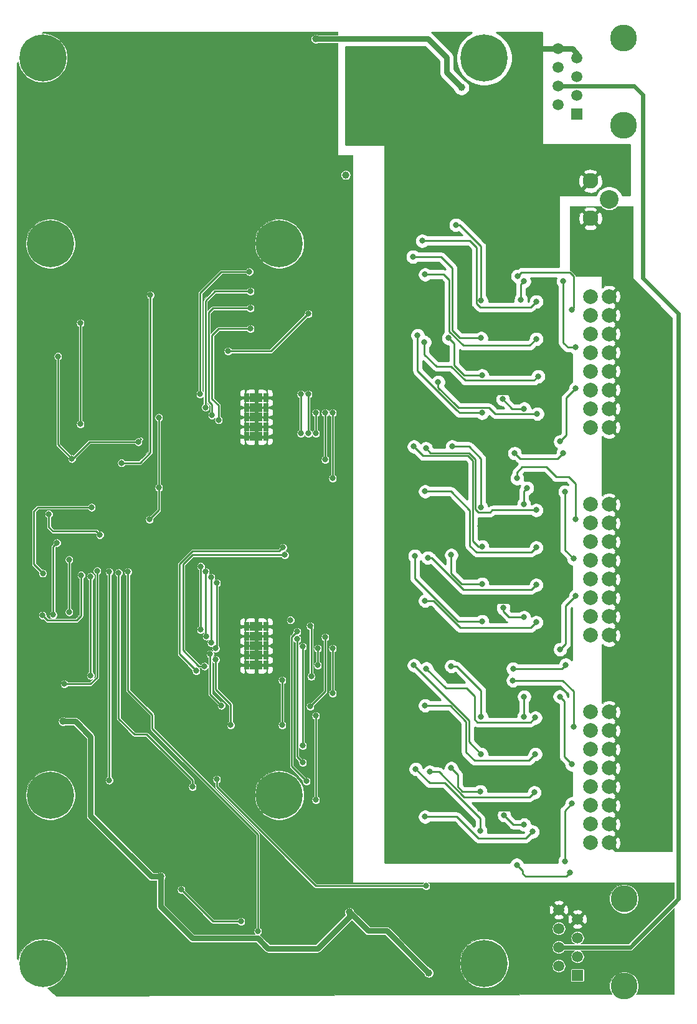
<source format=gbr>
G04 #@! TF.GenerationSoftware,KiCad,Pcbnew,(5.1.8)-1*
G04 #@! TF.CreationDate,2022-01-31T17:06:36-05:00*
G04 #@! TF.ProjectId,ElectromagnetController_V3,456c6563-7472-46f6-9d61-676e6574436f,rev?*
G04 #@! TF.SameCoordinates,Original*
G04 #@! TF.FileFunction,Copper,L2,Bot*
G04 #@! TF.FilePolarity,Positive*
%FSLAX46Y46*%
G04 Gerber Fmt 4.6, Leading zero omitted, Abs format (unit mm)*
G04 Created by KiCad (PCBNEW (5.1.8)-1) date 2022-01-31 17:06:36*
%MOMM*%
%LPD*%
G01*
G04 APERTURE LIST*
G04 #@! TA.AperFunction,ComponentPad*
%ADD10C,2.000000*%
G04 #@! TD*
G04 #@! TA.AperFunction,WasherPad*
%ADD11C,3.650000*%
G04 #@! TD*
G04 #@! TA.AperFunction,ComponentPad*
%ADD12R,1.500000X1.500000*%
G04 #@! TD*
G04 #@! TA.AperFunction,ComponentPad*
%ADD13C,1.500000*%
G04 #@! TD*
G04 #@! TA.AperFunction,ComponentPad*
%ADD14C,6.400000*%
G04 #@! TD*
G04 #@! TA.AperFunction,ComponentPad*
%ADD15C,2.108200*%
G04 #@! TD*
G04 #@! TA.AperFunction,ComponentPad*
%ADD16C,2.540000*%
G04 #@! TD*
G04 #@! TA.AperFunction,ComponentPad*
%ADD17R,0.800000X1.300000*%
G04 #@! TD*
G04 #@! TA.AperFunction,ComponentPad*
%ADD18R,1.800000X1.300000*%
G04 #@! TD*
G04 #@! TA.AperFunction,ComponentPad*
%ADD19C,0.800000*%
G04 #@! TD*
G04 #@! TA.AperFunction,ViaPad*
%ADD20C,1.000000*%
G04 #@! TD*
G04 #@! TA.AperFunction,ViaPad*
%ADD21C,0.800000*%
G04 #@! TD*
G04 #@! TA.AperFunction,Conductor*
%ADD22C,0.800000*%
G04 #@! TD*
G04 #@! TA.AperFunction,Conductor*
%ADD23C,0.250000*%
G04 #@! TD*
G04 #@! TA.AperFunction,Conductor*
%ADD24C,0.600000*%
G04 #@! TD*
G04 #@! TA.AperFunction,Conductor*
%ADD25C,0.254000*%
G04 #@! TD*
G04 #@! TA.AperFunction,Conductor*
%ADD26C,0.100000*%
G04 #@! TD*
G04 #@! TA.AperFunction,Conductor*
%ADD27C,0.063500*%
G04 #@! TD*
G04 APERTURE END LIST*
D10*
G04 #@! TO.P,J9,16*
G04 #@! TO.N,+12V*
X141986000Y-136652000D03*
G04 #@! TO.P,J9,15*
G04 #@! TO.N,/sheet61B8751A/EM_23*
X139446000Y-136652000D03*
G04 #@! TO.P,J9,14*
G04 #@! TO.N,+12V*
X141986000Y-134112000D03*
G04 #@! TO.P,J9,13*
G04 #@! TO.N,/sheet61B8751A/EM_22*
X139446000Y-134112000D03*
G04 #@! TO.P,J9,12*
G04 #@! TO.N,+12V*
X141986000Y-131572000D03*
G04 #@! TO.P,J9,11*
G04 #@! TO.N,/sheet61B8751A/EM_21*
X139446000Y-131572000D03*
G04 #@! TO.P,J9,10*
G04 #@! TO.N,+12V*
X141986000Y-129032000D03*
G04 #@! TO.P,J9,9*
G04 #@! TO.N,/sheet61B8751A/EM_20*
X139446000Y-129032000D03*
G04 #@! TO.P,J9,8*
G04 #@! TO.N,+12V*
X141986000Y-126492000D03*
G04 #@! TO.P,J9,7*
G04 #@! TO.N,/sheet61B8751A/EM_19*
X139446000Y-126492000D03*
G04 #@! TO.P,J9,6*
G04 #@! TO.N,+12V*
X141986000Y-123952000D03*
G04 #@! TO.P,J9,5*
G04 #@! TO.N,/sheet61B8751A/EM_18*
X139446000Y-123952000D03*
G04 #@! TO.P,J9,4*
G04 #@! TO.N,+12V*
X141986000Y-121412000D03*
G04 #@! TO.P,J9,3*
G04 #@! TO.N,/sheet61B8751A/EM_17*
X139446000Y-121412000D03*
G04 #@! TO.P,J9,2*
G04 #@! TO.N,+12V*
X141986000Y-118872000D03*
G04 #@! TO.P,J9,1*
G04 #@! TO.N,/sheet61B8751A/EM_16*
X139446000Y-118872000D03*
G04 #@! TD*
G04 #@! TO.P,J8,16*
G04 #@! TO.N,+12V*
X141986000Y-108458000D03*
G04 #@! TO.P,J8,15*
G04 #@! TO.N,/sheet61B8751A/EM_15*
X139446000Y-108458000D03*
G04 #@! TO.P,J8,14*
G04 #@! TO.N,+12V*
X141986000Y-105918000D03*
G04 #@! TO.P,J8,13*
G04 #@! TO.N,/sheet61B8751A/EM_14*
X139446000Y-105918000D03*
G04 #@! TO.P,J8,12*
G04 #@! TO.N,+12V*
X141986000Y-103378000D03*
G04 #@! TO.P,J8,11*
G04 #@! TO.N,/sheet61B8751A/EM_13*
X139446000Y-103378000D03*
G04 #@! TO.P,J8,10*
G04 #@! TO.N,+12V*
X141986000Y-100838000D03*
G04 #@! TO.P,J8,9*
G04 #@! TO.N,/sheet61B8751A/EM_12*
X139446000Y-100838000D03*
G04 #@! TO.P,J8,8*
G04 #@! TO.N,+12V*
X141986000Y-98298000D03*
G04 #@! TO.P,J8,7*
G04 #@! TO.N,/Sheet614B2B13/EM_11*
X139446000Y-98298000D03*
G04 #@! TO.P,J8,6*
G04 #@! TO.N,+12V*
X141986000Y-95758000D03*
G04 #@! TO.P,J8,5*
G04 #@! TO.N,/Sheet614B2B13/EM_10*
X139446000Y-95758000D03*
G04 #@! TO.P,J8,4*
G04 #@! TO.N,+12V*
X141986000Y-93218000D03*
G04 #@! TO.P,J8,3*
G04 #@! TO.N,/Sheet614B2B13/EM_09*
X139446000Y-93218000D03*
G04 #@! TO.P,J8,2*
G04 #@! TO.N,+12V*
X141986000Y-90678000D03*
G04 #@! TO.P,J8,1*
G04 #@! TO.N,/Sheet614B2B13/EM_08*
X139446000Y-90678000D03*
G04 #@! TD*
G04 #@! TO.P,J1,16*
G04 #@! TO.N,+12V*
X141986000Y-80200500D03*
G04 #@! TO.P,J1,15*
G04 #@! TO.N,/Sheet614B2B13/EM_07*
X139446000Y-80200500D03*
G04 #@! TO.P,J1,14*
G04 #@! TO.N,+12V*
X141986000Y-77660500D03*
G04 #@! TO.P,J1,13*
G04 #@! TO.N,/Sheet614B2B13/EM_06*
X139446000Y-77660500D03*
G04 #@! TO.P,J1,12*
G04 #@! TO.N,+12V*
X141986000Y-75120500D03*
G04 #@! TO.P,J1,11*
G04 #@! TO.N,/Sheet614B2B13/EM_05*
X139446000Y-75120500D03*
G04 #@! TO.P,J1,10*
G04 #@! TO.N,+12V*
X141986000Y-72580500D03*
G04 #@! TO.P,J1,9*
G04 #@! TO.N,/Sheet614B2B13/EM_04*
X139446000Y-72580500D03*
G04 #@! TO.P,J1,8*
G04 #@! TO.N,+12V*
X141986000Y-70040500D03*
G04 #@! TO.P,J1,7*
G04 #@! TO.N,/Sheet614B2B13/EM_03*
X139446000Y-70040500D03*
G04 #@! TO.P,J1,6*
G04 #@! TO.N,+12V*
X141986000Y-67500500D03*
G04 #@! TO.P,J1,5*
G04 #@! TO.N,/Sheet614B2B13/EM_02*
X139446000Y-67500500D03*
G04 #@! TO.P,J1,4*
G04 #@! TO.N,+12V*
X141986000Y-64960500D03*
G04 #@! TO.P,J1,3*
G04 #@! TO.N,/Sheet614B2B13/EM_01*
X139446000Y-64960500D03*
G04 #@! TO.P,J1,2*
G04 #@! TO.N,+12V*
X141986000Y-62420500D03*
G04 #@! TO.P,J1,1*
G04 #@! TO.N,/Sheet614B2B13/EM_00*
X139446000Y-62420500D03*
G04 #@! TD*
D11*
G04 #@! TO.P,J2,Hole*
G04 #@! TO.N,*
X144018000Y-144242500D03*
X144018000Y-156112500D03*
D12*
G04 #@! TO.P,J2,1*
G04 #@! TO.N,Net-(J2-Pad1)*
X137668000Y-154622500D03*
D13*
G04 #@! TO.P,J2,2*
G04 #@! TO.N,Net-(J2-Pad2)*
X135128000Y-153352500D03*
G04 #@! TO.P,J2,3*
G04 #@! TO.N,Net-(J2-Pad3)*
X137668000Y-152082500D03*
G04 #@! TO.P,J2,4*
G04 #@! TO.N,A*
X135128000Y-150812500D03*
G04 #@! TO.P,J2,5*
G04 #@! TO.N,B*
X137668000Y-149542500D03*
G04 #@! TO.P,J2,6*
G04 #@! TO.N,Net-(J2-Pad6)*
X135128000Y-148272500D03*
G04 #@! TO.P,J2,7*
G04 #@! TO.N,GND*
X137668000Y-147002500D03*
G04 #@! TO.P,J2,8*
X135128000Y-145732500D03*
G04 #@! TD*
D14*
G04 #@! TO.P,H8,1*
G04 #@! TO.N,N/C*
X97155000Y-130175000D03*
G04 #@! TD*
G04 #@! TO.P,H7,1*
G04 #@! TO.N,N/C*
X97155000Y-55245000D03*
G04 #@! TD*
G04 #@! TO.P,H6,1*
G04 #@! TO.N,N/C*
X66040000Y-130175000D03*
G04 #@! TD*
G04 #@! TO.P,H5,1*
G04 #@! TO.N,N/C*
X66040000Y-55245000D03*
G04 #@! TD*
D15*
G04 #@! TO.P,J3,1*
G04 #@! TO.N,GND*
X139446000Y-46736000D03*
G04 #@! TO.P,J3,2*
G04 #@! TO.N,+12V*
X139446000Y-51816000D03*
D16*
G04 #@! TO.P,J3,5*
G04 #@! TO.N,N/C*
X141986000Y-49276000D03*
G04 #@! TD*
D17*
G04 #@! TO.P,U6,21*
G04 #@! TO.N,GND*
X95310000Y-107255000D03*
D18*
X94010000Y-112455000D03*
X94010000Y-111155000D03*
X94010000Y-107255000D03*
X94010000Y-108555000D03*
X94010000Y-109855000D03*
D17*
X92710000Y-107255000D03*
X92710000Y-108555000D03*
X92710000Y-109855000D03*
X92710000Y-111155000D03*
X92710000Y-112455000D03*
X95310000Y-112455000D03*
X95310000Y-111155000D03*
X95310000Y-109855000D03*
X95310000Y-108555000D03*
G04 #@! TD*
G04 #@! TO.P,U2,21*
G04 #@! TO.N,GND*
X95310000Y-76200000D03*
D18*
X94010000Y-81400000D03*
X94010000Y-80100000D03*
X94010000Y-76200000D03*
X94010000Y-77500000D03*
X94010000Y-78800000D03*
D17*
X92710000Y-76200000D03*
X92710000Y-77500000D03*
X92710000Y-78800000D03*
X92710000Y-80100000D03*
X92710000Y-81400000D03*
X95310000Y-81400000D03*
X95310000Y-80100000D03*
X95310000Y-78800000D03*
X95310000Y-77500000D03*
G04 #@! TD*
D11*
G04 #@! TO.P,J6,Hole*
G04 #@! TO.N,*
X143954500Y-27275500D03*
X143954500Y-39145500D03*
D12*
G04 #@! TO.P,J6,1*
G04 #@! TO.N,Net-(J6-Pad1)*
X137604500Y-37655500D03*
D13*
G04 #@! TO.P,J6,2*
G04 #@! TO.N,Net-(J6-Pad2)*
X135064500Y-36385500D03*
G04 #@! TO.P,J6,3*
G04 #@! TO.N,Net-(J6-Pad3)*
X137604500Y-35115500D03*
G04 #@! TO.P,J6,4*
G04 #@! TO.N,A*
X135064500Y-33845500D03*
G04 #@! TO.P,J6,5*
G04 #@! TO.N,B*
X137604500Y-32575500D03*
G04 #@! TO.P,J6,6*
G04 #@! TO.N,Net-(J6-Pad6)*
X135064500Y-31305500D03*
G04 #@! TO.P,J6,7*
G04 #@! TO.N,GND*
X137604500Y-30035500D03*
G04 #@! TO.P,J6,8*
X135064500Y-28765500D03*
G04 #@! TD*
D14*
G04 #@! TO.P,H4,1*
G04 #@! TO.N,N/C*
X125000000Y-153000000D03*
D19*
X127400000Y-153000000D03*
X126697056Y-154697056D03*
X125000000Y-155400000D03*
X123302944Y-154697056D03*
X122600000Y-153000000D03*
X123302944Y-151302944D03*
X125000000Y-150600000D03*
X126697056Y-151302944D03*
G04 #@! TD*
D14*
G04 #@! TO.P,H3,1*
G04 #@! TO.N,N/C*
X125000000Y-30000000D03*
D19*
X127400000Y-30000000D03*
X126697056Y-31697056D03*
X125000000Y-32400000D03*
X123302944Y-31697056D03*
X122600000Y-30000000D03*
X123302944Y-28302944D03*
X125000000Y-27600000D03*
X126697056Y-28302944D03*
G04 #@! TD*
D14*
G04 #@! TO.P,H2,1*
G04 #@! TO.N,N/C*
X65000000Y-153000000D03*
D19*
X67400000Y-153000000D03*
X66697056Y-154697056D03*
X65000000Y-155400000D03*
X63302944Y-154697056D03*
X62600000Y-153000000D03*
X63302944Y-151302944D03*
X65000000Y-150600000D03*
X66697056Y-151302944D03*
G04 #@! TD*
D14*
G04 #@! TO.P,H1,1*
G04 #@! TO.N,N/C*
X65000000Y-30000000D03*
D19*
X67400000Y-30000000D03*
X66697056Y-31697056D03*
X65000000Y-32400000D03*
X63302944Y-31697056D03*
X62600000Y-30000000D03*
X63302944Y-28302944D03*
X65000000Y-27600000D03*
X66697056Y-28302944D03*
G04 #@! TD*
D20*
G04 #@! TO.N,GND*
X131572000Y-65278000D03*
X124587000Y-65278000D03*
X131572000Y-70358000D03*
X124460000Y-70358000D03*
X132080000Y-75438000D03*
X124460000Y-75438000D03*
X132080000Y-80645000D03*
X124460000Y-80645000D03*
X131953000Y-93599000D03*
X124587000Y-93599000D03*
X131953000Y-98679000D03*
X124587000Y-98679000D03*
X131953000Y-103759000D03*
X124714000Y-103759000D03*
X131953000Y-108839000D03*
X124587000Y-108839000D03*
X131699000Y-121793000D03*
X124333000Y-121793000D03*
X131826000Y-126873000D03*
X124333000Y-126873000D03*
X131826000Y-131953000D03*
X124460000Y-131953000D03*
X131826000Y-137287000D03*
X124587000Y-137287000D03*
X117348000Y-33528000D03*
X103124000Y-42672000D03*
G04 #@! TO.N,+5V*
X106172000Y-45910500D03*
X106680000Y-146050000D03*
X117475000Y-154305000D03*
D21*
X80772000Y-78867000D03*
X79502000Y-92710000D03*
X98679000Y-106362500D03*
D20*
X67754500Y-120142000D03*
X81026000Y-141224000D03*
D21*
X80772000Y-88392000D03*
D20*
G04 #@! TO.N,+12V*
X102108000Y-27432000D03*
X121920000Y-34036000D03*
D21*
G04 #@! TO.N,RX*
X91948000Y-147320000D03*
X83820000Y-143002000D03*
G04 #@! TO.N,RS485*
X76581000Y-99822000D03*
X94234000Y-148653500D03*
G04 #@! TO.N,RST*
X72771000Y-94805500D03*
X117094000Y-142494000D03*
X88646000Y-128016000D03*
X65811400Y-91973400D03*
G04 #@! TO.N,/Sheet614B2B13/EM_01*
X129565400Y-59639200D03*
X136906000Y-64262000D03*
G04 #@! TO.N,/Sheet614B2B13/EM_02*
X129997200Y-62890400D03*
X130429000Y-60350400D03*
G04 #@! TO.N,/Sheet614B2B13/EM_03*
X135737600Y-60350400D03*
X137414000Y-69342000D03*
G04 #@! TO.N,/Sheet614B2B13/EM_04*
X130429000Y-77647800D03*
X127533400Y-76365000D03*
G04 #@! TO.N,/Sheet614B2B13/EM_05*
X135331200Y-82118200D03*
X137414000Y-74930000D03*
G04 #@! TO.N,/Sheet614B2B13/EM_07*
X135712200Y-83718400D03*
X129133600Y-83718400D03*
G04 #@! TO.N,/Sheet614B2B13/EM_09*
X129463800Y-87122000D03*
X137414000Y-92710000D03*
G04 #@! TO.N,/Sheet614B2B13/EM_10*
X130378200Y-90627200D03*
X130835400Y-88417400D03*
G04 #@! TO.N,/Sheet614B2B13/EM_11*
X135991600Y-88925400D03*
X137160000Y-98044000D03*
G04 #@! TO.N,/sheet61B8751A/EM_12*
X130403600Y-105994200D03*
X127584200Y-104686000D03*
G04 #@! TO.N,/sheet61B8751A/EM_13*
X135331200Y-110363000D03*
X137414000Y-103124000D03*
G04 #@! TO.N,/sheet61B8751A/EM_15*
X128930400Y-112979200D03*
X136093200Y-112445800D03*
G04 #@! TO.N,/sheet61B8751A/EM_17*
X128905000Y-114579400D03*
X137160000Y-120904000D03*
G04 #@! TO.N,/sheet61B8751A/EM_18*
X130429000Y-116789200D03*
X130403600Y-119532400D03*
G04 #@! TO.N,/sheet61B8751A/EM_19*
X135280400Y-116763800D03*
X136906000Y-125984000D03*
G04 #@! TO.N,SCK*
X77978000Y-82169000D03*
X67056000Y-70548500D03*
X68961000Y-84455000D03*
G04 #@! TO.N,MISO*
X70104000Y-79756000D03*
X70104000Y-66040000D03*
G04 #@! TO.N,PWM_00*
X86392347Y-75692000D03*
X93086000Y-59060000D03*
G04 #@! TO.N,PWM_01*
X87117347Y-77474653D03*
X93218000Y-61722000D03*
G04 #@! TO.N,PWM_02*
X87991179Y-78555000D03*
X93218000Y-64008000D03*
G04 #@! TO.N,PWM_03*
X88900000Y-79195000D03*
X93218000Y-66802000D03*
G04 #@! TO.N,PWM_04*
X90170000Y-69850000D03*
X101092000Y-64770000D03*
G04 #@! TO.N,/sheet61B8751A/DAT_IN*
X97917000Y-97536000D03*
X86995000Y-112649000D03*
G04 #@! TO.N,PWM_06*
X100076000Y-75692000D03*
X100076000Y-81026000D03*
G04 #@! TO.N,PWM_07*
X101092000Y-81026000D03*
X101092000Y-75692000D03*
G04 #@! TO.N,PWM_09*
X102108000Y-78232000D03*
X102108000Y-81026000D03*
G04 #@! TO.N,PWM_10*
X103378000Y-84582000D03*
X103378000Y-78232000D03*
G04 #@! TO.N,PWM_11*
X104394000Y-78232000D03*
X104394000Y-87122000D03*
G04 #@! TO.N,PWM_12*
X86470000Y-107696000D03*
X86487000Y-99090502D03*
G04 #@! TO.N,PWM_13*
X87122000Y-99822000D03*
X87232000Y-108585000D03*
G04 #@! TO.N,PWM_14*
X87884000Y-109474000D03*
X87884000Y-100584000D03*
G04 #@! TO.N,PWM_15*
X88646000Y-101346000D03*
X88519000Y-110236000D03*
G04 #@! TO.N,PWM_16*
X89281000Y-117983000D03*
X87757000Y-110998000D03*
X103378000Y-108712000D03*
X101346000Y-118110000D03*
G04 #@! TO.N,PWM_17*
X88519000Y-111760000D03*
X90551000Y-120650000D03*
X97536000Y-120650000D03*
X97536000Y-114554000D03*
G04 #@! TO.N,/sheet61B8751A/CLK_IN*
X85852000Y-113284000D03*
X97663000Y-96520000D03*
G04 #@! TO.N,PWM_18*
X102362000Y-112522000D03*
X102362000Y-110236000D03*
G04 #@! TO.N,PWM_19*
X104394000Y-116332000D03*
X104394000Y-110236000D03*
G04 #@! TO.N,SCL*
X72390000Y-99695000D03*
X67945000Y-115062000D03*
G04 #@! TO.N,SDA*
X71501000Y-100457000D03*
X71501000Y-113919000D03*
G04 #@! TO.N,DIP0*
X66929000Y-95885000D03*
X66421000Y-105664000D03*
G04 #@! TO.N,DIP1*
X68580000Y-105283000D03*
X68580000Y-98171000D03*
G04 #@! TO.N,DIP3*
X70231000Y-100266500D03*
X64960500Y-105727500D03*
G04 #@! TO.N,DIP4*
X71628000Y-91059000D03*
X64998600Y-100025200D03*
G04 #@! TO.N,Net-(Q1-Pad1)*
X124587000Y-62992000D03*
X121158000Y-52705000D03*
G04 #@! TO.N,Net-(Q2-Pad1)*
X116586000Y-54864000D03*
X132080000Y-63119000D03*
G04 #@! TO.N,Net-(Q3-Pad1)*
X124587000Y-68072000D03*
X115316000Y-57023000D03*
G04 #@! TO.N,Net-(Q4-Pad1)*
X116967000Y-59436000D03*
X132080000Y-68199000D03*
G04 #@! TO.N,Net-(Q5-Pad1)*
X124714000Y-73152000D03*
X120142000Y-68072000D03*
G04 #@! TO.N,Net-(Q6-Pad1)*
X132334000Y-73279000D03*
X116886966Y-68626966D03*
G04 #@! TO.N,Net-(Q7-Pad1)*
X124714000Y-78232000D03*
X115951000Y-67691000D03*
G04 #@! TO.N,Net-(Q8-Pad1)*
X118745000Y-74041000D03*
X132207000Y-78359000D03*
G04 #@! TO.N,Net-(Q9-Pad1)*
X124587000Y-91059000D03*
X120650000Y-82804000D03*
G04 #@! TO.N,Net-(Q10-Pad1)*
X117077466Y-83041466D03*
X132080000Y-91440000D03*
G04 #@! TO.N,Net-(Q11-Pad1)*
X115443000Y-82804000D03*
X124714000Y-96393000D03*
G04 #@! TO.N,Net-(Q12-Pad1)*
X132080000Y-96520000D03*
X116967000Y-88900000D03*
G04 #@! TO.N,Net-(Q13-Pad1)*
X124714000Y-101473000D03*
X120523000Y-97536000D03*
G04 #@! TO.N,Net-(Q14-Pad1)*
X132080000Y-101600000D03*
X117348000Y-97917000D03*
G04 #@! TO.N,Net-(Q15-Pad1)*
X124714000Y-106553000D03*
X115570000Y-97663000D03*
G04 #@! TO.N,Net-(Q16-Pad1)*
X132080000Y-106680000D03*
X116967000Y-103759000D03*
G04 #@! TO.N,Net-(Q18-Pad1)*
X124587000Y-119507000D03*
X120523000Y-112649000D03*
G04 #@! TO.N,Net-(Q19-Pad1)*
X131953000Y-119634000D03*
X117140966Y-112949966D03*
G04 #@! TO.N,Net-(Q20-Pad1)*
X115443000Y-112522000D03*
X124587000Y-124587000D03*
G04 #@! TO.N,Net-(Q21-Pad1)*
X131953000Y-124587000D03*
X116967000Y-117983000D03*
G04 #@! TO.N,Net-(R9-Pad2)*
X79629000Y-62230000D03*
X75692000Y-85026500D03*
G04 #@! TO.N,Net-(Q17-Pad1)*
X124460000Y-129667000D03*
X120523000Y-126492000D03*
G04 #@! TO.N,/sheet61B8751A/EM_20*
X130429000Y-134162800D03*
X127711200Y-132880000D03*
G04 #@! TO.N,Net-(Q22-Pad1)*
X131826000Y-129794000D03*
X117602000Y-127000000D03*
G04 #@! TO.N,/sheet61B8751A/EM_21*
X135966200Y-139141200D03*
X136906000Y-131318000D03*
G04 #@! TO.N,Net-(Q23-Pad1)*
X115697000Y-126619000D03*
X124460000Y-135001000D03*
G04 #@! TO.N,Net-(Q24-Pad1)*
X131572000Y-135128000D03*
X116967000Y-133096000D03*
G04 #@! TO.N,/sheet61B8751A/EM_23*
X136677400Y-140716000D03*
X129438400Y-139623800D03*
G04 #@! TO.N,PWM_20*
X100330000Y-109982000D03*
X100330000Y-123444000D03*
G04 #@! TO.N,PWM_21*
X99568000Y-108966000D03*
X100330000Y-125730000D03*
G04 #@! TO.N,PWM_22*
X99568000Y-107950000D03*
X100838000Y-128270000D03*
G04 #@! TO.N,PWM_23*
X102108000Y-130810000D03*
X102108000Y-119380000D03*
X101490000Y-114046000D03*
X101346000Y-107188000D03*
G04 #@! TO.N,Net-(JP1-Pad1)*
X74041000Y-99822000D03*
X74041000Y-128143000D03*
G04 #@! TO.N,Net-(JP2-Pad1)*
X75311000Y-99949000D03*
X85344000Y-129032000D03*
G04 #@! TD*
D22*
G04 #@! TO.N,GND*
X131572000Y-65278000D02*
X124587000Y-65278000D01*
X131572000Y-70358000D02*
X124460000Y-70358000D01*
X132080000Y-75438000D02*
X124460000Y-75438000D01*
X132080000Y-80645000D02*
X124460000Y-80645000D01*
X131953000Y-93599000D02*
X124587000Y-93599000D01*
X131953000Y-98679000D02*
X124587000Y-98679000D01*
X131953000Y-103759000D02*
X124714000Y-103759000D01*
X131953000Y-108839000D02*
X124587000Y-108839000D01*
X131699000Y-121793000D02*
X124333000Y-121793000D01*
X131826000Y-126873000D02*
X124333000Y-126873000D01*
X131826000Y-131953000D02*
X124460000Y-131953000D01*
X131826000Y-137287000D02*
X124587000Y-137287000D01*
X137604500Y-30035500D02*
X137604500Y-29400500D01*
X136969500Y-28765500D02*
X135064500Y-28765500D01*
X137604500Y-29400500D02*
X136969500Y-28765500D01*
X135064500Y-28765500D02*
X132270500Y-28765500D01*
X132270500Y-28765500D02*
X130556000Y-30480000D01*
X130556000Y-30480000D02*
X130556000Y-33020000D01*
X130556000Y-33020000D02*
X128016000Y-35560000D01*
X119380000Y-35560000D02*
X117348000Y-33528000D01*
X128016000Y-35560000D02*
X119380000Y-35560000D01*
G04 #@! TO.N,+5V*
X117475000Y-154305000D02*
X111760000Y-148590000D01*
X109220000Y-148590000D02*
X106680000Y-146050000D01*
X111760000Y-148590000D02*
X109220000Y-148590000D01*
D23*
X80772000Y-91440000D02*
X79502000Y-92710000D01*
D22*
X106680000Y-146685000D02*
X106680000Y-146050000D01*
X102362000Y-151003000D02*
X106680000Y-146685000D01*
X94208501Y-149580501D02*
X85318501Y-149580501D01*
X95631000Y-151003000D02*
X94208501Y-149580501D01*
X102362000Y-151003000D02*
X95631000Y-151003000D01*
X81026000Y-145288000D02*
X81026000Y-141224000D01*
X85318501Y-149580501D02*
X81026000Y-145288000D01*
X71501000Y-122237500D02*
X69405500Y-120142000D01*
X71501000Y-132969000D02*
X71501000Y-122237500D01*
X69405500Y-120142000D02*
X67754500Y-120142000D01*
X79756000Y-141224000D02*
X71501000Y-132969000D01*
X81026000Y-141224000D02*
X79756000Y-141224000D01*
D23*
X80772000Y-88392000D02*
X80772000Y-91440000D01*
X80772000Y-78867000D02*
X80772000Y-88392000D01*
D22*
G04 #@! TO.N,+12V*
X121920000Y-34036000D02*
X119888000Y-32004000D01*
X119888000Y-32004000D02*
X119888000Y-29972000D01*
X119888000Y-29972000D02*
X117348000Y-27432000D01*
X102108000Y-27432000D02*
X117348000Y-27432000D01*
D23*
G04 #@! TO.N,RX*
X88138000Y-147320000D02*
X91948000Y-147320000D01*
X83820000Y-143002000D02*
X88138000Y-147320000D01*
G04 #@! TO.N,RS485*
X76581000Y-115951000D02*
X76581000Y-99822000D01*
X79883000Y-119253000D02*
X76581000Y-115951000D01*
X79883000Y-121158000D02*
X79883000Y-119253000D01*
X94234000Y-135509000D02*
X79883000Y-121158000D01*
X94234000Y-148653500D02*
X94234000Y-135509000D01*
G04 #@! TO.N,RST*
X72771000Y-94805500D02*
X72263000Y-94297500D01*
X117094000Y-142494000D02*
X102108000Y-142494000D01*
X88646000Y-129032000D02*
X88646000Y-128016000D01*
X102108000Y-142494000D02*
X88646000Y-129032000D01*
X66382900Y-94297500D02*
X66357500Y-94297500D01*
X72263000Y-94297500D02*
X66382900Y-94297500D01*
X65811400Y-93751400D02*
X65811400Y-91973400D01*
X66357500Y-94297500D02*
X65811400Y-93751400D01*
G04 #@! TO.N,/Sheet614B2B13/EM_01*
X130048000Y-59156600D02*
X129565400Y-59639200D01*
X134315200Y-59156600D02*
X130048000Y-59156600D01*
X134315200Y-59156600D02*
X136626600Y-59156600D01*
X136626600Y-59156600D02*
X137160000Y-59690000D01*
X137160000Y-64008000D02*
X136906000Y-64262000D01*
X137160000Y-59690000D02*
X137160000Y-64008000D01*
G04 #@! TO.N,/Sheet614B2B13/EM_02*
X129997200Y-60782200D02*
X130429000Y-60350400D01*
X129997200Y-62890400D02*
X129997200Y-60782200D01*
G04 #@! TO.N,/Sheet614B2B13/EM_03*
X135737600Y-60350400D02*
X135737600Y-68681600D01*
X137414000Y-69342000D02*
X136398000Y-69342000D01*
X136398000Y-69342000D02*
X135737600Y-68681600D01*
G04 #@! TO.N,/Sheet614B2B13/EM_04*
X128816200Y-77647800D02*
X127533400Y-76365000D01*
X130429000Y-77647800D02*
X128816200Y-77647800D01*
G04 #@! TO.N,/Sheet614B2B13/EM_05*
X135331200Y-82118200D02*
X136169400Y-81280000D01*
X136169400Y-76174600D02*
X137414000Y-74930000D01*
X136169400Y-81280000D02*
X136169400Y-76174600D01*
G04 #@! TO.N,/Sheet614B2B13/EM_07*
X135712200Y-83718400D02*
X134975600Y-84455000D01*
X129870200Y-84455000D02*
X129133600Y-83718400D01*
X134975600Y-84455000D02*
X129870200Y-84455000D01*
G04 #@! TO.N,/Sheet614B2B13/EM_09*
X134772400Y-86944200D02*
X133426200Y-85598000D01*
X133426200Y-85598000D02*
X130175000Y-85598000D01*
X129463800Y-86309200D02*
X129463800Y-87122000D01*
X130175000Y-85598000D02*
X129463800Y-86309200D01*
X134772400Y-86944200D02*
X136474200Y-86944200D01*
X136474200Y-86944200D02*
X137414000Y-87884000D01*
X137414000Y-87884000D02*
X137414000Y-92710000D01*
G04 #@! TO.N,/Sheet614B2B13/EM_10*
X130378200Y-90627200D02*
X130378200Y-88874600D01*
X130378200Y-88874600D02*
X130835400Y-88417400D01*
G04 #@! TO.N,/Sheet614B2B13/EM_11*
X135991600Y-96875600D02*
X137160000Y-98044000D01*
X135991600Y-88925400D02*
X135991600Y-96875600D01*
G04 #@! TO.N,/sheet61B8751A/EM_12*
X130403600Y-105994200D02*
X128397000Y-105994200D01*
X127584200Y-105181400D02*
X127584200Y-104686000D01*
X128397000Y-105994200D02*
X127584200Y-105181400D01*
G04 #@! TO.N,/sheet61B8751A/EM_13*
X135331200Y-110363000D02*
X136093200Y-109601000D01*
X136093200Y-104444800D02*
X137414000Y-103124000D01*
X136093200Y-109601000D02*
X136093200Y-104444800D01*
G04 #@! TO.N,/sheet61B8751A/EM_15*
X128930400Y-112979200D02*
X135432800Y-112979200D01*
X135559800Y-112979200D02*
X136093200Y-112445800D01*
X135432800Y-112979200D02*
X135559800Y-112979200D01*
G04 #@! TO.N,/sheet61B8751A/EM_17*
X135661400Y-114579400D02*
X128905000Y-114579400D01*
X137160000Y-116078000D02*
X135661400Y-114579400D01*
X137160000Y-120904000D02*
X137160000Y-116078000D01*
G04 #@! TO.N,/sheet61B8751A/EM_18*
X130429000Y-119507000D02*
X130403600Y-119532400D01*
X130429000Y-116789200D02*
X130429000Y-119507000D01*
G04 #@! TO.N,/sheet61B8751A/EM_19*
X135280400Y-116763800D02*
X135890000Y-117373400D01*
X135890000Y-117373400D02*
X135890000Y-124841000D01*
X135890000Y-124968000D02*
X136906000Y-125984000D01*
X135890000Y-124841000D02*
X135890000Y-124968000D01*
D24*
G04 #@! TO.N,A*
X145351500Y-33845500D02*
X135064500Y-33845500D01*
X146558000Y-59944000D02*
X146558000Y-35052000D01*
X151384000Y-64770000D02*
X146558000Y-59944000D01*
X151384000Y-144272000D02*
X151384000Y-64770000D01*
X146558000Y-35052000D02*
X145351500Y-33845500D01*
X144843500Y-150812500D02*
X151384000Y-144272000D01*
X135128000Y-150812500D02*
X144843500Y-150812500D01*
D23*
G04 #@! TO.N,SCK*
X77978000Y-82169000D02*
X71374000Y-82169000D01*
X78359000Y-81788000D02*
X77978000Y-82169000D01*
X69151500Y-84264500D02*
X69278500Y-84264500D01*
X68961000Y-84455000D02*
X69151500Y-84264500D01*
X69278500Y-84264500D02*
X69215000Y-84328000D01*
X71374000Y-82169000D02*
X69278500Y-84264500D01*
X67056000Y-82550000D02*
X68961000Y-84455000D01*
X67056000Y-70548500D02*
X67056000Y-82550000D01*
G04 #@! TO.N,MISO*
X70104000Y-79756000D02*
X70104000Y-66040000D01*
G04 #@! TO.N,PWM_00*
X86392347Y-75692000D02*
X86392347Y-61943653D01*
X89276000Y-59060000D02*
X93086000Y-59060000D01*
X86392347Y-61943653D02*
X89276000Y-59060000D01*
G04 #@! TO.N,PWM_01*
X87117347Y-77474653D02*
X87117347Y-62996653D01*
X88392000Y-61722000D02*
X93218000Y-61722000D01*
X87117347Y-62996653D02*
X88392000Y-61722000D01*
G04 #@! TO.N,PWM_02*
X87991179Y-78555000D02*
X87991179Y-77131822D01*
X87991179Y-77131822D02*
X87567357Y-76708000D01*
X88392304Y-64008000D02*
X93218000Y-64008000D01*
X88138000Y-64008000D02*
X87567357Y-64578643D01*
X88392304Y-64008000D02*
X88138000Y-64008000D01*
X87567357Y-64578643D02*
X87567357Y-76708000D01*
X87567357Y-76708000D02*
X87630000Y-76708000D01*
G04 #@! TO.N,PWM_03*
X88900000Y-79195000D02*
X88900000Y-77216000D01*
X88900000Y-77216000D02*
X88017367Y-76333367D01*
X88017367Y-76333367D02*
X88017367Y-67684633D01*
X88900000Y-66802000D02*
X93218000Y-66802000D01*
X88017367Y-67684633D02*
X88900000Y-66802000D01*
G04 #@! TO.N,PWM_04*
X96012000Y-69850000D02*
X90170000Y-69850000D01*
X101092000Y-64770000D02*
X96012000Y-69850000D01*
G04 #@! TO.N,/sheet61B8751A/DAT_IN*
X97917000Y-97536000D02*
X85725000Y-97536000D01*
X85725000Y-97536000D02*
X85344000Y-97536000D01*
X85344000Y-97536000D02*
X84074000Y-98806000D01*
X84074000Y-98806000D02*
X84074000Y-110490000D01*
X84074000Y-110490000D02*
X86233000Y-112649000D01*
X86995000Y-112649000D02*
X86233000Y-112649000D01*
G04 #@! TO.N,PWM_06*
X100076000Y-75692000D02*
X100076000Y-81026000D01*
G04 #@! TO.N,PWM_07*
X101092000Y-81026000D02*
X101092000Y-75692000D01*
G04 #@! TO.N,PWM_09*
X102108000Y-78232000D02*
X102108000Y-81026000D01*
G04 #@! TO.N,PWM_10*
X103378000Y-84582000D02*
X103378000Y-78232000D01*
G04 #@! TO.N,PWM_11*
X104394000Y-78232000D02*
X104394000Y-87122000D01*
G04 #@! TO.N,PWM_12*
X86470000Y-99107502D02*
X86487000Y-99090502D01*
X86470000Y-107696000D02*
X86470000Y-99107502D01*
G04 #@! TO.N,PWM_13*
X87122000Y-108475000D02*
X87232000Y-108585000D01*
X87122000Y-99822000D02*
X87122000Y-108475000D01*
G04 #@! TO.N,PWM_14*
X87884000Y-109474000D02*
X87884000Y-100584000D01*
G04 #@! TO.N,PWM_15*
X88646000Y-110109000D02*
X88519000Y-110236000D01*
X88646000Y-101346000D02*
X88646000Y-110109000D01*
G04 #@! TO.N,PWM_16*
X89281000Y-117983000D02*
X88519000Y-117221000D01*
X87757000Y-116459000D02*
X88519000Y-117221000D01*
X87757000Y-110998000D02*
X87757000Y-116459000D01*
X103378000Y-108712000D02*
X103378000Y-115570000D01*
X103378000Y-115570000D02*
X103378000Y-116078000D01*
X103378000Y-116078000D02*
X101346000Y-118110000D01*
G04 #@! TO.N,PWM_17*
X90551000Y-117856000D02*
X90551000Y-120650000D01*
X88519000Y-115824000D02*
X90551000Y-117856000D01*
X88519000Y-111760000D02*
X88519000Y-115824000D01*
X97536000Y-120650000D02*
X97536000Y-114554000D01*
G04 #@! TO.N,/sheet61B8751A/CLK_IN*
X85852000Y-113284000D02*
X83566000Y-110998000D01*
X83566000Y-98780828D02*
X85191828Y-97155000D01*
X83566000Y-110998000D02*
X83566000Y-98780828D01*
X85191828Y-97155000D02*
X85217000Y-97155000D01*
X85217000Y-97155000D02*
X85344000Y-97028000D01*
X85344000Y-97028000D02*
X87376000Y-97028000D01*
X97155000Y-97028000D02*
X97663000Y-96520000D01*
X87376000Y-97028000D02*
X97155000Y-97028000D01*
G04 #@! TO.N,PWM_18*
X102362000Y-112522000D02*
X102362000Y-110236000D01*
G04 #@! TO.N,PWM_19*
X104394000Y-116332000D02*
X104394000Y-110236000D01*
G04 #@! TO.N,SCL*
X72390000Y-112649000D02*
X72390000Y-99695000D01*
X72390000Y-114173000D02*
X72390000Y-112649000D01*
X71501000Y-115062000D02*
X72390000Y-114173000D01*
X67945000Y-115062000D02*
X71501000Y-115062000D01*
G04 #@! TO.N,SDA*
X71501000Y-100457000D02*
X71501000Y-111379000D01*
X71501000Y-111379000D02*
X71501000Y-113919000D01*
G04 #@! TO.N,DIP0*
X66421000Y-96393000D02*
X66929000Y-95885000D01*
X66421000Y-105664000D02*
X66421000Y-96393000D01*
G04 #@! TO.N,DIP1*
X68580000Y-105283000D02*
X68580000Y-98171000D01*
G04 #@! TO.N,DIP3*
X70231000Y-100266500D02*
X70231000Y-105791000D01*
X70231000Y-105791000D02*
X69596000Y-106426000D01*
X65659000Y-106426000D02*
X64960500Y-105727500D01*
X69596000Y-106426000D02*
X65659000Y-106426000D01*
G04 #@! TO.N,DIP4*
X71628000Y-91059000D02*
X64325500Y-91059000D01*
X64998600Y-100025200D02*
X63779400Y-98806000D01*
X63779400Y-91605100D02*
X64325500Y-91059000D01*
X63779400Y-98806000D02*
X63779400Y-91605100D01*
G04 #@! TO.N,Net-(Q1-Pad1)*
X124587000Y-62992000D02*
X124587000Y-55626000D01*
X121666000Y-52705000D02*
X121158000Y-52705000D01*
X124587000Y-55626000D02*
X121666000Y-52705000D01*
G04 #@! TO.N,Net-(Q2-Pad1)*
X131318000Y-63881000D02*
X132080000Y-63119000D01*
X124460000Y-63881000D02*
X131318000Y-63881000D01*
X123934999Y-63355999D02*
X124460000Y-63881000D01*
X123934999Y-55735999D02*
X123934999Y-63355999D01*
X123063000Y-54864000D02*
X123934999Y-55735999D01*
X116586000Y-54864000D02*
X123063000Y-54864000D01*
G04 #@! TO.N,Net-(Q3-Pad1)*
X124587000Y-68072000D02*
X121666000Y-68072000D01*
X121666000Y-68072000D02*
X120650000Y-67056000D01*
X115316000Y-57023000D02*
X119126000Y-57023000D01*
X120650000Y-58547000D02*
X120650000Y-67056000D01*
X119126000Y-57023000D02*
X120650000Y-58547000D01*
G04 #@! TO.N,Net-(Q4-Pad1)*
X116967000Y-59436000D02*
X119510990Y-59436000D01*
X119510990Y-59436000D02*
X120269000Y-60194010D01*
X120269000Y-67208172D02*
X122148828Y-69088000D01*
X120269000Y-60194010D02*
X120269000Y-67208172D01*
X131191000Y-69088000D02*
X132080000Y-68199000D01*
X122148828Y-69088000D02*
X131191000Y-69088000D01*
G04 #@! TO.N,Net-(Q5-Pad1)*
X124714000Y-73152000D02*
X122301000Y-73152000D01*
X122301000Y-73152000D02*
X120904000Y-71755000D01*
X120904000Y-68834000D02*
X120142000Y-68072000D01*
X120904000Y-71755000D02*
X120904000Y-68834000D01*
G04 #@! TO.N,Net-(Q6-Pad1)*
X132334000Y-73279000D02*
X131953000Y-73660000D01*
X131953000Y-73660000D02*
X131808999Y-73804001D01*
X131808999Y-73804001D02*
X122419829Y-73804001D01*
X122419829Y-73804001D02*
X120523000Y-71907172D01*
X116886966Y-68626966D02*
X116886966Y-70277966D01*
X118516172Y-71907172D02*
X120523000Y-71907172D01*
X116886966Y-70277966D02*
X118516172Y-71907172D01*
G04 #@! TO.N,Net-(Q7-Pad1)*
X124714000Y-78232000D02*
X121666000Y-78232000D01*
X121666000Y-78232000D02*
X121285000Y-77851000D01*
X121285000Y-77851000D02*
X119507000Y-76073000D01*
X115951000Y-72517000D02*
X115951000Y-67691000D01*
X119507000Y-76073000D02*
X115951000Y-72517000D01*
G04 #@! TO.N,Net-(Q8-Pad1)*
X118745000Y-74041000D02*
X118745000Y-74777828D01*
X132207000Y-78359000D02*
X126466600Y-78359000D01*
X126466600Y-78359000D02*
X125653800Y-77546200D01*
X121513372Y-77546200D02*
X121094386Y-77127214D01*
X125653800Y-77546200D02*
X121513372Y-77546200D01*
X121094386Y-77127214D02*
X121183172Y-77216000D01*
X118745000Y-74777828D02*
X121094386Y-77127214D01*
G04 #@! TO.N,Net-(Q9-Pad1)*
X124587000Y-91059000D02*
X124587000Y-84455000D01*
X122936000Y-82804000D02*
X120650000Y-82804000D01*
X124587000Y-84455000D02*
X122936000Y-82804000D01*
G04 #@! TO.N,Net-(Q10-Pad1)*
X117077466Y-83041466D02*
X117729000Y-83693000D01*
X117729000Y-83693000D02*
X122936000Y-83693000D01*
X122936000Y-83693000D02*
X123825000Y-84582000D01*
X123825000Y-84582000D02*
X123825000Y-91313000D01*
X124223001Y-91711001D02*
X125839999Y-91711001D01*
X123825000Y-91313000D02*
X124223001Y-91711001D01*
X126111000Y-91440000D02*
X132080000Y-91440000D01*
X125839999Y-91711001D02*
X126111000Y-91440000D01*
G04 #@! TO.N,Net-(Q11-Pad1)*
X115443000Y-82804000D02*
X116713000Y-84074000D01*
X116713000Y-84074000D02*
X122783828Y-84074000D01*
X122783828Y-84074000D02*
X123444000Y-84734172D01*
X123444000Y-84734172D02*
X123444000Y-95631000D01*
X124206000Y-96393000D02*
X124714000Y-96393000D01*
X123444000Y-95631000D02*
X124206000Y-96393000D01*
G04 #@! TO.N,Net-(Q12-Pad1)*
X132080000Y-96520000D02*
X131445000Y-97155000D01*
X131445000Y-97155000D02*
X124587000Y-97155000D01*
X124587000Y-97155000D02*
X123952000Y-97155000D01*
X123952000Y-97155000D02*
X123066990Y-96269990D01*
X123066990Y-96269990D02*
X123066990Y-91443990D01*
X120523000Y-88900000D02*
X116967000Y-88900000D01*
X123066990Y-91443990D02*
X120523000Y-88900000D01*
G04 #@! TO.N,Net-(Q13-Pad1)*
X124714000Y-101473000D02*
X121920000Y-101473000D01*
X120523000Y-100076000D02*
X120523000Y-97536000D01*
X121920000Y-101473000D02*
X120523000Y-100076000D01*
G04 #@! TO.N,Net-(Q14-Pad1)*
X132080000Y-101600000D02*
X131699000Y-101981000D01*
X131699000Y-101981000D02*
X131445000Y-102235000D01*
X131445000Y-102235000D02*
X122148828Y-102235000D01*
X117830828Y-97917000D02*
X117348000Y-97917000D01*
X122148828Y-102235000D02*
X117830828Y-97917000D01*
G04 #@! TO.N,Net-(Q15-Pad1)*
X124714000Y-106553000D02*
X121412000Y-106553000D01*
X115570000Y-100711000D02*
X115570000Y-97663000D01*
X121412000Y-106553000D02*
X115570000Y-100711000D01*
G04 #@! TO.N,Net-(Q16-Pad1)*
X132080000Y-106680000D02*
X131318000Y-107442000D01*
X131318000Y-107442000D02*
X121767828Y-107442000D01*
X118084828Y-103759000D02*
X116967000Y-103759000D01*
X121767828Y-107442000D02*
X118084828Y-103759000D01*
G04 #@! TO.N,Net-(Q18-Pad1)*
X124587000Y-119507000D02*
X124587000Y-115951000D01*
X121285000Y-112649000D02*
X120523000Y-112649000D01*
X124587000Y-115951000D02*
X121285000Y-112649000D01*
G04 #@! TO.N,Net-(Q19-Pad1)*
X131953000Y-119634000D02*
X131318000Y-120269000D01*
X131318000Y-120269000D02*
X124079000Y-120269000D01*
X124079000Y-120269000D02*
X123698000Y-119888000D01*
X119786172Y-115595172D02*
X117140966Y-112949966D01*
X119786172Y-115595172D02*
X122580172Y-115595172D01*
X123698000Y-116713000D02*
X123698000Y-119888000D01*
X122580172Y-115595172D02*
X123698000Y-116713000D01*
G04 #@! TO.N,Net-(Q20-Pad1)*
X115443000Y-112522000D02*
X122936000Y-120015000D01*
X122936000Y-122936000D02*
X124587000Y-124587000D01*
X122936000Y-120015000D02*
X122936000Y-122936000D01*
G04 #@! TO.N,Net-(Q21-Pad1)*
X131953000Y-124587000D02*
X131064000Y-125476000D01*
X131064000Y-125476000D02*
X123698000Y-125476000D01*
X123698000Y-125476000D02*
X122555000Y-124333000D01*
X122555000Y-124333000D02*
X122555000Y-120167172D01*
X120370828Y-117983000D02*
X116967000Y-117983000D01*
X122555000Y-120167172D02*
X120370828Y-117983000D01*
G04 #@! TO.N,Net-(R9-Pad2)*
X79629000Y-62230000D02*
X79629000Y-83629500D01*
X78232000Y-85026500D02*
X75692000Y-85026500D01*
X79629000Y-83629500D02*
X78232000Y-85026500D01*
G04 #@! TO.N,Net-(Q17-Pad1)*
X124460000Y-129667000D02*
X122047000Y-129667000D01*
X122047000Y-129667000D02*
X121412000Y-129032000D01*
X121412000Y-127381000D02*
X120523000Y-126492000D01*
X121412000Y-129032000D02*
X121412000Y-127381000D01*
G04 #@! TO.N,/sheet61B8751A/EM_20*
X128994000Y-134162800D02*
X127711200Y-132880000D01*
X130429000Y-134162800D02*
X128994000Y-134162800D01*
G04 #@! TO.N,Net-(Q22-Pad1)*
X131826000Y-129794000D02*
X131191000Y-130429000D01*
X131191000Y-130429000D02*
X122275828Y-130429000D01*
X118846828Y-127000000D02*
X117602000Y-127000000D01*
X122275828Y-130429000D02*
X118846828Y-127000000D01*
G04 #@! TO.N,/sheet61B8751A/EM_21*
X135966200Y-132257800D02*
X136906000Y-131318000D01*
X135966200Y-139141200D02*
X135966200Y-132257800D01*
G04 #@! TO.N,Net-(Q23-Pad1)*
X115697000Y-126619000D02*
X117602000Y-128524000D01*
X117602000Y-128524000D02*
X119634000Y-128524000D01*
X124460000Y-133350000D02*
X124460000Y-135001000D01*
X119634000Y-128524000D02*
X124460000Y-133350000D01*
G04 #@! TO.N,Net-(Q24-Pad1)*
X131572000Y-135128000D02*
X130683000Y-136017000D01*
X130683000Y-136017000D02*
X124206000Y-136017000D01*
X121285000Y-133096000D02*
X116967000Y-133096000D01*
X124206000Y-136017000D02*
X121285000Y-133096000D01*
G04 #@! TO.N,/sheet61B8751A/EM_23*
X130225800Y-140817600D02*
X130632200Y-141224000D01*
X136169400Y-141224000D02*
X136677400Y-140716000D01*
X130632200Y-141224000D02*
X136169400Y-141224000D01*
X130225800Y-140411200D02*
X130225800Y-140817600D01*
X129438400Y-139623800D02*
X130225800Y-140411200D01*
G04 #@! TO.N,PWM_20*
X100330000Y-109982000D02*
X100330000Y-123444000D01*
G04 #@! TO.N,PWM_21*
X99568000Y-124968000D02*
X100330000Y-125730000D01*
X99568000Y-108966000D02*
X99568000Y-124968000D01*
G04 #@! TO.N,PWM_22*
X99568000Y-107950000D02*
X98806000Y-108712000D01*
X98806000Y-126238000D02*
X100838000Y-128270000D01*
X98806000Y-108712000D02*
X98806000Y-126238000D01*
G04 #@! TO.N,PWM_23*
X102108000Y-130810000D02*
X102108000Y-119380000D01*
X101490000Y-107332000D02*
X101346000Y-107188000D01*
X101490000Y-114046000D02*
X101490000Y-107332000D01*
G04 #@! TO.N,Net-(JP1-Pad1)*
X74041000Y-99822000D02*
X74041000Y-128143000D01*
G04 #@! TO.N,Net-(JP2-Pad1)*
X75311000Y-119761000D02*
X75311000Y-99949000D01*
X77470000Y-121920000D02*
X75311000Y-119761000D01*
X79121000Y-121920000D02*
X77470000Y-121920000D01*
X85344000Y-128143000D02*
X79121000Y-121920000D01*
X85344000Y-129032000D02*
X85344000Y-128143000D01*
G04 #@! TD*
D25*
G04 #@! TO.N,GND*
X123183446Y-26601467D02*
X122555330Y-27021161D01*
X122021161Y-27555330D01*
X121601467Y-28183446D01*
X121312377Y-28881372D01*
X121165000Y-29622285D01*
X121165000Y-30377715D01*
X121312377Y-31118628D01*
X121601467Y-31816554D01*
X122021161Y-32444670D01*
X122555330Y-32978839D01*
X123183446Y-33398533D01*
X123881372Y-33687623D01*
X124622285Y-33835000D01*
X125377715Y-33835000D01*
X126118628Y-33687623D01*
X126816554Y-33398533D01*
X127444670Y-32978839D01*
X127978839Y-32444670D01*
X128398533Y-31816554D01*
X128687623Y-31118628D01*
X128835000Y-30377715D01*
X128835000Y-29622285D01*
X128687623Y-28881372D01*
X128398533Y-28183446D01*
X127978839Y-27555330D01*
X127444670Y-27021161D01*
X126816554Y-26601467D01*
X126675402Y-26543000D01*
X132851824Y-26543000D01*
X132851824Y-41656000D01*
X132854264Y-41680776D01*
X132861491Y-41704601D01*
X132873227Y-41726557D01*
X132889021Y-41745803D01*
X132908267Y-41761597D01*
X132930223Y-41773333D01*
X132954048Y-41780560D01*
X132978824Y-41783000D01*
X144789824Y-41783000D01*
X144789824Y-48641000D01*
X143784931Y-48641000D01*
X143674189Y-48373644D01*
X143465710Y-48061634D01*
X143200366Y-47796290D01*
X142888356Y-47587811D01*
X142541668Y-47444209D01*
X142173626Y-47371000D01*
X141798374Y-47371000D01*
X141430332Y-47444209D01*
X141083644Y-47587811D01*
X140771634Y-47796290D01*
X140728766Y-47839158D01*
X140619991Y-47730383D01*
X140889922Y-47628090D01*
X141036215Y-47329254D01*
X141121398Y-47007620D01*
X141142195Y-46675547D01*
X141097809Y-46345797D01*
X140989946Y-46031042D01*
X140889922Y-45843910D01*
X140619990Y-45741616D01*
X139625605Y-46736000D01*
X139639748Y-46750142D01*
X139460142Y-46929748D01*
X139446000Y-46915605D01*
X138451616Y-47909990D01*
X138553910Y-48179922D01*
X138852746Y-48326215D01*
X139174380Y-48411398D01*
X139506453Y-48432195D01*
X139836203Y-48387809D01*
X140150958Y-48279946D01*
X140338090Y-48179922D01*
X140440383Y-47909991D01*
X140549158Y-48018766D01*
X140506290Y-48061634D01*
X140297811Y-48373644D01*
X140187069Y-48641000D01*
X135264824Y-48641000D01*
X135240048Y-48643440D01*
X135216223Y-48650667D01*
X135194267Y-48662403D01*
X135175021Y-48678197D01*
X135159227Y-48697443D01*
X135147491Y-48719399D01*
X135140264Y-48743224D01*
X135137824Y-48768000D01*
X135137824Y-58396600D01*
X130085322Y-58396600D01*
X130047999Y-58392924D01*
X130010676Y-58396600D01*
X130010667Y-58396600D01*
X129899014Y-58407597D01*
X129755753Y-58451054D01*
X129623724Y-58521626D01*
X129523107Y-58604200D01*
X129463461Y-58604200D01*
X129263502Y-58643974D01*
X129075144Y-58721995D01*
X128905626Y-58835263D01*
X128761463Y-58979426D01*
X128648195Y-59148944D01*
X128570174Y-59337302D01*
X128530400Y-59537261D01*
X128530400Y-59741139D01*
X128570174Y-59941098D01*
X128648195Y-60129456D01*
X128761463Y-60298974D01*
X128905626Y-60443137D01*
X129075144Y-60556405D01*
X129249580Y-60628659D01*
X129248198Y-60633215D01*
X129233524Y-60782200D01*
X129237201Y-60819532D01*
X129237200Y-62186689D01*
X129193263Y-62230626D01*
X129079995Y-62400144D01*
X129001974Y-62588502D01*
X128962200Y-62788461D01*
X128962200Y-62992339D01*
X128987792Y-63121000D01*
X125616617Y-63121000D01*
X125622000Y-63093939D01*
X125622000Y-62890061D01*
X125582226Y-62690102D01*
X125504205Y-62501744D01*
X125390937Y-62332226D01*
X125347000Y-62288289D01*
X125347000Y-55663323D01*
X125350676Y-55626000D01*
X125347000Y-55588677D01*
X125347000Y-55588667D01*
X125336003Y-55477014D01*
X125292546Y-55333753D01*
X125221974Y-55201724D01*
X125127001Y-55085999D01*
X125098003Y-55062201D01*
X122229804Y-52194003D01*
X122206001Y-52164999D01*
X122090276Y-52070026D01*
X121958247Y-51999454D01*
X121897842Y-51981131D01*
X121817774Y-51901063D01*
X121648256Y-51787795D01*
X121459898Y-51709774D01*
X121259939Y-51670000D01*
X121056061Y-51670000D01*
X120856102Y-51709774D01*
X120667744Y-51787795D01*
X120498226Y-51901063D01*
X120354063Y-52045226D01*
X120240795Y-52214744D01*
X120162774Y-52403102D01*
X120123000Y-52603061D01*
X120123000Y-52806939D01*
X120162774Y-53006898D01*
X120240795Y-53195256D01*
X120354063Y-53364774D01*
X120498226Y-53508937D01*
X120667744Y-53622205D01*
X120856102Y-53700226D01*
X121056061Y-53740000D01*
X121259939Y-53740000D01*
X121459898Y-53700226D01*
X121549366Y-53663167D01*
X121990199Y-54104000D01*
X117289711Y-54104000D01*
X117245774Y-54060063D01*
X117076256Y-53946795D01*
X116887898Y-53868774D01*
X116687939Y-53829000D01*
X116484061Y-53829000D01*
X116284102Y-53868774D01*
X116095744Y-53946795D01*
X115926226Y-54060063D01*
X115782063Y-54204226D01*
X115668795Y-54373744D01*
X115590774Y-54562102D01*
X115551000Y-54762061D01*
X115551000Y-54965939D01*
X115590774Y-55165898D01*
X115668795Y-55354256D01*
X115782063Y-55523774D01*
X115926226Y-55667937D01*
X116095744Y-55781205D01*
X116284102Y-55859226D01*
X116484061Y-55899000D01*
X116687939Y-55899000D01*
X116887898Y-55859226D01*
X117076256Y-55781205D01*
X117245774Y-55667937D01*
X117289711Y-55624000D01*
X122748199Y-55624000D01*
X123174999Y-56050801D01*
X123175000Y-63318667D01*
X123171323Y-63355999D01*
X123175000Y-63393332D01*
X123176765Y-63411247D01*
X123185997Y-63504984D01*
X123229453Y-63648245D01*
X123300025Y-63780275D01*
X123347173Y-63837724D01*
X123394999Y-63896000D01*
X123423997Y-63919798D01*
X123896200Y-64392002D01*
X123919999Y-64421001D01*
X123948997Y-64444799D01*
X124035724Y-64515974D01*
X124167753Y-64586546D01*
X124311014Y-64630003D01*
X124460000Y-64644677D01*
X124497333Y-64641000D01*
X131280678Y-64641000D01*
X131318000Y-64644676D01*
X131355322Y-64641000D01*
X131355333Y-64641000D01*
X131466986Y-64630003D01*
X131610247Y-64586546D01*
X131742276Y-64515974D01*
X131858001Y-64421001D01*
X131881803Y-64391998D01*
X132119801Y-64154000D01*
X132181939Y-64154000D01*
X132381898Y-64114226D01*
X132570256Y-64036205D01*
X132739774Y-63922937D01*
X132883937Y-63778774D01*
X132997205Y-63609256D01*
X133075226Y-63420898D01*
X133115000Y-63220939D01*
X133115000Y-63017061D01*
X133075226Y-62817102D01*
X132997205Y-62628744D01*
X132883937Y-62459226D01*
X132739774Y-62315063D01*
X132570256Y-62201795D01*
X132381898Y-62123774D01*
X132181939Y-62084000D01*
X131978061Y-62084000D01*
X131778102Y-62123774D01*
X131589744Y-62201795D01*
X131420226Y-62315063D01*
X131276063Y-62459226D01*
X131162795Y-62628744D01*
X131084774Y-62817102D01*
X131045000Y-63017061D01*
X131045000Y-63079199D01*
X131007454Y-63116744D01*
X131032200Y-62992339D01*
X131032200Y-62788461D01*
X130992426Y-62588502D01*
X130914405Y-62400144D01*
X130801137Y-62230626D01*
X130757200Y-62186689D01*
X130757200Y-61334731D01*
X130919256Y-61267605D01*
X131088774Y-61154337D01*
X131232937Y-61010174D01*
X131346205Y-60840656D01*
X131424226Y-60652298D01*
X131464000Y-60452339D01*
X131464000Y-60248461D01*
X131424226Y-60048502D01*
X131369590Y-59916600D01*
X134797010Y-59916600D01*
X134742374Y-60048502D01*
X134702600Y-60248461D01*
X134702600Y-60452339D01*
X134742374Y-60652298D01*
X134820395Y-60840656D01*
X134933663Y-61010174D01*
X134977600Y-61054111D01*
X134977601Y-68644268D01*
X134973924Y-68681600D01*
X134988598Y-68830585D01*
X135032054Y-68973846D01*
X135102626Y-69105876D01*
X135173801Y-69192602D01*
X135197600Y-69221601D01*
X135226598Y-69245399D01*
X135834200Y-69853002D01*
X135857999Y-69882001D01*
X135973724Y-69976974D01*
X136105753Y-70047546D01*
X136249014Y-70091003D01*
X136360667Y-70102000D01*
X136360675Y-70102000D01*
X136398000Y-70105676D01*
X136435325Y-70102000D01*
X136710289Y-70102000D01*
X136754226Y-70145937D01*
X136915824Y-70253913D01*
X136915824Y-74018087D01*
X136754226Y-74126063D01*
X136610063Y-74270226D01*
X136496795Y-74439744D01*
X136418774Y-74628102D01*
X136379000Y-74828061D01*
X136379000Y-74890198D01*
X135658398Y-75610801D01*
X135629400Y-75634599D01*
X135605602Y-75663597D01*
X135605601Y-75663598D01*
X135534426Y-75750324D01*
X135463854Y-75882354D01*
X135420398Y-76025615D01*
X135405724Y-76174600D01*
X135409401Y-76211932D01*
X135409400Y-80965198D01*
X135291398Y-81083200D01*
X135229261Y-81083200D01*
X135029302Y-81122974D01*
X134840944Y-81200995D01*
X134671426Y-81314263D01*
X134527263Y-81458426D01*
X134413995Y-81627944D01*
X134335974Y-81816302D01*
X134296200Y-82016261D01*
X134296200Y-82220139D01*
X134335974Y-82420098D01*
X134413995Y-82608456D01*
X134527263Y-82777974D01*
X134671426Y-82922137D01*
X134840944Y-83035405D01*
X134905822Y-83062279D01*
X134794995Y-83228144D01*
X134716974Y-83416502D01*
X134677200Y-83616461D01*
X134677200Y-83678599D01*
X134660799Y-83695000D01*
X130185002Y-83695000D01*
X130168600Y-83678598D01*
X130168600Y-83616461D01*
X130128826Y-83416502D01*
X130050805Y-83228144D01*
X129937537Y-83058626D01*
X129793374Y-82914463D01*
X129623856Y-82801195D01*
X129435498Y-82723174D01*
X129235539Y-82683400D01*
X129031661Y-82683400D01*
X128831702Y-82723174D01*
X128643344Y-82801195D01*
X128473826Y-82914463D01*
X128329663Y-83058626D01*
X128216395Y-83228144D01*
X128138374Y-83416502D01*
X128098600Y-83616461D01*
X128098600Y-83820339D01*
X128138374Y-84020298D01*
X128216395Y-84208656D01*
X128329663Y-84378174D01*
X128473826Y-84522337D01*
X128643344Y-84635605D01*
X128831702Y-84713626D01*
X129031661Y-84753400D01*
X129093798Y-84753400D01*
X129306401Y-84966002D01*
X129330199Y-84995001D01*
X129445924Y-85089974D01*
X129551690Y-85146508D01*
X128952802Y-85745397D01*
X128923799Y-85769199D01*
X128868671Y-85836374D01*
X128828826Y-85884924D01*
X128825981Y-85890247D01*
X128758254Y-86016954D01*
X128714797Y-86160215D01*
X128703800Y-86271868D01*
X128703800Y-86271878D01*
X128700124Y-86309200D01*
X128703800Y-86346522D01*
X128703800Y-86418289D01*
X128659863Y-86462226D01*
X128546595Y-86631744D01*
X128468574Y-86820102D01*
X128428800Y-87020061D01*
X128428800Y-87223939D01*
X128468574Y-87423898D01*
X128546595Y-87612256D01*
X128659863Y-87781774D01*
X128804026Y-87925937D01*
X128973544Y-88039205D01*
X129161902Y-88117226D01*
X129361861Y-88157000D01*
X129565739Y-88157000D01*
X129765698Y-88117226D01*
X129854737Y-88080345D01*
X129840174Y-88115502D01*
X129800400Y-88315461D01*
X129800400Y-88380658D01*
X129743226Y-88450324D01*
X129672654Y-88582354D01*
X129657291Y-88633002D01*
X129629198Y-88725614D01*
X129622063Y-88798061D01*
X129614524Y-88874600D01*
X129618201Y-88911932D01*
X129618200Y-89923489D01*
X129574263Y-89967426D01*
X129460995Y-90136944D01*
X129382974Y-90325302D01*
X129343200Y-90525261D01*
X129343200Y-90680000D01*
X126148322Y-90680000D01*
X126110999Y-90676324D01*
X126073676Y-90680000D01*
X126073667Y-90680000D01*
X125962014Y-90690997D01*
X125818753Y-90734454D01*
X125686724Y-90805026D01*
X125605085Y-90872025D01*
X125582226Y-90757102D01*
X125504205Y-90568744D01*
X125390937Y-90399226D01*
X125347000Y-90355289D01*
X125347000Y-84492333D01*
X125350677Y-84455000D01*
X125341936Y-84366247D01*
X125336003Y-84306014D01*
X125292546Y-84162753D01*
X125221974Y-84030724D01*
X125127001Y-83914999D01*
X125098003Y-83891201D01*
X123499804Y-82293003D01*
X123476001Y-82263999D01*
X123360276Y-82169026D01*
X123228247Y-82098454D01*
X123084986Y-82054997D01*
X122973333Y-82044000D01*
X122973322Y-82044000D01*
X122936000Y-82040324D01*
X122898678Y-82044000D01*
X121353711Y-82044000D01*
X121309774Y-82000063D01*
X121140256Y-81886795D01*
X120951898Y-81808774D01*
X120751939Y-81769000D01*
X120548061Y-81769000D01*
X120348102Y-81808774D01*
X120159744Y-81886795D01*
X119990226Y-82000063D01*
X119846063Y-82144226D01*
X119732795Y-82313744D01*
X119654774Y-82502102D01*
X119615000Y-82702061D01*
X119615000Y-82905939D01*
X119620383Y-82933000D01*
X118111168Y-82933000D01*
X118072692Y-82739568D01*
X117994671Y-82551210D01*
X117881403Y-82381692D01*
X117737240Y-82237529D01*
X117567722Y-82124261D01*
X117379364Y-82046240D01*
X117179405Y-82006466D01*
X116975527Y-82006466D01*
X116775568Y-82046240D01*
X116587210Y-82124261D01*
X116417692Y-82237529D01*
X116352704Y-82302517D01*
X116246937Y-82144226D01*
X116102774Y-82000063D01*
X115933256Y-81886795D01*
X115744898Y-81808774D01*
X115544939Y-81769000D01*
X115341061Y-81769000D01*
X115141102Y-81808774D01*
X114952744Y-81886795D01*
X114783226Y-82000063D01*
X114639063Y-82144226D01*
X114525795Y-82313744D01*
X114447774Y-82502102D01*
X114408000Y-82702061D01*
X114408000Y-82905939D01*
X114447774Y-83105898D01*
X114525795Y-83294256D01*
X114639063Y-83463774D01*
X114783226Y-83607937D01*
X114952744Y-83721205D01*
X115141102Y-83799226D01*
X115341061Y-83839000D01*
X115403199Y-83839000D01*
X116149200Y-84585002D01*
X116172999Y-84614001D01*
X116288724Y-84708974D01*
X116420753Y-84779546D01*
X116564014Y-84823003D01*
X116675667Y-84834000D01*
X116675676Y-84834000D01*
X116712999Y-84837676D01*
X116750322Y-84834000D01*
X122469027Y-84834000D01*
X122684000Y-85048974D01*
X122684000Y-89986199D01*
X121086804Y-88389003D01*
X121063001Y-88359999D01*
X120947276Y-88265026D01*
X120815247Y-88194454D01*
X120671986Y-88150997D01*
X120560333Y-88140000D01*
X120560322Y-88140000D01*
X120523000Y-88136324D01*
X120485678Y-88140000D01*
X117670711Y-88140000D01*
X117626774Y-88096063D01*
X117457256Y-87982795D01*
X117268898Y-87904774D01*
X117068939Y-87865000D01*
X116865061Y-87865000D01*
X116665102Y-87904774D01*
X116476744Y-87982795D01*
X116307226Y-88096063D01*
X116163063Y-88240226D01*
X116049795Y-88409744D01*
X115971774Y-88598102D01*
X115932000Y-88798061D01*
X115932000Y-89001939D01*
X115971774Y-89201898D01*
X116049795Y-89390256D01*
X116163063Y-89559774D01*
X116307226Y-89703937D01*
X116476744Y-89817205D01*
X116665102Y-89895226D01*
X116865061Y-89935000D01*
X117068939Y-89935000D01*
X117268898Y-89895226D01*
X117457256Y-89817205D01*
X117626774Y-89703937D01*
X117670711Y-89660000D01*
X120208199Y-89660000D01*
X122306991Y-91758793D01*
X122306990Y-96232667D01*
X122303314Y-96269990D01*
X122306990Y-96307312D01*
X122306990Y-96307322D01*
X122317987Y-96418975D01*
X122341030Y-96494939D01*
X122361444Y-96562236D01*
X122432016Y-96694266D01*
X122461936Y-96730723D01*
X122526989Y-96809991D01*
X122555992Y-96833793D01*
X123388201Y-97666003D01*
X123411999Y-97695001D01*
X123440997Y-97718799D01*
X123527723Y-97789974D01*
X123585933Y-97821088D01*
X123659753Y-97860546D01*
X123803014Y-97904003D01*
X123914667Y-97915000D01*
X123914676Y-97915000D01*
X123951999Y-97918676D01*
X123989322Y-97915000D01*
X131407678Y-97915000D01*
X131445000Y-97918676D01*
X131482322Y-97915000D01*
X131482333Y-97915000D01*
X131593986Y-97904003D01*
X131737247Y-97860546D01*
X131869276Y-97789974D01*
X131985001Y-97695001D01*
X132008803Y-97665998D01*
X132119801Y-97555000D01*
X132181939Y-97555000D01*
X132381898Y-97515226D01*
X132570256Y-97437205D01*
X132739774Y-97323937D01*
X132883937Y-97179774D01*
X132997205Y-97010256D01*
X133075226Y-96821898D01*
X133115000Y-96621939D01*
X133115000Y-96418061D01*
X133075226Y-96218102D01*
X132997205Y-96029744D01*
X132883937Y-95860226D01*
X132739774Y-95716063D01*
X132570256Y-95602795D01*
X132381898Y-95524774D01*
X132181939Y-95485000D01*
X131978061Y-95485000D01*
X131778102Y-95524774D01*
X131589744Y-95602795D01*
X131420226Y-95716063D01*
X131276063Y-95860226D01*
X131162795Y-96029744D01*
X131084774Y-96218102D01*
X131049587Y-96395000D01*
X125749000Y-96395000D01*
X125749000Y-96291061D01*
X125709226Y-96091102D01*
X125631205Y-95902744D01*
X125517937Y-95733226D01*
X125373774Y-95589063D01*
X125204256Y-95475795D01*
X125015898Y-95397774D01*
X124815939Y-95358000D01*
X124612061Y-95358000D01*
X124412102Y-95397774D01*
X124322634Y-95434833D01*
X124204000Y-95316199D01*
X124204000Y-92472806D01*
X124223000Y-92474677D01*
X124260323Y-92471001D01*
X125802677Y-92471001D01*
X125839999Y-92474677D01*
X125877321Y-92471001D01*
X125877332Y-92471001D01*
X125988985Y-92460004D01*
X126132246Y-92416547D01*
X126264275Y-92345975D01*
X126380000Y-92251002D01*
X126403803Y-92221998D01*
X126425801Y-92200000D01*
X131376289Y-92200000D01*
X131420226Y-92243937D01*
X131589744Y-92357205D01*
X131778102Y-92435226D01*
X131978061Y-92475000D01*
X132181939Y-92475000D01*
X132381898Y-92435226D01*
X132570256Y-92357205D01*
X132739774Y-92243937D01*
X132883937Y-92099774D01*
X132997205Y-91930256D01*
X133075226Y-91741898D01*
X133115000Y-91541939D01*
X133115000Y-91338061D01*
X133075226Y-91138102D01*
X132997205Y-90949744D01*
X132883937Y-90780226D01*
X132739774Y-90636063D01*
X132570256Y-90522795D01*
X132381898Y-90444774D01*
X132181939Y-90405000D01*
X131978061Y-90405000D01*
X131778102Y-90444774D01*
X131589744Y-90522795D01*
X131420226Y-90636063D01*
X131413200Y-90643089D01*
X131413200Y-90525261D01*
X131373426Y-90325302D01*
X131295405Y-90136944D01*
X131182137Y-89967426D01*
X131138200Y-89923489D01*
X131138200Y-89412252D01*
X131325656Y-89334605D01*
X131495174Y-89221337D01*
X131639337Y-89077174D01*
X131752605Y-88907656D01*
X131830626Y-88719298D01*
X131870400Y-88519339D01*
X131870400Y-88315461D01*
X131830626Y-88115502D01*
X131752605Y-87927144D01*
X131639337Y-87757626D01*
X131495174Y-87613463D01*
X131325656Y-87500195D01*
X131137298Y-87422174D01*
X130937339Y-87382400D01*
X130733461Y-87382400D01*
X130533502Y-87422174D01*
X130444463Y-87459055D01*
X130459026Y-87423898D01*
X130498800Y-87223939D01*
X130498800Y-87020061D01*
X130459026Y-86820102D01*
X130381005Y-86631744D01*
X130314936Y-86532865D01*
X130489802Y-86358000D01*
X133111399Y-86358000D01*
X134208600Y-87455202D01*
X134232399Y-87484201D01*
X134348124Y-87579174D01*
X134480153Y-87649746D01*
X134623414Y-87693203D01*
X134735067Y-87704200D01*
X134735076Y-87704200D01*
X134772399Y-87707876D01*
X134809722Y-87704200D01*
X136159399Y-87704200D01*
X136450338Y-87995140D01*
X136293498Y-87930174D01*
X136093539Y-87890400D01*
X135889661Y-87890400D01*
X135689702Y-87930174D01*
X135501344Y-88008195D01*
X135331826Y-88121463D01*
X135187663Y-88265626D01*
X135074395Y-88435144D01*
X134996374Y-88623502D01*
X134956600Y-88823461D01*
X134956600Y-89027339D01*
X134996374Y-89227298D01*
X135074395Y-89415656D01*
X135187663Y-89585174D01*
X135231600Y-89629111D01*
X135231601Y-96838268D01*
X135227924Y-96875600D01*
X135231601Y-96912933D01*
X135242598Y-97024586D01*
X135244545Y-97031003D01*
X135286054Y-97167846D01*
X135356626Y-97299876D01*
X135414794Y-97370753D01*
X135451600Y-97415601D01*
X135480598Y-97439399D01*
X136125000Y-98083802D01*
X136125000Y-98145939D01*
X136164774Y-98345898D01*
X136242795Y-98534256D01*
X136356063Y-98703774D01*
X136500226Y-98847937D01*
X136669744Y-98961205D01*
X136858102Y-99039226D01*
X136915824Y-99050708D01*
X136915824Y-102212087D01*
X136754226Y-102320063D01*
X136610063Y-102464226D01*
X136496795Y-102633744D01*
X136418774Y-102822102D01*
X136379000Y-103022061D01*
X136379000Y-103084198D01*
X135582198Y-103881001D01*
X135553200Y-103904799D01*
X135529402Y-103933797D01*
X135529401Y-103933798D01*
X135458226Y-104020524D01*
X135387654Y-104152554D01*
X135344198Y-104295815D01*
X135329524Y-104444800D01*
X135333201Y-104482132D01*
X135333200Y-109286198D01*
X135291398Y-109328000D01*
X135229261Y-109328000D01*
X135029302Y-109367774D01*
X134840944Y-109445795D01*
X134671426Y-109559063D01*
X134527263Y-109703226D01*
X134413995Y-109872744D01*
X134335974Y-110061102D01*
X134296200Y-110261061D01*
X134296200Y-110464939D01*
X134335974Y-110664898D01*
X134413995Y-110853256D01*
X134527263Y-111022774D01*
X134671426Y-111166937D01*
X134840944Y-111280205D01*
X135029302Y-111358226D01*
X135229261Y-111398000D01*
X135433139Y-111398000D01*
X135633098Y-111358226D01*
X135821456Y-111280205D01*
X135990974Y-111166937D01*
X136135137Y-111022774D01*
X136248405Y-110853256D01*
X136326426Y-110664898D01*
X136366200Y-110464939D01*
X136366200Y-110402802D01*
X136604204Y-110164798D01*
X136633201Y-110141001D01*
X136728174Y-110025276D01*
X136798746Y-109893247D01*
X136842203Y-109749986D01*
X136853200Y-109638333D01*
X136853200Y-109638325D01*
X136856876Y-109601000D01*
X136853200Y-109563675D01*
X136853200Y-104759601D01*
X136915824Y-104696977D01*
X136915824Y-111813993D01*
X136897137Y-111786026D01*
X136752974Y-111641863D01*
X136583456Y-111528595D01*
X136395098Y-111450574D01*
X136195139Y-111410800D01*
X135991261Y-111410800D01*
X135791302Y-111450574D01*
X135602944Y-111528595D01*
X135433426Y-111641863D01*
X135289263Y-111786026D01*
X135175995Y-111955544D01*
X135097974Y-112143902D01*
X135082996Y-112219200D01*
X129634111Y-112219200D01*
X129590174Y-112175263D01*
X129420656Y-112061995D01*
X129232298Y-111983974D01*
X129032339Y-111944200D01*
X128828461Y-111944200D01*
X128628502Y-111983974D01*
X128440144Y-112061995D01*
X128270626Y-112175263D01*
X128126463Y-112319426D01*
X128013195Y-112488944D01*
X127935174Y-112677302D01*
X127895400Y-112877261D01*
X127895400Y-113081139D01*
X127935174Y-113281098D01*
X128013195Y-113469456D01*
X128126463Y-113638974D01*
X128255852Y-113768363D01*
X128245226Y-113775463D01*
X128101063Y-113919626D01*
X127987795Y-114089144D01*
X127909774Y-114277502D01*
X127870000Y-114477461D01*
X127870000Y-114681339D01*
X127909774Y-114881298D01*
X127987795Y-115069656D01*
X128101063Y-115239174D01*
X128245226Y-115383337D01*
X128414744Y-115496605D01*
X128603102Y-115574626D01*
X128803061Y-115614400D01*
X129006939Y-115614400D01*
X129206898Y-115574626D01*
X129395256Y-115496605D01*
X129564774Y-115383337D01*
X129608711Y-115339400D01*
X135346599Y-115339400D01*
X136400001Y-116392804D01*
X136400001Y-116808599D01*
X136315400Y-116723998D01*
X136315400Y-116661861D01*
X136275626Y-116461902D01*
X136197605Y-116273544D01*
X136084337Y-116104026D01*
X135940174Y-115959863D01*
X135770656Y-115846595D01*
X135582298Y-115768574D01*
X135382339Y-115728800D01*
X135178461Y-115728800D01*
X134978502Y-115768574D01*
X134790144Y-115846595D01*
X134620626Y-115959863D01*
X134476463Y-116104026D01*
X134363195Y-116273544D01*
X134285174Y-116461902D01*
X134245400Y-116661861D01*
X134245400Y-116865739D01*
X134285174Y-117065698D01*
X134363195Y-117254056D01*
X134476463Y-117423574D01*
X134620626Y-117567737D01*
X134790144Y-117681005D01*
X134978502Y-117759026D01*
X135130000Y-117789161D01*
X135130001Y-124803658D01*
X135130000Y-124803668D01*
X135130000Y-124930678D01*
X135126324Y-124968000D01*
X135130000Y-125005322D01*
X135130000Y-125005333D01*
X135140997Y-125116986D01*
X135184454Y-125260247D01*
X135255026Y-125392276D01*
X135349999Y-125508001D01*
X135379001Y-125531802D01*
X135871000Y-126023802D01*
X135871000Y-126085939D01*
X135910774Y-126285898D01*
X135988795Y-126474256D01*
X136102063Y-126643774D01*
X136246226Y-126787937D01*
X136415744Y-126901205D01*
X136604102Y-126979226D01*
X136804061Y-127019000D01*
X136915824Y-127019000D01*
X136915824Y-130283000D01*
X136804061Y-130283000D01*
X136604102Y-130322774D01*
X136415744Y-130400795D01*
X136246226Y-130514063D01*
X136102063Y-130658226D01*
X135988795Y-130827744D01*
X135910774Y-131016102D01*
X135871000Y-131216061D01*
X135871000Y-131278199D01*
X135455198Y-131694001D01*
X135426200Y-131717799D01*
X135402402Y-131746797D01*
X135402401Y-131746798D01*
X135331226Y-131833524D01*
X135260654Y-131965554D01*
X135235369Y-132048912D01*
X135217198Y-132108814D01*
X135215013Y-132130998D01*
X135202524Y-132257800D01*
X135206201Y-132295132D01*
X135206200Y-138437489D01*
X135162263Y-138481426D01*
X135048995Y-138650944D01*
X134970974Y-138839302D01*
X134931200Y-139039261D01*
X134931200Y-139243139D01*
X134946290Y-139319000D01*
X130432424Y-139319000D01*
X130355605Y-139133544D01*
X130242337Y-138964026D01*
X130098174Y-138819863D01*
X129928656Y-138706595D01*
X129740298Y-138628574D01*
X129540339Y-138588800D01*
X129336461Y-138588800D01*
X129136502Y-138628574D01*
X128948144Y-138706595D01*
X128778626Y-138819863D01*
X128634463Y-138964026D01*
X128521195Y-139133544D01*
X128444376Y-139319000D01*
X111515824Y-139319000D01*
X111515824Y-126517061D01*
X114662000Y-126517061D01*
X114662000Y-126720939D01*
X114701774Y-126920898D01*
X114779795Y-127109256D01*
X114893063Y-127278774D01*
X115037226Y-127422937D01*
X115206744Y-127536205D01*
X115395102Y-127614226D01*
X115595061Y-127654000D01*
X115657199Y-127654000D01*
X117038200Y-129035002D01*
X117061999Y-129064001D01*
X117177724Y-129158974D01*
X117309753Y-129229546D01*
X117453014Y-129273003D01*
X117564667Y-129284000D01*
X117564677Y-129284000D01*
X117602000Y-129287676D01*
X117639323Y-129284000D01*
X119319199Y-129284000D01*
X123700000Y-133664802D01*
X123700001Y-134297288D01*
X123656063Y-134341226D01*
X123635621Y-134371820D01*
X121848804Y-132585003D01*
X121825001Y-132555999D01*
X121709276Y-132461026D01*
X121577247Y-132390454D01*
X121433986Y-132346997D01*
X121322333Y-132336000D01*
X121322322Y-132336000D01*
X121285000Y-132332324D01*
X121247678Y-132336000D01*
X117670711Y-132336000D01*
X117626774Y-132292063D01*
X117457256Y-132178795D01*
X117268898Y-132100774D01*
X117068939Y-132061000D01*
X116865061Y-132061000D01*
X116665102Y-132100774D01*
X116476744Y-132178795D01*
X116307226Y-132292063D01*
X116163063Y-132436226D01*
X116049795Y-132605744D01*
X115971774Y-132794102D01*
X115932000Y-132994061D01*
X115932000Y-133197939D01*
X115971774Y-133397898D01*
X116049795Y-133586256D01*
X116163063Y-133755774D01*
X116307226Y-133899937D01*
X116476744Y-134013205D01*
X116665102Y-134091226D01*
X116865061Y-134131000D01*
X117068939Y-134131000D01*
X117268898Y-134091226D01*
X117457256Y-134013205D01*
X117626774Y-133899937D01*
X117670711Y-133856000D01*
X120970199Y-133856000D01*
X123642201Y-136528003D01*
X123665999Y-136557001D01*
X123781724Y-136651974D01*
X123913753Y-136722546D01*
X124057014Y-136766003D01*
X124168667Y-136777000D01*
X124168677Y-136777000D01*
X124206000Y-136780676D01*
X124243323Y-136777000D01*
X130645678Y-136777000D01*
X130683000Y-136780676D01*
X130720322Y-136777000D01*
X130720333Y-136777000D01*
X130831986Y-136766003D01*
X130975247Y-136722546D01*
X131107276Y-136651974D01*
X131223001Y-136557001D01*
X131246803Y-136527998D01*
X131611801Y-136163000D01*
X131673939Y-136163000D01*
X131873898Y-136123226D01*
X132062256Y-136045205D01*
X132231774Y-135931937D01*
X132375937Y-135787774D01*
X132489205Y-135618256D01*
X132567226Y-135429898D01*
X132607000Y-135229939D01*
X132607000Y-135026061D01*
X132567226Y-134826102D01*
X132489205Y-134637744D01*
X132375937Y-134468226D01*
X132231774Y-134324063D01*
X132062256Y-134210795D01*
X131873898Y-134132774D01*
X131673939Y-134093000D01*
X131470061Y-134093000D01*
X131464000Y-134094206D01*
X131464000Y-134060861D01*
X131424226Y-133860902D01*
X131346205Y-133672544D01*
X131232937Y-133503026D01*
X131088774Y-133358863D01*
X130919256Y-133245595D01*
X130730898Y-133167574D01*
X130530939Y-133127800D01*
X130327061Y-133127800D01*
X130127102Y-133167574D01*
X129938744Y-133245595D01*
X129769226Y-133358863D01*
X129725289Y-133402800D01*
X129308802Y-133402800D01*
X128746200Y-132840199D01*
X128746200Y-132778061D01*
X128706426Y-132578102D01*
X128628405Y-132389744D01*
X128515137Y-132220226D01*
X128370974Y-132076063D01*
X128201456Y-131962795D01*
X128013098Y-131884774D01*
X127813139Y-131845000D01*
X127609261Y-131845000D01*
X127409302Y-131884774D01*
X127220944Y-131962795D01*
X127051426Y-132076063D01*
X126907263Y-132220226D01*
X126793995Y-132389744D01*
X126715974Y-132578102D01*
X126676200Y-132778061D01*
X126676200Y-132981939D01*
X126715974Y-133181898D01*
X126793995Y-133370256D01*
X126907263Y-133539774D01*
X127051426Y-133683937D01*
X127220944Y-133797205D01*
X127409302Y-133875226D01*
X127609261Y-133915000D01*
X127671399Y-133915000D01*
X128430201Y-134673803D01*
X128453999Y-134702801D01*
X128569724Y-134797774D01*
X128701753Y-134868346D01*
X128845014Y-134911803D01*
X128956667Y-134922800D01*
X128956676Y-134922800D01*
X128993999Y-134926476D01*
X129031322Y-134922800D01*
X129725289Y-134922800D01*
X129769226Y-134966737D01*
X129938744Y-135080005D01*
X130127102Y-135158026D01*
X130327061Y-135197800D01*
X130427399Y-135197800D01*
X130368199Y-135257000D01*
X125464356Y-135257000D01*
X125495000Y-135102939D01*
X125495000Y-134899061D01*
X125455226Y-134699102D01*
X125377205Y-134510744D01*
X125263937Y-134341226D01*
X125220000Y-134297289D01*
X125220000Y-133387325D01*
X125223676Y-133350000D01*
X125220000Y-133312675D01*
X125220000Y-133312667D01*
X125209003Y-133201014D01*
X125165546Y-133057753D01*
X125094974Y-132925724D01*
X125000001Y-132809999D01*
X124971004Y-132786202D01*
X123373802Y-131189000D01*
X131153678Y-131189000D01*
X131191000Y-131192676D01*
X131228322Y-131189000D01*
X131228333Y-131189000D01*
X131339986Y-131178003D01*
X131483247Y-131134546D01*
X131615276Y-131063974D01*
X131731001Y-130969001D01*
X131754803Y-130939998D01*
X131865801Y-130829000D01*
X131927939Y-130829000D01*
X132127898Y-130789226D01*
X132316256Y-130711205D01*
X132485774Y-130597937D01*
X132629937Y-130453774D01*
X132743205Y-130284256D01*
X132821226Y-130095898D01*
X132861000Y-129895939D01*
X132861000Y-129692061D01*
X132821226Y-129492102D01*
X132743205Y-129303744D01*
X132629937Y-129134226D01*
X132485774Y-128990063D01*
X132316256Y-128876795D01*
X132127898Y-128798774D01*
X131927939Y-128759000D01*
X131724061Y-128759000D01*
X131524102Y-128798774D01*
X131335744Y-128876795D01*
X131166226Y-128990063D01*
X131022063Y-129134226D01*
X130908795Y-129303744D01*
X130830774Y-129492102D01*
X130795587Y-129669000D01*
X125495000Y-129669000D01*
X125495000Y-129565061D01*
X125455226Y-129365102D01*
X125377205Y-129176744D01*
X125263937Y-129007226D01*
X125119774Y-128863063D01*
X124950256Y-128749795D01*
X124761898Y-128671774D01*
X124561939Y-128632000D01*
X124358061Y-128632000D01*
X124158102Y-128671774D01*
X123969744Y-128749795D01*
X123800226Y-128863063D01*
X123756289Y-128907000D01*
X122361802Y-128907000D01*
X122172000Y-128717199D01*
X122172000Y-127418323D01*
X122175676Y-127381000D01*
X122172000Y-127343677D01*
X122172000Y-127343667D01*
X122161003Y-127232014D01*
X122117546Y-127088753D01*
X122046974Y-126956724D01*
X121952001Y-126840999D01*
X121923003Y-126817201D01*
X121558000Y-126452198D01*
X121558000Y-126390061D01*
X121518226Y-126190102D01*
X121440205Y-126001744D01*
X121326937Y-125832226D01*
X121182774Y-125688063D01*
X121013256Y-125574795D01*
X120824898Y-125496774D01*
X120624939Y-125457000D01*
X120421061Y-125457000D01*
X120221102Y-125496774D01*
X120032744Y-125574795D01*
X119863226Y-125688063D01*
X119719063Y-125832226D01*
X119605795Y-126001744D01*
X119527774Y-126190102D01*
X119488000Y-126390061D01*
X119488000Y-126566371D01*
X119410632Y-126489003D01*
X119386829Y-126459999D01*
X119271104Y-126365026D01*
X119139075Y-126294454D01*
X118995814Y-126250997D01*
X118884161Y-126240000D01*
X118884150Y-126240000D01*
X118846828Y-126236324D01*
X118809506Y-126240000D01*
X118305711Y-126240000D01*
X118261774Y-126196063D01*
X118092256Y-126082795D01*
X117903898Y-126004774D01*
X117703939Y-125965000D01*
X117500061Y-125965000D01*
X117300102Y-126004774D01*
X117111744Y-126082795D01*
X116942226Y-126196063D01*
X116798063Y-126340226D01*
X116720050Y-126456982D01*
X116692226Y-126317102D01*
X116614205Y-126128744D01*
X116500937Y-125959226D01*
X116356774Y-125815063D01*
X116187256Y-125701795D01*
X115998898Y-125623774D01*
X115798939Y-125584000D01*
X115595061Y-125584000D01*
X115395102Y-125623774D01*
X115206744Y-125701795D01*
X115037226Y-125815063D01*
X114893063Y-125959226D01*
X114779795Y-126128744D01*
X114701774Y-126317102D01*
X114662000Y-126517061D01*
X111515824Y-126517061D01*
X111515824Y-112420061D01*
X114408000Y-112420061D01*
X114408000Y-112623939D01*
X114447774Y-112823898D01*
X114525795Y-113012256D01*
X114639063Y-113181774D01*
X114783226Y-113325937D01*
X114952744Y-113439205D01*
X115141102Y-113517226D01*
X115341061Y-113557000D01*
X115403199Y-113557000D01*
X119069198Y-117223000D01*
X117670711Y-117223000D01*
X117626774Y-117179063D01*
X117457256Y-117065795D01*
X117268898Y-116987774D01*
X117068939Y-116948000D01*
X116865061Y-116948000D01*
X116665102Y-116987774D01*
X116476744Y-117065795D01*
X116307226Y-117179063D01*
X116163063Y-117323226D01*
X116049795Y-117492744D01*
X115971774Y-117681102D01*
X115932000Y-117881061D01*
X115932000Y-118084939D01*
X115971774Y-118284898D01*
X116049795Y-118473256D01*
X116163063Y-118642774D01*
X116307226Y-118786937D01*
X116476744Y-118900205D01*
X116665102Y-118978226D01*
X116865061Y-119018000D01*
X117068939Y-119018000D01*
X117268898Y-118978226D01*
X117457256Y-118900205D01*
X117626774Y-118786937D01*
X117670711Y-118743000D01*
X120056027Y-118743000D01*
X121795001Y-120481975D01*
X121795000Y-124295677D01*
X121791324Y-124333000D01*
X121795000Y-124370322D01*
X121795000Y-124370332D01*
X121805997Y-124481985D01*
X121849454Y-124625246D01*
X121920026Y-124757276D01*
X121958099Y-124803667D01*
X122014999Y-124873001D01*
X122044002Y-124896804D01*
X123134201Y-125987003D01*
X123157999Y-126016001D01*
X123186997Y-126039799D01*
X123273723Y-126110974D01*
X123405753Y-126181546D01*
X123549014Y-126225003D01*
X123660667Y-126236000D01*
X123660676Y-126236000D01*
X123697999Y-126239676D01*
X123735322Y-126236000D01*
X131026678Y-126236000D01*
X131064000Y-126239676D01*
X131101322Y-126236000D01*
X131101333Y-126236000D01*
X131212986Y-126225003D01*
X131356247Y-126181546D01*
X131488276Y-126110974D01*
X131604001Y-126016001D01*
X131627803Y-125986998D01*
X131992801Y-125622000D01*
X132054939Y-125622000D01*
X132254898Y-125582226D01*
X132443256Y-125504205D01*
X132612774Y-125390937D01*
X132756937Y-125246774D01*
X132870205Y-125077256D01*
X132948226Y-124888898D01*
X132988000Y-124688939D01*
X132988000Y-124485061D01*
X132948226Y-124285102D01*
X132870205Y-124096744D01*
X132756937Y-123927226D01*
X132612774Y-123783063D01*
X132443256Y-123669795D01*
X132254898Y-123591774D01*
X132054939Y-123552000D01*
X131851061Y-123552000D01*
X131651102Y-123591774D01*
X131462744Y-123669795D01*
X131293226Y-123783063D01*
X131149063Y-123927226D01*
X131035795Y-124096744D01*
X130957774Y-124285102D01*
X130918000Y-124485061D01*
X130918000Y-124547199D01*
X130749199Y-124716000D01*
X125616617Y-124716000D01*
X125622000Y-124688939D01*
X125622000Y-124485061D01*
X125582226Y-124285102D01*
X125504205Y-124096744D01*
X125390937Y-123927226D01*
X125246774Y-123783063D01*
X125077256Y-123669795D01*
X124888898Y-123591774D01*
X124688939Y-123552000D01*
X124626802Y-123552000D01*
X123696000Y-122621199D01*
X123696000Y-120926037D01*
X123786753Y-120974546D01*
X123930014Y-121018003D01*
X124041667Y-121029000D01*
X124041676Y-121029000D01*
X124078999Y-121032676D01*
X124116322Y-121029000D01*
X131280678Y-121029000D01*
X131318000Y-121032676D01*
X131355322Y-121029000D01*
X131355333Y-121029000D01*
X131466986Y-121018003D01*
X131610247Y-120974546D01*
X131742276Y-120903974D01*
X131858001Y-120809001D01*
X131881803Y-120779998D01*
X131992801Y-120669000D01*
X132054939Y-120669000D01*
X132254898Y-120629226D01*
X132443256Y-120551205D01*
X132612774Y-120437937D01*
X132756937Y-120293774D01*
X132870205Y-120124256D01*
X132948226Y-119935898D01*
X132988000Y-119735939D01*
X132988000Y-119532061D01*
X132948226Y-119332102D01*
X132870205Y-119143744D01*
X132756937Y-118974226D01*
X132612774Y-118830063D01*
X132443256Y-118716795D01*
X132254898Y-118638774D01*
X132054939Y-118599000D01*
X131851061Y-118599000D01*
X131651102Y-118638774D01*
X131462744Y-118716795D01*
X131293226Y-118830063D01*
X131224811Y-118898478D01*
X131207537Y-118872626D01*
X131189000Y-118854089D01*
X131189000Y-117492911D01*
X131232937Y-117448974D01*
X131346205Y-117279456D01*
X131424226Y-117091098D01*
X131464000Y-116891139D01*
X131464000Y-116687261D01*
X131424226Y-116487302D01*
X131346205Y-116298944D01*
X131232937Y-116129426D01*
X131088774Y-115985263D01*
X130919256Y-115871995D01*
X130730898Y-115793974D01*
X130530939Y-115754200D01*
X130327061Y-115754200D01*
X130127102Y-115793974D01*
X129938744Y-115871995D01*
X129769226Y-115985263D01*
X129625063Y-116129426D01*
X129511795Y-116298944D01*
X129433774Y-116487302D01*
X129394000Y-116687261D01*
X129394000Y-116891139D01*
X129433774Y-117091098D01*
X129511795Y-117279456D01*
X129625063Y-117448974D01*
X129669000Y-117492911D01*
X129669001Y-118803288D01*
X129599663Y-118872626D01*
X129486395Y-119042144D01*
X129408374Y-119230502D01*
X129368600Y-119430461D01*
X129368600Y-119509000D01*
X125622000Y-119509000D01*
X125622000Y-119405061D01*
X125582226Y-119205102D01*
X125504205Y-119016744D01*
X125390937Y-118847226D01*
X125347000Y-118803289D01*
X125347000Y-115988322D01*
X125350676Y-115950999D01*
X125347000Y-115913676D01*
X125347000Y-115913667D01*
X125336003Y-115802014D01*
X125292546Y-115658753D01*
X125221974Y-115526724D01*
X125127001Y-115410999D01*
X125098003Y-115387201D01*
X121848804Y-112138003D01*
X121825001Y-112108999D01*
X121709276Y-112014026D01*
X121577247Y-111943454D01*
X121433986Y-111899997D01*
X121322333Y-111889000D01*
X121322322Y-111889000D01*
X121285000Y-111885324D01*
X121247678Y-111889000D01*
X121226711Y-111889000D01*
X121182774Y-111845063D01*
X121013256Y-111731795D01*
X120824898Y-111653774D01*
X120624939Y-111614000D01*
X120421061Y-111614000D01*
X120221102Y-111653774D01*
X120032744Y-111731795D01*
X119863226Y-111845063D01*
X119719063Y-111989226D01*
X119605795Y-112158744D01*
X119527774Y-112347102D01*
X119488000Y-112547061D01*
X119488000Y-112750939D01*
X119527774Y-112950898D01*
X119605795Y-113139256D01*
X119719063Y-113308774D01*
X119863226Y-113452937D01*
X120032744Y-113566205D01*
X120221102Y-113644226D01*
X120421061Y-113684000D01*
X120624939Y-113684000D01*
X120824898Y-113644226D01*
X121013256Y-113566205D01*
X121081683Y-113520484D01*
X122396371Y-114835172D01*
X120100974Y-114835172D01*
X118175966Y-112910165D01*
X118175966Y-112848027D01*
X118136192Y-112648068D01*
X118058171Y-112459710D01*
X117944903Y-112290192D01*
X117800740Y-112146029D01*
X117631222Y-112032761D01*
X117442864Y-111954740D01*
X117242905Y-111914966D01*
X117039027Y-111914966D01*
X116839068Y-111954740D01*
X116650710Y-112032761D01*
X116481192Y-112146029D01*
X116429115Y-112198106D01*
X116360205Y-112031744D01*
X116246937Y-111862226D01*
X116102774Y-111718063D01*
X115933256Y-111604795D01*
X115744898Y-111526774D01*
X115544939Y-111487000D01*
X115341061Y-111487000D01*
X115141102Y-111526774D01*
X114952744Y-111604795D01*
X114783226Y-111718063D01*
X114639063Y-111862226D01*
X114525795Y-112031744D01*
X114447774Y-112220102D01*
X114408000Y-112420061D01*
X111515824Y-112420061D01*
X111515824Y-97561061D01*
X114535000Y-97561061D01*
X114535000Y-97764939D01*
X114574774Y-97964898D01*
X114652795Y-98153256D01*
X114766063Y-98322774D01*
X114810001Y-98366712D01*
X114810000Y-100673677D01*
X114806324Y-100711000D01*
X114810000Y-100748322D01*
X114810000Y-100748332D01*
X114820997Y-100859985D01*
X114852861Y-100965027D01*
X114864454Y-101003246D01*
X114935026Y-101135276D01*
X114964428Y-101171102D01*
X115029999Y-101251001D01*
X115059003Y-101274804D01*
X116582279Y-102798081D01*
X116476744Y-102841795D01*
X116307226Y-102955063D01*
X116163063Y-103099226D01*
X116049795Y-103268744D01*
X115971774Y-103457102D01*
X115932000Y-103657061D01*
X115932000Y-103860939D01*
X115971774Y-104060898D01*
X116049795Y-104249256D01*
X116163063Y-104418774D01*
X116307226Y-104562937D01*
X116476744Y-104676205D01*
X116665102Y-104754226D01*
X116865061Y-104794000D01*
X117068939Y-104794000D01*
X117268898Y-104754226D01*
X117457256Y-104676205D01*
X117626774Y-104562937D01*
X117670711Y-104519000D01*
X117770027Y-104519000D01*
X121204029Y-107953003D01*
X121227827Y-107982001D01*
X121256825Y-108005799D01*
X121343552Y-108076974D01*
X121475581Y-108147546D01*
X121618842Y-108191003D01*
X121767828Y-108205677D01*
X121805161Y-108202000D01*
X131280678Y-108202000D01*
X131318000Y-108205676D01*
X131355322Y-108202000D01*
X131355333Y-108202000D01*
X131466986Y-108191003D01*
X131610247Y-108147546D01*
X131742276Y-108076974D01*
X131858001Y-107982001D01*
X131881803Y-107952998D01*
X132119801Y-107715000D01*
X132181939Y-107715000D01*
X132381898Y-107675226D01*
X132570256Y-107597205D01*
X132739774Y-107483937D01*
X132883937Y-107339774D01*
X132997205Y-107170256D01*
X133075226Y-106981898D01*
X133115000Y-106781939D01*
X133115000Y-106578061D01*
X133075226Y-106378102D01*
X132997205Y-106189744D01*
X132883937Y-106020226D01*
X132739774Y-105876063D01*
X132570256Y-105762795D01*
X132381898Y-105684774D01*
X132181939Y-105645000D01*
X131978061Y-105645000D01*
X131778102Y-105684774D01*
X131589744Y-105762795D01*
X131433600Y-105867126D01*
X131398826Y-105692302D01*
X131320805Y-105503944D01*
X131207537Y-105334426D01*
X131063374Y-105190263D01*
X130893856Y-105076995D01*
X130705498Y-104998974D01*
X130505539Y-104959200D01*
X130301661Y-104959200D01*
X130101702Y-104998974D01*
X129913344Y-105076995D01*
X129743826Y-105190263D01*
X129699889Y-105234200D01*
X128711802Y-105234200D01*
X128546058Y-105068456D01*
X128579426Y-104987898D01*
X128619200Y-104787939D01*
X128619200Y-104584061D01*
X128579426Y-104384102D01*
X128501405Y-104195744D01*
X128388137Y-104026226D01*
X128243974Y-103882063D01*
X128074456Y-103768795D01*
X127886098Y-103690774D01*
X127686139Y-103651000D01*
X127482261Y-103651000D01*
X127282302Y-103690774D01*
X127093944Y-103768795D01*
X126924426Y-103882063D01*
X126780263Y-104026226D01*
X126666995Y-104195744D01*
X126588974Y-104384102D01*
X126549200Y-104584061D01*
X126549200Y-104787939D01*
X126588974Y-104987898D01*
X126666995Y-105176256D01*
X126780263Y-105345774D01*
X126865818Y-105431329D01*
X126878654Y-105473646D01*
X126949226Y-105605676D01*
X126981499Y-105645000D01*
X127044199Y-105721401D01*
X127073202Y-105745203D01*
X127833201Y-106505202D01*
X127856999Y-106534201D01*
X127972724Y-106629174D01*
X128071553Y-106682000D01*
X125743617Y-106682000D01*
X125749000Y-106654939D01*
X125749000Y-106451061D01*
X125709226Y-106251102D01*
X125631205Y-106062744D01*
X125517937Y-105893226D01*
X125373774Y-105749063D01*
X125204256Y-105635795D01*
X125015898Y-105557774D01*
X124815939Y-105518000D01*
X124612061Y-105518000D01*
X124412102Y-105557774D01*
X124223744Y-105635795D01*
X124054226Y-105749063D01*
X124010289Y-105793000D01*
X121726802Y-105793000D01*
X116330000Y-100396199D01*
X116330000Y-98366711D01*
X116373937Y-98322774D01*
X116387434Y-98302574D01*
X116430795Y-98407256D01*
X116544063Y-98576774D01*
X116688226Y-98720937D01*
X116857744Y-98834205D01*
X117046102Y-98912226D01*
X117246061Y-98952000D01*
X117449939Y-98952000D01*
X117649898Y-98912226D01*
X117721567Y-98882540D01*
X121585029Y-102746003D01*
X121608827Y-102775001D01*
X121724552Y-102869974D01*
X121856581Y-102940546D01*
X121999842Y-102984003D01*
X122111495Y-102995000D01*
X122111504Y-102995000D01*
X122148827Y-102998676D01*
X122186150Y-102995000D01*
X131407678Y-102995000D01*
X131445000Y-102998676D01*
X131482322Y-102995000D01*
X131482333Y-102995000D01*
X131593986Y-102984003D01*
X131737247Y-102940546D01*
X131869276Y-102869974D01*
X131985001Y-102775001D01*
X132008804Y-102745997D01*
X132119801Y-102635000D01*
X132181939Y-102635000D01*
X132381898Y-102595226D01*
X132570256Y-102517205D01*
X132739774Y-102403937D01*
X132883937Y-102259774D01*
X132997205Y-102090256D01*
X133075226Y-101901898D01*
X133115000Y-101701939D01*
X133115000Y-101498061D01*
X133075226Y-101298102D01*
X132997205Y-101109744D01*
X132883937Y-100940226D01*
X132739774Y-100796063D01*
X132570256Y-100682795D01*
X132381898Y-100604774D01*
X132181939Y-100565000D01*
X131978061Y-100565000D01*
X131778102Y-100604774D01*
X131589744Y-100682795D01*
X131420226Y-100796063D01*
X131276063Y-100940226D01*
X131162795Y-101109744D01*
X131084774Y-101298102D01*
X131049587Y-101475000D01*
X125749000Y-101475000D01*
X125749000Y-101371061D01*
X125709226Y-101171102D01*
X125631205Y-100982744D01*
X125517937Y-100813226D01*
X125373774Y-100669063D01*
X125204256Y-100555795D01*
X125015898Y-100477774D01*
X124815939Y-100438000D01*
X124612061Y-100438000D01*
X124412102Y-100477774D01*
X124223744Y-100555795D01*
X124054226Y-100669063D01*
X124010289Y-100713000D01*
X122234802Y-100713000D01*
X121283000Y-99761199D01*
X121283000Y-98239711D01*
X121326937Y-98195774D01*
X121440205Y-98026256D01*
X121518226Y-97837898D01*
X121558000Y-97637939D01*
X121558000Y-97434061D01*
X121518226Y-97234102D01*
X121440205Y-97045744D01*
X121326937Y-96876226D01*
X121182774Y-96732063D01*
X121013256Y-96618795D01*
X120824898Y-96540774D01*
X120624939Y-96501000D01*
X120421061Y-96501000D01*
X120221102Y-96540774D01*
X120032744Y-96618795D01*
X119863226Y-96732063D01*
X119719063Y-96876226D01*
X119605795Y-97045744D01*
X119527774Y-97234102D01*
X119488000Y-97434061D01*
X119488000Y-97637939D01*
X119527774Y-97837898D01*
X119605795Y-98026256D01*
X119719063Y-98195774D01*
X119763001Y-98239712D01*
X119763001Y-98774371D01*
X118394632Y-97406003D01*
X118370829Y-97376999D01*
X118255104Y-97282026D01*
X118123075Y-97211454D01*
X118098802Y-97204091D01*
X118007774Y-97113063D01*
X117838256Y-96999795D01*
X117649898Y-96921774D01*
X117449939Y-96882000D01*
X117246061Y-96882000D01*
X117046102Y-96921774D01*
X116857744Y-96999795D01*
X116688226Y-97113063D01*
X116544063Y-97257226D01*
X116530566Y-97277426D01*
X116487205Y-97172744D01*
X116373937Y-97003226D01*
X116229774Y-96859063D01*
X116060256Y-96745795D01*
X115871898Y-96667774D01*
X115671939Y-96628000D01*
X115468061Y-96628000D01*
X115268102Y-96667774D01*
X115079744Y-96745795D01*
X114910226Y-96859063D01*
X114766063Y-97003226D01*
X114652795Y-97172744D01*
X114574774Y-97361102D01*
X114535000Y-97561061D01*
X111515824Y-97561061D01*
X111515824Y-56921061D01*
X114281000Y-56921061D01*
X114281000Y-57124939D01*
X114320774Y-57324898D01*
X114398795Y-57513256D01*
X114512063Y-57682774D01*
X114656226Y-57826937D01*
X114825744Y-57940205D01*
X115014102Y-58018226D01*
X115214061Y-58058000D01*
X115417939Y-58058000D01*
X115617898Y-58018226D01*
X115806256Y-57940205D01*
X115975774Y-57826937D01*
X116019711Y-57783000D01*
X118811199Y-57783000D01*
X119739238Y-58711040D01*
X119659976Y-58686997D01*
X119548323Y-58676000D01*
X119548312Y-58676000D01*
X119510990Y-58672324D01*
X119473668Y-58676000D01*
X117670711Y-58676000D01*
X117626774Y-58632063D01*
X117457256Y-58518795D01*
X117268898Y-58440774D01*
X117068939Y-58401000D01*
X116865061Y-58401000D01*
X116665102Y-58440774D01*
X116476744Y-58518795D01*
X116307226Y-58632063D01*
X116163063Y-58776226D01*
X116049795Y-58945744D01*
X115971774Y-59134102D01*
X115932000Y-59334061D01*
X115932000Y-59537939D01*
X115971774Y-59737898D01*
X116049795Y-59926256D01*
X116163063Y-60095774D01*
X116307226Y-60239937D01*
X116476744Y-60353205D01*
X116665102Y-60431226D01*
X116865061Y-60471000D01*
X117068939Y-60471000D01*
X117268898Y-60431226D01*
X117457256Y-60353205D01*
X117626774Y-60239937D01*
X117670711Y-60196000D01*
X119196189Y-60196000D01*
X119509000Y-60508812D01*
X119509001Y-67170840D01*
X119505324Y-67208172D01*
X119509001Y-67245505D01*
X119509432Y-67249884D01*
X119482226Y-67268063D01*
X119338063Y-67412226D01*
X119224795Y-67581744D01*
X119146774Y-67770102D01*
X119107000Y-67970061D01*
X119107000Y-68173939D01*
X119146774Y-68373898D01*
X119224795Y-68562256D01*
X119338063Y-68731774D01*
X119482226Y-68875937D01*
X119651744Y-68989205D01*
X119840102Y-69067226D01*
X120040061Y-69107000D01*
X120102198Y-69107000D01*
X120144001Y-69148803D01*
X120144000Y-71147172D01*
X118830974Y-71147172D01*
X117646966Y-69963165D01*
X117646966Y-69330677D01*
X117690903Y-69286740D01*
X117804171Y-69117222D01*
X117882192Y-68928864D01*
X117921966Y-68728905D01*
X117921966Y-68525027D01*
X117882192Y-68325068D01*
X117804171Y-68136710D01*
X117690903Y-67967192D01*
X117546740Y-67823029D01*
X117377222Y-67709761D01*
X117188864Y-67631740D01*
X116988905Y-67591966D01*
X116986000Y-67591966D01*
X116986000Y-67589061D01*
X116946226Y-67389102D01*
X116868205Y-67200744D01*
X116754937Y-67031226D01*
X116610774Y-66887063D01*
X116441256Y-66773795D01*
X116252898Y-66695774D01*
X116052939Y-66656000D01*
X115849061Y-66656000D01*
X115649102Y-66695774D01*
X115460744Y-66773795D01*
X115291226Y-66887063D01*
X115147063Y-67031226D01*
X115033795Y-67200744D01*
X114955774Y-67389102D01*
X114916000Y-67589061D01*
X114916000Y-67792939D01*
X114955774Y-67992898D01*
X115033795Y-68181256D01*
X115147063Y-68350774D01*
X115191001Y-68394712D01*
X115191000Y-72479677D01*
X115187324Y-72517000D01*
X115191000Y-72554322D01*
X115191000Y-72554332D01*
X115201997Y-72665985D01*
X115224914Y-72741533D01*
X115245454Y-72809246D01*
X115316026Y-72941276D01*
X115345428Y-72977102D01*
X115410999Y-73057001D01*
X115440003Y-73080804D01*
X118995996Y-76636799D01*
X118996007Y-76636808D01*
X120773997Y-78414799D01*
X120774003Y-78414804D01*
X121102196Y-78742997D01*
X121125999Y-78772001D01*
X121241724Y-78866974D01*
X121373753Y-78937546D01*
X121517014Y-78981003D01*
X121628667Y-78992000D01*
X121628676Y-78992000D01*
X121665999Y-78995676D01*
X121703322Y-78992000D01*
X124010289Y-78992000D01*
X124054226Y-79035937D01*
X124223744Y-79149205D01*
X124412102Y-79227226D01*
X124612061Y-79267000D01*
X124815939Y-79267000D01*
X125015898Y-79227226D01*
X125204256Y-79149205D01*
X125373774Y-79035937D01*
X125517937Y-78891774D01*
X125631205Y-78722256D01*
X125667480Y-78634681D01*
X125902801Y-78870002D01*
X125926599Y-78899001D01*
X126042324Y-78993974D01*
X126174353Y-79064546D01*
X126317614Y-79108003D01*
X126429267Y-79119000D01*
X126429275Y-79119000D01*
X126466600Y-79122676D01*
X126503925Y-79119000D01*
X131503289Y-79119000D01*
X131547226Y-79162937D01*
X131716744Y-79276205D01*
X131905102Y-79354226D01*
X132105061Y-79394000D01*
X132308939Y-79394000D01*
X132508898Y-79354226D01*
X132697256Y-79276205D01*
X132866774Y-79162937D01*
X133010937Y-79018774D01*
X133124205Y-78849256D01*
X133202226Y-78660898D01*
X133242000Y-78460939D01*
X133242000Y-78257061D01*
X133202226Y-78057102D01*
X133124205Y-77868744D01*
X133010937Y-77699226D01*
X132866774Y-77555063D01*
X132697256Y-77441795D01*
X132508898Y-77363774D01*
X132308939Y-77324000D01*
X132105061Y-77324000D01*
X131905102Y-77363774D01*
X131716744Y-77441795D01*
X131547226Y-77555063D01*
X131503289Y-77599000D01*
X131464000Y-77599000D01*
X131464000Y-77545861D01*
X131424226Y-77345902D01*
X131346205Y-77157544D01*
X131232937Y-76988026D01*
X131088774Y-76843863D01*
X130919256Y-76730595D01*
X130730898Y-76652574D01*
X130530939Y-76612800D01*
X130327061Y-76612800D01*
X130127102Y-76652574D01*
X129938744Y-76730595D01*
X129769226Y-76843863D01*
X129725289Y-76887800D01*
X129131002Y-76887800D01*
X128568400Y-76325199D01*
X128568400Y-76263061D01*
X128528626Y-76063102D01*
X128450605Y-75874744D01*
X128337337Y-75705226D01*
X128193174Y-75561063D01*
X128023656Y-75447795D01*
X127835298Y-75369774D01*
X127635339Y-75330000D01*
X127431461Y-75330000D01*
X127231502Y-75369774D01*
X127043144Y-75447795D01*
X126873626Y-75561063D01*
X126729463Y-75705226D01*
X126616195Y-75874744D01*
X126538174Y-76063102D01*
X126498400Y-76263061D01*
X126498400Y-76466939D01*
X126538174Y-76666898D01*
X126616195Y-76855256D01*
X126729463Y-77024774D01*
X126873626Y-77168937D01*
X127043144Y-77282205D01*
X127231502Y-77360226D01*
X127431461Y-77400000D01*
X127493599Y-77400000D01*
X127692598Y-77599000D01*
X126781402Y-77599000D01*
X126217603Y-77035202D01*
X126193801Y-77006199D01*
X126078076Y-76911226D01*
X125946047Y-76840654D01*
X125802786Y-76797197D01*
X125691133Y-76786200D01*
X125691122Y-76786200D01*
X125653800Y-76782524D01*
X125616478Y-76786200D01*
X121828173Y-76786200D01*
X121658190Y-76616217D01*
X121658185Y-76616211D01*
X119626566Y-74584593D01*
X119662205Y-74531256D01*
X119740226Y-74342898D01*
X119780000Y-74142939D01*
X119780000Y-73939061D01*
X119740226Y-73739102D01*
X119662205Y-73550744D01*
X119548937Y-73381226D01*
X119404774Y-73237063D01*
X119235256Y-73123795D01*
X119046898Y-73045774D01*
X118846939Y-73006000D01*
X118643061Y-73006000D01*
X118443102Y-73045774D01*
X118254744Y-73123795D01*
X118085226Y-73237063D01*
X117941063Y-73381226D01*
X117920621Y-73411819D01*
X116711000Y-72202199D01*
X116711000Y-71176801D01*
X117952372Y-72418174D01*
X117976171Y-72447173D01*
X118091896Y-72542146D01*
X118223925Y-72612718D01*
X118367186Y-72656175D01*
X118478839Y-72667172D01*
X118478848Y-72667172D01*
X118516171Y-72670848D01*
X118553494Y-72667172D01*
X120208199Y-72667172D01*
X121856030Y-74315004D01*
X121879828Y-74344002D01*
X121995553Y-74438975D01*
X122127582Y-74509547D01*
X122270843Y-74553004D01*
X122382496Y-74564001D01*
X122382505Y-74564001D01*
X122419828Y-74567677D01*
X122457151Y-74564001D01*
X131771677Y-74564001D01*
X131808999Y-74567677D01*
X131846321Y-74564001D01*
X131846332Y-74564001D01*
X131957985Y-74553004D01*
X132101246Y-74509547D01*
X132233275Y-74438975D01*
X132349000Y-74344002D01*
X132372803Y-74314998D01*
X132373801Y-74314000D01*
X132435939Y-74314000D01*
X132635898Y-74274226D01*
X132824256Y-74196205D01*
X132993774Y-74082937D01*
X133137937Y-73938774D01*
X133251205Y-73769256D01*
X133329226Y-73580898D01*
X133369000Y-73380939D01*
X133369000Y-73177061D01*
X133329226Y-72977102D01*
X133251205Y-72788744D01*
X133137937Y-72619226D01*
X132993774Y-72475063D01*
X132824256Y-72361795D01*
X132635898Y-72283774D01*
X132435939Y-72244000D01*
X132232061Y-72244000D01*
X132032102Y-72283774D01*
X131843744Y-72361795D01*
X131674226Y-72475063D01*
X131530063Y-72619226D01*
X131416795Y-72788744D01*
X131338774Y-72977102D01*
X131325467Y-73044001D01*
X125747795Y-73044001D01*
X125709226Y-72850102D01*
X125631205Y-72661744D01*
X125517937Y-72492226D01*
X125373774Y-72348063D01*
X125204256Y-72234795D01*
X125015898Y-72156774D01*
X124815939Y-72117000D01*
X124612061Y-72117000D01*
X124412102Y-72156774D01*
X124223744Y-72234795D01*
X124054226Y-72348063D01*
X124010289Y-72392000D01*
X122615802Y-72392000D01*
X121664000Y-71440199D01*
X121664000Y-69673280D01*
X121724552Y-69722974D01*
X121856581Y-69793546D01*
X121999842Y-69837003D01*
X122111495Y-69848000D01*
X122111504Y-69848000D01*
X122148827Y-69851676D01*
X122186150Y-69848000D01*
X131153678Y-69848000D01*
X131191000Y-69851676D01*
X131228322Y-69848000D01*
X131228333Y-69848000D01*
X131339986Y-69837003D01*
X131483247Y-69793546D01*
X131615276Y-69722974D01*
X131731001Y-69628001D01*
X131754803Y-69598998D01*
X132119801Y-69234000D01*
X132181939Y-69234000D01*
X132381898Y-69194226D01*
X132570256Y-69116205D01*
X132739774Y-69002937D01*
X132883937Y-68858774D01*
X132997205Y-68689256D01*
X133075226Y-68500898D01*
X133115000Y-68300939D01*
X133115000Y-68097061D01*
X133075226Y-67897102D01*
X132997205Y-67708744D01*
X132883937Y-67539226D01*
X132739774Y-67395063D01*
X132570256Y-67281795D01*
X132381898Y-67203774D01*
X132181939Y-67164000D01*
X131978061Y-67164000D01*
X131778102Y-67203774D01*
X131589744Y-67281795D01*
X131420226Y-67395063D01*
X131276063Y-67539226D01*
X131162795Y-67708744D01*
X131084774Y-67897102D01*
X131045000Y-68097061D01*
X131045000Y-68159199D01*
X130876199Y-68328000D01*
X125591356Y-68328000D01*
X125622000Y-68173939D01*
X125622000Y-67970061D01*
X125582226Y-67770102D01*
X125504205Y-67581744D01*
X125390937Y-67412226D01*
X125246774Y-67268063D01*
X125077256Y-67154795D01*
X124888898Y-67076774D01*
X124688939Y-67037000D01*
X124485061Y-67037000D01*
X124285102Y-67076774D01*
X124096744Y-67154795D01*
X123927226Y-67268063D01*
X123883289Y-67312000D01*
X121980802Y-67312000D01*
X121410000Y-66741199D01*
X121410000Y-58584322D01*
X121413676Y-58546999D01*
X121410000Y-58509676D01*
X121410000Y-58509667D01*
X121399003Y-58398014D01*
X121355546Y-58254753D01*
X121284974Y-58122724D01*
X121271811Y-58106685D01*
X121213799Y-58035996D01*
X121213795Y-58035992D01*
X121190001Y-58006999D01*
X121161009Y-57983206D01*
X119689803Y-56512002D01*
X119666001Y-56482999D01*
X119550276Y-56388026D01*
X119418247Y-56317454D01*
X119274986Y-56273997D01*
X119163333Y-56263000D01*
X119163322Y-56263000D01*
X119126000Y-56259324D01*
X119088678Y-56263000D01*
X116019711Y-56263000D01*
X115975774Y-56219063D01*
X115806256Y-56105795D01*
X115617898Y-56027774D01*
X115417939Y-55988000D01*
X115214061Y-55988000D01*
X115014102Y-56027774D01*
X114825744Y-56105795D01*
X114656226Y-56219063D01*
X114512063Y-56363226D01*
X114398795Y-56532744D01*
X114320774Y-56721102D01*
X114281000Y-56921061D01*
X111515824Y-56921061D01*
X111515824Y-46796453D01*
X137749805Y-46796453D01*
X137794191Y-47126203D01*
X137902054Y-47440958D01*
X138002078Y-47628090D01*
X138272010Y-47730384D01*
X139266395Y-46736000D01*
X138272010Y-45741616D01*
X138002078Y-45843910D01*
X137855785Y-46142746D01*
X137770602Y-46464380D01*
X137749805Y-46796453D01*
X111515824Y-46796453D01*
X111515824Y-45562010D01*
X138451616Y-45562010D01*
X139446000Y-46556395D01*
X140440384Y-45562010D01*
X140338090Y-45292078D01*
X140039254Y-45145785D01*
X139717620Y-45060602D01*
X139385547Y-45039805D01*
X139055797Y-45084191D01*
X138741042Y-45192054D01*
X138553910Y-45292078D01*
X138451616Y-45562010D01*
X111515824Y-45562010D01*
X111515824Y-41910000D01*
X111513384Y-41885224D01*
X111506157Y-41861399D01*
X111494421Y-41839443D01*
X111478627Y-41820197D01*
X111459381Y-41804403D01*
X111437425Y-41792667D01*
X111413600Y-41785440D01*
X111388824Y-41783000D01*
X106181824Y-41783000D01*
X106181824Y-28467000D01*
X116919290Y-28467000D01*
X118853001Y-30400712D01*
X118853000Y-31953172D01*
X118847994Y-32004000D01*
X118853000Y-32054828D01*
X118853000Y-32054837D01*
X118867976Y-32206894D01*
X118927159Y-32401992D01*
X119023266Y-32581797D01*
X119152604Y-32739396D01*
X119192097Y-32771807D01*
X120857793Y-34437504D01*
X120914176Y-34573624D01*
X121038388Y-34759520D01*
X121196480Y-34917612D01*
X121382376Y-35041824D01*
X121588933Y-35127383D01*
X121808212Y-35171000D01*
X122031788Y-35171000D01*
X122251067Y-35127383D01*
X122457624Y-35041824D01*
X122643520Y-34917612D01*
X122801612Y-34759520D01*
X122925824Y-34573624D01*
X123011383Y-34367067D01*
X123055000Y-34147788D01*
X123055000Y-33924212D01*
X123011383Y-33704933D01*
X122925824Y-33498376D01*
X122801612Y-33312480D01*
X122643520Y-33154388D01*
X122457624Y-33030176D01*
X122321504Y-32973793D01*
X120923000Y-31575290D01*
X120923000Y-30022827D01*
X120928006Y-29971999D01*
X120923000Y-29921171D01*
X120923000Y-29921162D01*
X120908024Y-29769105D01*
X120848841Y-29574007D01*
X120775432Y-29436668D01*
X120752734Y-29394202D01*
X120655803Y-29276092D01*
X120623396Y-29236604D01*
X120583908Y-29204197D01*
X118115807Y-26736097D01*
X118083396Y-26696604D01*
X117925797Y-26567266D01*
X117880398Y-26543000D01*
X123324598Y-26543000D01*
X123183446Y-26601467D01*
G04 #@! TA.AperFunction,Conductor*
D26*
G36*
X123183446Y-26601467D02*
G01*
X122555330Y-27021161D01*
X122021161Y-27555330D01*
X121601467Y-28183446D01*
X121312377Y-28881372D01*
X121165000Y-29622285D01*
X121165000Y-30377715D01*
X121312377Y-31118628D01*
X121601467Y-31816554D01*
X122021161Y-32444670D01*
X122555330Y-32978839D01*
X123183446Y-33398533D01*
X123881372Y-33687623D01*
X124622285Y-33835000D01*
X125377715Y-33835000D01*
X126118628Y-33687623D01*
X126816554Y-33398533D01*
X127444670Y-32978839D01*
X127978839Y-32444670D01*
X128398533Y-31816554D01*
X128687623Y-31118628D01*
X128835000Y-30377715D01*
X128835000Y-29622285D01*
X128687623Y-28881372D01*
X128398533Y-28183446D01*
X127978839Y-27555330D01*
X127444670Y-27021161D01*
X126816554Y-26601467D01*
X126675402Y-26543000D01*
X132851824Y-26543000D01*
X132851824Y-41656000D01*
X132854264Y-41680776D01*
X132861491Y-41704601D01*
X132873227Y-41726557D01*
X132889021Y-41745803D01*
X132908267Y-41761597D01*
X132930223Y-41773333D01*
X132954048Y-41780560D01*
X132978824Y-41783000D01*
X144789824Y-41783000D01*
X144789824Y-48641000D01*
X143784931Y-48641000D01*
X143674189Y-48373644D01*
X143465710Y-48061634D01*
X143200366Y-47796290D01*
X142888356Y-47587811D01*
X142541668Y-47444209D01*
X142173626Y-47371000D01*
X141798374Y-47371000D01*
X141430332Y-47444209D01*
X141083644Y-47587811D01*
X140771634Y-47796290D01*
X140728766Y-47839158D01*
X140619991Y-47730383D01*
X140889922Y-47628090D01*
X141036215Y-47329254D01*
X141121398Y-47007620D01*
X141142195Y-46675547D01*
X141097809Y-46345797D01*
X140989946Y-46031042D01*
X140889922Y-45843910D01*
X140619990Y-45741616D01*
X139625605Y-46736000D01*
X139639748Y-46750142D01*
X139460142Y-46929748D01*
X139446000Y-46915605D01*
X138451616Y-47909990D01*
X138553910Y-48179922D01*
X138852746Y-48326215D01*
X139174380Y-48411398D01*
X139506453Y-48432195D01*
X139836203Y-48387809D01*
X140150958Y-48279946D01*
X140338090Y-48179922D01*
X140440383Y-47909991D01*
X140549158Y-48018766D01*
X140506290Y-48061634D01*
X140297811Y-48373644D01*
X140187069Y-48641000D01*
X135264824Y-48641000D01*
X135240048Y-48643440D01*
X135216223Y-48650667D01*
X135194267Y-48662403D01*
X135175021Y-48678197D01*
X135159227Y-48697443D01*
X135147491Y-48719399D01*
X135140264Y-48743224D01*
X135137824Y-48768000D01*
X135137824Y-58396600D01*
X130085322Y-58396600D01*
X130047999Y-58392924D01*
X130010676Y-58396600D01*
X130010667Y-58396600D01*
X129899014Y-58407597D01*
X129755753Y-58451054D01*
X129623724Y-58521626D01*
X129523107Y-58604200D01*
X129463461Y-58604200D01*
X129263502Y-58643974D01*
X129075144Y-58721995D01*
X128905626Y-58835263D01*
X128761463Y-58979426D01*
X128648195Y-59148944D01*
X128570174Y-59337302D01*
X128530400Y-59537261D01*
X128530400Y-59741139D01*
X128570174Y-59941098D01*
X128648195Y-60129456D01*
X128761463Y-60298974D01*
X128905626Y-60443137D01*
X129075144Y-60556405D01*
X129249580Y-60628659D01*
X129248198Y-60633215D01*
X129233524Y-60782200D01*
X129237201Y-60819532D01*
X129237200Y-62186689D01*
X129193263Y-62230626D01*
X129079995Y-62400144D01*
X129001974Y-62588502D01*
X128962200Y-62788461D01*
X128962200Y-62992339D01*
X128987792Y-63121000D01*
X125616617Y-63121000D01*
X125622000Y-63093939D01*
X125622000Y-62890061D01*
X125582226Y-62690102D01*
X125504205Y-62501744D01*
X125390937Y-62332226D01*
X125347000Y-62288289D01*
X125347000Y-55663323D01*
X125350676Y-55626000D01*
X125347000Y-55588677D01*
X125347000Y-55588667D01*
X125336003Y-55477014D01*
X125292546Y-55333753D01*
X125221974Y-55201724D01*
X125127001Y-55085999D01*
X125098003Y-55062201D01*
X122229804Y-52194003D01*
X122206001Y-52164999D01*
X122090276Y-52070026D01*
X121958247Y-51999454D01*
X121897842Y-51981131D01*
X121817774Y-51901063D01*
X121648256Y-51787795D01*
X121459898Y-51709774D01*
X121259939Y-51670000D01*
X121056061Y-51670000D01*
X120856102Y-51709774D01*
X120667744Y-51787795D01*
X120498226Y-51901063D01*
X120354063Y-52045226D01*
X120240795Y-52214744D01*
X120162774Y-52403102D01*
X120123000Y-52603061D01*
X120123000Y-52806939D01*
X120162774Y-53006898D01*
X120240795Y-53195256D01*
X120354063Y-53364774D01*
X120498226Y-53508937D01*
X120667744Y-53622205D01*
X120856102Y-53700226D01*
X121056061Y-53740000D01*
X121259939Y-53740000D01*
X121459898Y-53700226D01*
X121549366Y-53663167D01*
X121990199Y-54104000D01*
X117289711Y-54104000D01*
X117245774Y-54060063D01*
X117076256Y-53946795D01*
X116887898Y-53868774D01*
X116687939Y-53829000D01*
X116484061Y-53829000D01*
X116284102Y-53868774D01*
X116095744Y-53946795D01*
X115926226Y-54060063D01*
X115782063Y-54204226D01*
X115668795Y-54373744D01*
X115590774Y-54562102D01*
X115551000Y-54762061D01*
X115551000Y-54965939D01*
X115590774Y-55165898D01*
X115668795Y-55354256D01*
X115782063Y-55523774D01*
X115926226Y-55667937D01*
X116095744Y-55781205D01*
X116284102Y-55859226D01*
X116484061Y-55899000D01*
X116687939Y-55899000D01*
X116887898Y-55859226D01*
X117076256Y-55781205D01*
X117245774Y-55667937D01*
X117289711Y-55624000D01*
X122748199Y-55624000D01*
X123174999Y-56050801D01*
X123175000Y-63318667D01*
X123171323Y-63355999D01*
X123175000Y-63393332D01*
X123176765Y-63411247D01*
X123185997Y-63504984D01*
X123229453Y-63648245D01*
X123300025Y-63780275D01*
X123347173Y-63837724D01*
X123394999Y-63896000D01*
X123423997Y-63919798D01*
X123896200Y-64392002D01*
X123919999Y-64421001D01*
X123948997Y-64444799D01*
X124035724Y-64515974D01*
X124167753Y-64586546D01*
X124311014Y-64630003D01*
X124460000Y-64644677D01*
X124497333Y-64641000D01*
X131280678Y-64641000D01*
X131318000Y-64644676D01*
X131355322Y-64641000D01*
X131355333Y-64641000D01*
X131466986Y-64630003D01*
X131610247Y-64586546D01*
X131742276Y-64515974D01*
X131858001Y-64421001D01*
X131881803Y-64391998D01*
X132119801Y-64154000D01*
X132181939Y-64154000D01*
X132381898Y-64114226D01*
X132570256Y-64036205D01*
X132739774Y-63922937D01*
X132883937Y-63778774D01*
X132997205Y-63609256D01*
X133075226Y-63420898D01*
X133115000Y-63220939D01*
X133115000Y-63017061D01*
X133075226Y-62817102D01*
X132997205Y-62628744D01*
X132883937Y-62459226D01*
X132739774Y-62315063D01*
X132570256Y-62201795D01*
X132381898Y-62123774D01*
X132181939Y-62084000D01*
X131978061Y-62084000D01*
X131778102Y-62123774D01*
X131589744Y-62201795D01*
X131420226Y-62315063D01*
X131276063Y-62459226D01*
X131162795Y-62628744D01*
X131084774Y-62817102D01*
X131045000Y-63017061D01*
X131045000Y-63079199D01*
X131007454Y-63116744D01*
X131032200Y-62992339D01*
X131032200Y-62788461D01*
X130992426Y-62588502D01*
X130914405Y-62400144D01*
X130801137Y-62230626D01*
X130757200Y-62186689D01*
X130757200Y-61334731D01*
X130919256Y-61267605D01*
X131088774Y-61154337D01*
X131232937Y-61010174D01*
X131346205Y-60840656D01*
X131424226Y-60652298D01*
X131464000Y-60452339D01*
X131464000Y-60248461D01*
X131424226Y-60048502D01*
X131369590Y-59916600D01*
X134797010Y-59916600D01*
X134742374Y-60048502D01*
X134702600Y-60248461D01*
X134702600Y-60452339D01*
X134742374Y-60652298D01*
X134820395Y-60840656D01*
X134933663Y-61010174D01*
X134977600Y-61054111D01*
X134977601Y-68644268D01*
X134973924Y-68681600D01*
X134988598Y-68830585D01*
X135032054Y-68973846D01*
X135102626Y-69105876D01*
X135173801Y-69192602D01*
X135197600Y-69221601D01*
X135226598Y-69245399D01*
X135834200Y-69853002D01*
X135857999Y-69882001D01*
X135973724Y-69976974D01*
X136105753Y-70047546D01*
X136249014Y-70091003D01*
X136360667Y-70102000D01*
X136360675Y-70102000D01*
X136398000Y-70105676D01*
X136435325Y-70102000D01*
X136710289Y-70102000D01*
X136754226Y-70145937D01*
X136915824Y-70253913D01*
X136915824Y-74018087D01*
X136754226Y-74126063D01*
X136610063Y-74270226D01*
X136496795Y-74439744D01*
X136418774Y-74628102D01*
X136379000Y-74828061D01*
X136379000Y-74890198D01*
X135658398Y-75610801D01*
X135629400Y-75634599D01*
X135605602Y-75663597D01*
X135605601Y-75663598D01*
X135534426Y-75750324D01*
X135463854Y-75882354D01*
X135420398Y-76025615D01*
X135405724Y-76174600D01*
X135409401Y-76211932D01*
X135409400Y-80965198D01*
X135291398Y-81083200D01*
X135229261Y-81083200D01*
X135029302Y-81122974D01*
X134840944Y-81200995D01*
X134671426Y-81314263D01*
X134527263Y-81458426D01*
X134413995Y-81627944D01*
X134335974Y-81816302D01*
X134296200Y-82016261D01*
X134296200Y-82220139D01*
X134335974Y-82420098D01*
X134413995Y-82608456D01*
X134527263Y-82777974D01*
X134671426Y-82922137D01*
X134840944Y-83035405D01*
X134905822Y-83062279D01*
X134794995Y-83228144D01*
X134716974Y-83416502D01*
X134677200Y-83616461D01*
X134677200Y-83678599D01*
X134660799Y-83695000D01*
X130185002Y-83695000D01*
X130168600Y-83678598D01*
X130168600Y-83616461D01*
X130128826Y-83416502D01*
X130050805Y-83228144D01*
X129937537Y-83058626D01*
X129793374Y-82914463D01*
X129623856Y-82801195D01*
X129435498Y-82723174D01*
X129235539Y-82683400D01*
X129031661Y-82683400D01*
X128831702Y-82723174D01*
X128643344Y-82801195D01*
X128473826Y-82914463D01*
X128329663Y-83058626D01*
X128216395Y-83228144D01*
X128138374Y-83416502D01*
X128098600Y-83616461D01*
X128098600Y-83820339D01*
X128138374Y-84020298D01*
X128216395Y-84208656D01*
X128329663Y-84378174D01*
X128473826Y-84522337D01*
X128643344Y-84635605D01*
X128831702Y-84713626D01*
X129031661Y-84753400D01*
X129093798Y-84753400D01*
X129306401Y-84966002D01*
X129330199Y-84995001D01*
X129445924Y-85089974D01*
X129551690Y-85146508D01*
X128952802Y-85745397D01*
X128923799Y-85769199D01*
X128868671Y-85836374D01*
X128828826Y-85884924D01*
X128825981Y-85890247D01*
X128758254Y-86016954D01*
X128714797Y-86160215D01*
X128703800Y-86271868D01*
X128703800Y-86271878D01*
X128700124Y-86309200D01*
X128703800Y-86346522D01*
X128703800Y-86418289D01*
X128659863Y-86462226D01*
X128546595Y-86631744D01*
X128468574Y-86820102D01*
X128428800Y-87020061D01*
X128428800Y-87223939D01*
X128468574Y-87423898D01*
X128546595Y-87612256D01*
X128659863Y-87781774D01*
X128804026Y-87925937D01*
X128973544Y-88039205D01*
X129161902Y-88117226D01*
X129361861Y-88157000D01*
X129565739Y-88157000D01*
X129765698Y-88117226D01*
X129854737Y-88080345D01*
X129840174Y-88115502D01*
X129800400Y-88315461D01*
X129800400Y-88380658D01*
X129743226Y-88450324D01*
X129672654Y-88582354D01*
X129657291Y-88633002D01*
X129629198Y-88725614D01*
X129622063Y-88798061D01*
X129614524Y-88874600D01*
X129618201Y-88911932D01*
X129618200Y-89923489D01*
X129574263Y-89967426D01*
X129460995Y-90136944D01*
X129382974Y-90325302D01*
X129343200Y-90525261D01*
X129343200Y-90680000D01*
X126148322Y-90680000D01*
X126110999Y-90676324D01*
X126073676Y-90680000D01*
X126073667Y-90680000D01*
X125962014Y-90690997D01*
X125818753Y-90734454D01*
X125686724Y-90805026D01*
X125605085Y-90872025D01*
X125582226Y-90757102D01*
X125504205Y-90568744D01*
X125390937Y-90399226D01*
X125347000Y-90355289D01*
X125347000Y-84492333D01*
X125350677Y-84455000D01*
X125341936Y-84366247D01*
X125336003Y-84306014D01*
X125292546Y-84162753D01*
X125221974Y-84030724D01*
X125127001Y-83914999D01*
X125098003Y-83891201D01*
X123499804Y-82293003D01*
X123476001Y-82263999D01*
X123360276Y-82169026D01*
X123228247Y-82098454D01*
X123084986Y-82054997D01*
X122973333Y-82044000D01*
X122973322Y-82044000D01*
X122936000Y-82040324D01*
X122898678Y-82044000D01*
X121353711Y-82044000D01*
X121309774Y-82000063D01*
X121140256Y-81886795D01*
X120951898Y-81808774D01*
X120751939Y-81769000D01*
X120548061Y-81769000D01*
X120348102Y-81808774D01*
X120159744Y-81886795D01*
X119990226Y-82000063D01*
X119846063Y-82144226D01*
X119732795Y-82313744D01*
X119654774Y-82502102D01*
X119615000Y-82702061D01*
X119615000Y-82905939D01*
X119620383Y-82933000D01*
X118111168Y-82933000D01*
X118072692Y-82739568D01*
X117994671Y-82551210D01*
X117881403Y-82381692D01*
X117737240Y-82237529D01*
X117567722Y-82124261D01*
X117379364Y-82046240D01*
X117179405Y-82006466D01*
X116975527Y-82006466D01*
X116775568Y-82046240D01*
X116587210Y-82124261D01*
X116417692Y-82237529D01*
X116352704Y-82302517D01*
X116246937Y-82144226D01*
X116102774Y-82000063D01*
X115933256Y-81886795D01*
X115744898Y-81808774D01*
X115544939Y-81769000D01*
X115341061Y-81769000D01*
X115141102Y-81808774D01*
X114952744Y-81886795D01*
X114783226Y-82000063D01*
X114639063Y-82144226D01*
X114525795Y-82313744D01*
X114447774Y-82502102D01*
X114408000Y-82702061D01*
X114408000Y-82905939D01*
X114447774Y-83105898D01*
X114525795Y-83294256D01*
X114639063Y-83463774D01*
X114783226Y-83607937D01*
X114952744Y-83721205D01*
X115141102Y-83799226D01*
X115341061Y-83839000D01*
X115403199Y-83839000D01*
X116149200Y-84585002D01*
X116172999Y-84614001D01*
X116288724Y-84708974D01*
X116420753Y-84779546D01*
X116564014Y-84823003D01*
X116675667Y-84834000D01*
X116675676Y-84834000D01*
X116712999Y-84837676D01*
X116750322Y-84834000D01*
X122469027Y-84834000D01*
X122684000Y-85048974D01*
X122684000Y-89986199D01*
X121086804Y-88389003D01*
X121063001Y-88359999D01*
X120947276Y-88265026D01*
X120815247Y-88194454D01*
X120671986Y-88150997D01*
X120560333Y-88140000D01*
X120560322Y-88140000D01*
X120523000Y-88136324D01*
X120485678Y-88140000D01*
X117670711Y-88140000D01*
X117626774Y-88096063D01*
X117457256Y-87982795D01*
X117268898Y-87904774D01*
X117068939Y-87865000D01*
X116865061Y-87865000D01*
X116665102Y-87904774D01*
X116476744Y-87982795D01*
X116307226Y-88096063D01*
X116163063Y-88240226D01*
X116049795Y-88409744D01*
X115971774Y-88598102D01*
X115932000Y-88798061D01*
X115932000Y-89001939D01*
X115971774Y-89201898D01*
X116049795Y-89390256D01*
X116163063Y-89559774D01*
X116307226Y-89703937D01*
X116476744Y-89817205D01*
X116665102Y-89895226D01*
X116865061Y-89935000D01*
X117068939Y-89935000D01*
X117268898Y-89895226D01*
X117457256Y-89817205D01*
X117626774Y-89703937D01*
X117670711Y-89660000D01*
X120208199Y-89660000D01*
X122306991Y-91758793D01*
X122306990Y-96232667D01*
X122303314Y-96269990D01*
X122306990Y-96307312D01*
X122306990Y-96307322D01*
X122317987Y-96418975D01*
X122341030Y-96494939D01*
X122361444Y-96562236D01*
X122432016Y-96694266D01*
X122461936Y-96730723D01*
X122526989Y-96809991D01*
X122555992Y-96833793D01*
X123388201Y-97666003D01*
X123411999Y-97695001D01*
X123440997Y-97718799D01*
X123527723Y-97789974D01*
X123585933Y-97821088D01*
X123659753Y-97860546D01*
X123803014Y-97904003D01*
X123914667Y-97915000D01*
X123914676Y-97915000D01*
X123951999Y-97918676D01*
X123989322Y-97915000D01*
X131407678Y-97915000D01*
X131445000Y-97918676D01*
X131482322Y-97915000D01*
X131482333Y-97915000D01*
X131593986Y-97904003D01*
X131737247Y-97860546D01*
X131869276Y-97789974D01*
X131985001Y-97695001D01*
X132008803Y-97665998D01*
X132119801Y-97555000D01*
X132181939Y-97555000D01*
X132381898Y-97515226D01*
X132570256Y-97437205D01*
X132739774Y-97323937D01*
X132883937Y-97179774D01*
X132997205Y-97010256D01*
X133075226Y-96821898D01*
X133115000Y-96621939D01*
X133115000Y-96418061D01*
X133075226Y-96218102D01*
X132997205Y-96029744D01*
X132883937Y-95860226D01*
X132739774Y-95716063D01*
X132570256Y-95602795D01*
X132381898Y-95524774D01*
X132181939Y-95485000D01*
X131978061Y-95485000D01*
X131778102Y-95524774D01*
X131589744Y-95602795D01*
X131420226Y-95716063D01*
X131276063Y-95860226D01*
X131162795Y-96029744D01*
X131084774Y-96218102D01*
X131049587Y-96395000D01*
X125749000Y-96395000D01*
X125749000Y-96291061D01*
X125709226Y-96091102D01*
X125631205Y-95902744D01*
X125517937Y-95733226D01*
X125373774Y-95589063D01*
X125204256Y-95475795D01*
X125015898Y-95397774D01*
X124815939Y-95358000D01*
X124612061Y-95358000D01*
X124412102Y-95397774D01*
X124322634Y-95434833D01*
X124204000Y-95316199D01*
X124204000Y-92472806D01*
X124223000Y-92474677D01*
X124260323Y-92471001D01*
X125802677Y-92471001D01*
X125839999Y-92474677D01*
X125877321Y-92471001D01*
X125877332Y-92471001D01*
X125988985Y-92460004D01*
X126132246Y-92416547D01*
X126264275Y-92345975D01*
X126380000Y-92251002D01*
X126403803Y-92221998D01*
X126425801Y-92200000D01*
X131376289Y-92200000D01*
X131420226Y-92243937D01*
X131589744Y-92357205D01*
X131778102Y-92435226D01*
X131978061Y-92475000D01*
X132181939Y-92475000D01*
X132381898Y-92435226D01*
X132570256Y-92357205D01*
X132739774Y-92243937D01*
X132883937Y-92099774D01*
X132997205Y-91930256D01*
X133075226Y-91741898D01*
X133115000Y-91541939D01*
X133115000Y-91338061D01*
X133075226Y-91138102D01*
X132997205Y-90949744D01*
X132883937Y-90780226D01*
X132739774Y-90636063D01*
X132570256Y-90522795D01*
X132381898Y-90444774D01*
X132181939Y-90405000D01*
X131978061Y-90405000D01*
X131778102Y-90444774D01*
X131589744Y-90522795D01*
X131420226Y-90636063D01*
X131413200Y-90643089D01*
X131413200Y-90525261D01*
X131373426Y-90325302D01*
X131295405Y-90136944D01*
X131182137Y-89967426D01*
X131138200Y-89923489D01*
X131138200Y-89412252D01*
X131325656Y-89334605D01*
X131495174Y-89221337D01*
X131639337Y-89077174D01*
X131752605Y-88907656D01*
X131830626Y-88719298D01*
X131870400Y-88519339D01*
X131870400Y-88315461D01*
X131830626Y-88115502D01*
X131752605Y-87927144D01*
X131639337Y-87757626D01*
X131495174Y-87613463D01*
X131325656Y-87500195D01*
X131137298Y-87422174D01*
X130937339Y-87382400D01*
X130733461Y-87382400D01*
X130533502Y-87422174D01*
X130444463Y-87459055D01*
X130459026Y-87423898D01*
X130498800Y-87223939D01*
X130498800Y-87020061D01*
X130459026Y-86820102D01*
X130381005Y-86631744D01*
X130314936Y-86532865D01*
X130489802Y-86358000D01*
X133111399Y-86358000D01*
X134208600Y-87455202D01*
X134232399Y-87484201D01*
X134348124Y-87579174D01*
X134480153Y-87649746D01*
X134623414Y-87693203D01*
X134735067Y-87704200D01*
X134735076Y-87704200D01*
X134772399Y-87707876D01*
X134809722Y-87704200D01*
X136159399Y-87704200D01*
X136450338Y-87995140D01*
X136293498Y-87930174D01*
X136093539Y-87890400D01*
X135889661Y-87890400D01*
X135689702Y-87930174D01*
X135501344Y-88008195D01*
X135331826Y-88121463D01*
X135187663Y-88265626D01*
X135074395Y-88435144D01*
X134996374Y-88623502D01*
X134956600Y-88823461D01*
X134956600Y-89027339D01*
X134996374Y-89227298D01*
X135074395Y-89415656D01*
X135187663Y-89585174D01*
X135231600Y-89629111D01*
X135231601Y-96838268D01*
X135227924Y-96875600D01*
X135231601Y-96912933D01*
X135242598Y-97024586D01*
X135244545Y-97031003D01*
X135286054Y-97167846D01*
X135356626Y-97299876D01*
X135414794Y-97370753D01*
X135451600Y-97415601D01*
X135480598Y-97439399D01*
X136125000Y-98083802D01*
X136125000Y-98145939D01*
X136164774Y-98345898D01*
X136242795Y-98534256D01*
X136356063Y-98703774D01*
X136500226Y-98847937D01*
X136669744Y-98961205D01*
X136858102Y-99039226D01*
X136915824Y-99050708D01*
X136915824Y-102212087D01*
X136754226Y-102320063D01*
X136610063Y-102464226D01*
X136496795Y-102633744D01*
X136418774Y-102822102D01*
X136379000Y-103022061D01*
X136379000Y-103084198D01*
X135582198Y-103881001D01*
X135553200Y-103904799D01*
X135529402Y-103933797D01*
X135529401Y-103933798D01*
X135458226Y-104020524D01*
X135387654Y-104152554D01*
X135344198Y-104295815D01*
X135329524Y-104444800D01*
X135333201Y-104482132D01*
X135333200Y-109286198D01*
X135291398Y-109328000D01*
X135229261Y-109328000D01*
X135029302Y-109367774D01*
X134840944Y-109445795D01*
X134671426Y-109559063D01*
X134527263Y-109703226D01*
X134413995Y-109872744D01*
X134335974Y-110061102D01*
X134296200Y-110261061D01*
X134296200Y-110464939D01*
X134335974Y-110664898D01*
X134413995Y-110853256D01*
X134527263Y-111022774D01*
X134671426Y-111166937D01*
X134840944Y-111280205D01*
X135029302Y-111358226D01*
X135229261Y-111398000D01*
X135433139Y-111398000D01*
X135633098Y-111358226D01*
X135821456Y-111280205D01*
X135990974Y-111166937D01*
X136135137Y-111022774D01*
X136248405Y-110853256D01*
X136326426Y-110664898D01*
X136366200Y-110464939D01*
X136366200Y-110402802D01*
X136604204Y-110164798D01*
X136633201Y-110141001D01*
X136728174Y-110025276D01*
X136798746Y-109893247D01*
X136842203Y-109749986D01*
X136853200Y-109638333D01*
X136853200Y-109638325D01*
X136856876Y-109601000D01*
X136853200Y-109563675D01*
X136853200Y-104759601D01*
X136915824Y-104696977D01*
X136915824Y-111813993D01*
X136897137Y-111786026D01*
X136752974Y-111641863D01*
X136583456Y-111528595D01*
X136395098Y-111450574D01*
X136195139Y-111410800D01*
X135991261Y-111410800D01*
X135791302Y-111450574D01*
X135602944Y-111528595D01*
X135433426Y-111641863D01*
X135289263Y-111786026D01*
X135175995Y-111955544D01*
X135097974Y-112143902D01*
X135082996Y-112219200D01*
X129634111Y-112219200D01*
X129590174Y-112175263D01*
X129420656Y-112061995D01*
X129232298Y-111983974D01*
X129032339Y-111944200D01*
X128828461Y-111944200D01*
X128628502Y-111983974D01*
X128440144Y-112061995D01*
X128270626Y-112175263D01*
X128126463Y-112319426D01*
X128013195Y-112488944D01*
X127935174Y-112677302D01*
X127895400Y-112877261D01*
X127895400Y-113081139D01*
X127935174Y-113281098D01*
X128013195Y-113469456D01*
X128126463Y-113638974D01*
X128255852Y-113768363D01*
X128245226Y-113775463D01*
X128101063Y-113919626D01*
X127987795Y-114089144D01*
X127909774Y-114277502D01*
X127870000Y-114477461D01*
X127870000Y-114681339D01*
X127909774Y-114881298D01*
X127987795Y-115069656D01*
X128101063Y-115239174D01*
X128245226Y-115383337D01*
X128414744Y-115496605D01*
X128603102Y-115574626D01*
X128803061Y-115614400D01*
X129006939Y-115614400D01*
X129206898Y-115574626D01*
X129395256Y-115496605D01*
X129564774Y-115383337D01*
X129608711Y-115339400D01*
X135346599Y-115339400D01*
X136400001Y-116392804D01*
X136400001Y-116808599D01*
X136315400Y-116723998D01*
X136315400Y-116661861D01*
X136275626Y-116461902D01*
X136197605Y-116273544D01*
X136084337Y-116104026D01*
X135940174Y-115959863D01*
X135770656Y-115846595D01*
X135582298Y-115768574D01*
X135382339Y-115728800D01*
X135178461Y-115728800D01*
X134978502Y-115768574D01*
X134790144Y-115846595D01*
X134620626Y-115959863D01*
X134476463Y-116104026D01*
X134363195Y-116273544D01*
X134285174Y-116461902D01*
X134245400Y-116661861D01*
X134245400Y-116865739D01*
X134285174Y-117065698D01*
X134363195Y-117254056D01*
X134476463Y-117423574D01*
X134620626Y-117567737D01*
X134790144Y-117681005D01*
X134978502Y-117759026D01*
X135130000Y-117789161D01*
X135130001Y-124803658D01*
X135130000Y-124803668D01*
X135130000Y-124930678D01*
X135126324Y-124968000D01*
X135130000Y-125005322D01*
X135130000Y-125005333D01*
X135140997Y-125116986D01*
X135184454Y-125260247D01*
X135255026Y-125392276D01*
X135349999Y-125508001D01*
X135379001Y-125531802D01*
X135871000Y-126023802D01*
X135871000Y-126085939D01*
X135910774Y-126285898D01*
X135988795Y-126474256D01*
X136102063Y-126643774D01*
X136246226Y-126787937D01*
X136415744Y-126901205D01*
X136604102Y-126979226D01*
X136804061Y-127019000D01*
X136915824Y-127019000D01*
X136915824Y-130283000D01*
X136804061Y-130283000D01*
X136604102Y-130322774D01*
X136415744Y-130400795D01*
X136246226Y-130514063D01*
X136102063Y-130658226D01*
X135988795Y-130827744D01*
X135910774Y-131016102D01*
X135871000Y-131216061D01*
X135871000Y-131278199D01*
X135455198Y-131694001D01*
X135426200Y-131717799D01*
X135402402Y-131746797D01*
X135402401Y-131746798D01*
X135331226Y-131833524D01*
X135260654Y-131965554D01*
X135235369Y-132048912D01*
X135217198Y-132108814D01*
X135215013Y-132130998D01*
X135202524Y-132257800D01*
X135206201Y-132295132D01*
X135206200Y-138437489D01*
X135162263Y-138481426D01*
X135048995Y-138650944D01*
X134970974Y-138839302D01*
X134931200Y-139039261D01*
X134931200Y-139243139D01*
X134946290Y-139319000D01*
X130432424Y-139319000D01*
X130355605Y-139133544D01*
X130242337Y-138964026D01*
X130098174Y-138819863D01*
X129928656Y-138706595D01*
X129740298Y-138628574D01*
X129540339Y-138588800D01*
X129336461Y-138588800D01*
X129136502Y-138628574D01*
X128948144Y-138706595D01*
X128778626Y-138819863D01*
X128634463Y-138964026D01*
X128521195Y-139133544D01*
X128444376Y-139319000D01*
X111515824Y-139319000D01*
X111515824Y-126517061D01*
X114662000Y-126517061D01*
X114662000Y-126720939D01*
X114701774Y-126920898D01*
X114779795Y-127109256D01*
X114893063Y-127278774D01*
X115037226Y-127422937D01*
X115206744Y-127536205D01*
X115395102Y-127614226D01*
X115595061Y-127654000D01*
X115657199Y-127654000D01*
X117038200Y-129035002D01*
X117061999Y-129064001D01*
X117177724Y-129158974D01*
X117309753Y-129229546D01*
X117453014Y-129273003D01*
X117564667Y-129284000D01*
X117564677Y-129284000D01*
X117602000Y-129287676D01*
X117639323Y-129284000D01*
X119319199Y-129284000D01*
X123700000Y-133664802D01*
X123700001Y-134297288D01*
X123656063Y-134341226D01*
X123635621Y-134371820D01*
X121848804Y-132585003D01*
X121825001Y-132555999D01*
X121709276Y-132461026D01*
X121577247Y-132390454D01*
X121433986Y-132346997D01*
X121322333Y-132336000D01*
X121322322Y-132336000D01*
X121285000Y-132332324D01*
X121247678Y-132336000D01*
X117670711Y-132336000D01*
X117626774Y-132292063D01*
X117457256Y-132178795D01*
X117268898Y-132100774D01*
X117068939Y-132061000D01*
X116865061Y-132061000D01*
X116665102Y-132100774D01*
X116476744Y-132178795D01*
X116307226Y-132292063D01*
X116163063Y-132436226D01*
X116049795Y-132605744D01*
X115971774Y-132794102D01*
X115932000Y-132994061D01*
X115932000Y-133197939D01*
X115971774Y-133397898D01*
X116049795Y-133586256D01*
X116163063Y-133755774D01*
X116307226Y-133899937D01*
X116476744Y-134013205D01*
X116665102Y-134091226D01*
X116865061Y-134131000D01*
X117068939Y-134131000D01*
X117268898Y-134091226D01*
X117457256Y-134013205D01*
X117626774Y-133899937D01*
X117670711Y-133856000D01*
X120970199Y-133856000D01*
X123642201Y-136528003D01*
X123665999Y-136557001D01*
X123781724Y-136651974D01*
X123913753Y-136722546D01*
X124057014Y-136766003D01*
X124168667Y-136777000D01*
X124168677Y-136777000D01*
X124206000Y-136780676D01*
X124243323Y-136777000D01*
X130645678Y-136777000D01*
X130683000Y-136780676D01*
X130720322Y-136777000D01*
X130720333Y-136777000D01*
X130831986Y-136766003D01*
X130975247Y-136722546D01*
X131107276Y-136651974D01*
X131223001Y-136557001D01*
X131246803Y-136527998D01*
X131611801Y-136163000D01*
X131673939Y-136163000D01*
X131873898Y-136123226D01*
X132062256Y-136045205D01*
X132231774Y-135931937D01*
X132375937Y-135787774D01*
X132489205Y-135618256D01*
X132567226Y-135429898D01*
X132607000Y-135229939D01*
X132607000Y-135026061D01*
X132567226Y-134826102D01*
X132489205Y-134637744D01*
X132375937Y-134468226D01*
X132231774Y-134324063D01*
X132062256Y-134210795D01*
X131873898Y-134132774D01*
X131673939Y-134093000D01*
X131470061Y-134093000D01*
X131464000Y-134094206D01*
X131464000Y-134060861D01*
X131424226Y-133860902D01*
X131346205Y-133672544D01*
X131232937Y-133503026D01*
X131088774Y-133358863D01*
X130919256Y-133245595D01*
X130730898Y-133167574D01*
X130530939Y-133127800D01*
X130327061Y-133127800D01*
X130127102Y-133167574D01*
X129938744Y-133245595D01*
X129769226Y-133358863D01*
X129725289Y-133402800D01*
X129308802Y-133402800D01*
X128746200Y-132840199D01*
X128746200Y-132778061D01*
X128706426Y-132578102D01*
X128628405Y-132389744D01*
X128515137Y-132220226D01*
X128370974Y-132076063D01*
X128201456Y-131962795D01*
X128013098Y-131884774D01*
X127813139Y-131845000D01*
X127609261Y-131845000D01*
X127409302Y-131884774D01*
X127220944Y-131962795D01*
X127051426Y-132076063D01*
X126907263Y-132220226D01*
X126793995Y-132389744D01*
X126715974Y-132578102D01*
X126676200Y-132778061D01*
X126676200Y-132981939D01*
X126715974Y-133181898D01*
X126793995Y-133370256D01*
X126907263Y-133539774D01*
X127051426Y-133683937D01*
X127220944Y-133797205D01*
X127409302Y-133875226D01*
X127609261Y-133915000D01*
X127671399Y-133915000D01*
X128430201Y-134673803D01*
X128453999Y-134702801D01*
X128569724Y-134797774D01*
X128701753Y-134868346D01*
X128845014Y-134911803D01*
X128956667Y-134922800D01*
X128956676Y-134922800D01*
X128993999Y-134926476D01*
X129031322Y-134922800D01*
X129725289Y-134922800D01*
X129769226Y-134966737D01*
X129938744Y-135080005D01*
X130127102Y-135158026D01*
X130327061Y-135197800D01*
X130427399Y-135197800D01*
X130368199Y-135257000D01*
X125464356Y-135257000D01*
X125495000Y-135102939D01*
X125495000Y-134899061D01*
X125455226Y-134699102D01*
X125377205Y-134510744D01*
X125263937Y-134341226D01*
X125220000Y-134297289D01*
X125220000Y-133387325D01*
X125223676Y-133350000D01*
X125220000Y-133312675D01*
X125220000Y-133312667D01*
X125209003Y-133201014D01*
X125165546Y-133057753D01*
X125094974Y-132925724D01*
X125000001Y-132809999D01*
X124971004Y-132786202D01*
X123373802Y-131189000D01*
X131153678Y-131189000D01*
X131191000Y-131192676D01*
X131228322Y-131189000D01*
X131228333Y-131189000D01*
X131339986Y-131178003D01*
X131483247Y-131134546D01*
X131615276Y-131063974D01*
X131731001Y-130969001D01*
X131754803Y-130939998D01*
X131865801Y-130829000D01*
X131927939Y-130829000D01*
X132127898Y-130789226D01*
X132316256Y-130711205D01*
X132485774Y-130597937D01*
X132629937Y-130453774D01*
X132743205Y-130284256D01*
X132821226Y-130095898D01*
X132861000Y-129895939D01*
X132861000Y-129692061D01*
X132821226Y-129492102D01*
X132743205Y-129303744D01*
X132629937Y-129134226D01*
X132485774Y-128990063D01*
X132316256Y-128876795D01*
X132127898Y-128798774D01*
X131927939Y-128759000D01*
X131724061Y-128759000D01*
X131524102Y-128798774D01*
X131335744Y-128876795D01*
X131166226Y-128990063D01*
X131022063Y-129134226D01*
X130908795Y-129303744D01*
X130830774Y-129492102D01*
X130795587Y-129669000D01*
X125495000Y-129669000D01*
X125495000Y-129565061D01*
X125455226Y-129365102D01*
X125377205Y-129176744D01*
X125263937Y-129007226D01*
X125119774Y-128863063D01*
X124950256Y-128749795D01*
X124761898Y-128671774D01*
X124561939Y-128632000D01*
X124358061Y-128632000D01*
X124158102Y-128671774D01*
X123969744Y-128749795D01*
X123800226Y-128863063D01*
X123756289Y-128907000D01*
X122361802Y-128907000D01*
X122172000Y-128717199D01*
X122172000Y-127418323D01*
X122175676Y-127381000D01*
X122172000Y-127343677D01*
X122172000Y-127343667D01*
X122161003Y-127232014D01*
X122117546Y-127088753D01*
X122046974Y-126956724D01*
X121952001Y-126840999D01*
X121923003Y-126817201D01*
X121558000Y-126452198D01*
X121558000Y-126390061D01*
X121518226Y-126190102D01*
X121440205Y-126001744D01*
X121326937Y-125832226D01*
X121182774Y-125688063D01*
X121013256Y-125574795D01*
X120824898Y-125496774D01*
X120624939Y-125457000D01*
X120421061Y-125457000D01*
X120221102Y-125496774D01*
X120032744Y-125574795D01*
X119863226Y-125688063D01*
X119719063Y-125832226D01*
X119605795Y-126001744D01*
X119527774Y-126190102D01*
X119488000Y-126390061D01*
X119488000Y-126566371D01*
X119410632Y-126489003D01*
X119386829Y-126459999D01*
X119271104Y-126365026D01*
X119139075Y-126294454D01*
X118995814Y-126250997D01*
X118884161Y-126240000D01*
X118884150Y-126240000D01*
X118846828Y-126236324D01*
X118809506Y-126240000D01*
X118305711Y-126240000D01*
X118261774Y-126196063D01*
X118092256Y-126082795D01*
X117903898Y-126004774D01*
X117703939Y-125965000D01*
X117500061Y-125965000D01*
X117300102Y-126004774D01*
X117111744Y-126082795D01*
X116942226Y-126196063D01*
X116798063Y-126340226D01*
X116720050Y-126456982D01*
X116692226Y-126317102D01*
X116614205Y-126128744D01*
X116500937Y-125959226D01*
X116356774Y-125815063D01*
X116187256Y-125701795D01*
X115998898Y-125623774D01*
X115798939Y-125584000D01*
X115595061Y-125584000D01*
X115395102Y-125623774D01*
X115206744Y-125701795D01*
X115037226Y-125815063D01*
X114893063Y-125959226D01*
X114779795Y-126128744D01*
X114701774Y-126317102D01*
X114662000Y-126517061D01*
X111515824Y-126517061D01*
X111515824Y-112420061D01*
X114408000Y-112420061D01*
X114408000Y-112623939D01*
X114447774Y-112823898D01*
X114525795Y-113012256D01*
X114639063Y-113181774D01*
X114783226Y-113325937D01*
X114952744Y-113439205D01*
X115141102Y-113517226D01*
X115341061Y-113557000D01*
X115403199Y-113557000D01*
X119069198Y-117223000D01*
X117670711Y-117223000D01*
X117626774Y-117179063D01*
X117457256Y-117065795D01*
X117268898Y-116987774D01*
X117068939Y-116948000D01*
X116865061Y-116948000D01*
X116665102Y-116987774D01*
X116476744Y-117065795D01*
X116307226Y-117179063D01*
X116163063Y-117323226D01*
X116049795Y-117492744D01*
X115971774Y-117681102D01*
X115932000Y-117881061D01*
X115932000Y-118084939D01*
X115971774Y-118284898D01*
X116049795Y-118473256D01*
X116163063Y-118642774D01*
X116307226Y-118786937D01*
X116476744Y-118900205D01*
X116665102Y-118978226D01*
X116865061Y-119018000D01*
X117068939Y-119018000D01*
X117268898Y-118978226D01*
X117457256Y-118900205D01*
X117626774Y-118786937D01*
X117670711Y-118743000D01*
X120056027Y-118743000D01*
X121795001Y-120481975D01*
X121795000Y-124295677D01*
X121791324Y-124333000D01*
X121795000Y-124370322D01*
X121795000Y-124370332D01*
X121805997Y-124481985D01*
X121849454Y-124625246D01*
X121920026Y-124757276D01*
X121958099Y-124803667D01*
X122014999Y-124873001D01*
X122044002Y-124896804D01*
X123134201Y-125987003D01*
X123157999Y-126016001D01*
X123186997Y-126039799D01*
X123273723Y-126110974D01*
X123405753Y-126181546D01*
X123549014Y-126225003D01*
X123660667Y-126236000D01*
X123660676Y-126236000D01*
X123697999Y-126239676D01*
X123735322Y-126236000D01*
X131026678Y-126236000D01*
X131064000Y-126239676D01*
X131101322Y-126236000D01*
X131101333Y-126236000D01*
X131212986Y-126225003D01*
X131356247Y-126181546D01*
X131488276Y-126110974D01*
X131604001Y-126016001D01*
X131627803Y-125986998D01*
X131992801Y-125622000D01*
X132054939Y-125622000D01*
X132254898Y-125582226D01*
X132443256Y-125504205D01*
X132612774Y-125390937D01*
X132756937Y-125246774D01*
X132870205Y-125077256D01*
X132948226Y-124888898D01*
X132988000Y-124688939D01*
X132988000Y-124485061D01*
X132948226Y-124285102D01*
X132870205Y-124096744D01*
X132756937Y-123927226D01*
X132612774Y-123783063D01*
X132443256Y-123669795D01*
X132254898Y-123591774D01*
X132054939Y-123552000D01*
X131851061Y-123552000D01*
X131651102Y-123591774D01*
X131462744Y-123669795D01*
X131293226Y-123783063D01*
X131149063Y-123927226D01*
X131035795Y-124096744D01*
X130957774Y-124285102D01*
X130918000Y-124485061D01*
X130918000Y-124547199D01*
X130749199Y-124716000D01*
X125616617Y-124716000D01*
X125622000Y-124688939D01*
X125622000Y-124485061D01*
X125582226Y-124285102D01*
X125504205Y-124096744D01*
X125390937Y-123927226D01*
X125246774Y-123783063D01*
X125077256Y-123669795D01*
X124888898Y-123591774D01*
X124688939Y-123552000D01*
X124626802Y-123552000D01*
X123696000Y-122621199D01*
X123696000Y-120926037D01*
X123786753Y-120974546D01*
X123930014Y-121018003D01*
X124041667Y-121029000D01*
X124041676Y-121029000D01*
X124078999Y-121032676D01*
X124116322Y-121029000D01*
X131280678Y-121029000D01*
X131318000Y-121032676D01*
X131355322Y-121029000D01*
X131355333Y-121029000D01*
X131466986Y-121018003D01*
X131610247Y-120974546D01*
X131742276Y-120903974D01*
X131858001Y-120809001D01*
X131881803Y-120779998D01*
X131992801Y-120669000D01*
X132054939Y-120669000D01*
X132254898Y-120629226D01*
X132443256Y-120551205D01*
X132612774Y-120437937D01*
X132756937Y-120293774D01*
X132870205Y-120124256D01*
X132948226Y-119935898D01*
X132988000Y-119735939D01*
X132988000Y-119532061D01*
X132948226Y-119332102D01*
X132870205Y-119143744D01*
X132756937Y-118974226D01*
X132612774Y-118830063D01*
X132443256Y-118716795D01*
X132254898Y-118638774D01*
X132054939Y-118599000D01*
X131851061Y-118599000D01*
X131651102Y-118638774D01*
X131462744Y-118716795D01*
X131293226Y-118830063D01*
X131224811Y-118898478D01*
X131207537Y-118872626D01*
X131189000Y-118854089D01*
X131189000Y-117492911D01*
X131232937Y-117448974D01*
X131346205Y-117279456D01*
X131424226Y-117091098D01*
X131464000Y-116891139D01*
X131464000Y-116687261D01*
X131424226Y-116487302D01*
X131346205Y-116298944D01*
X131232937Y-116129426D01*
X131088774Y-115985263D01*
X130919256Y-115871995D01*
X130730898Y-115793974D01*
X130530939Y-115754200D01*
X130327061Y-115754200D01*
X130127102Y-115793974D01*
X129938744Y-115871995D01*
X129769226Y-115985263D01*
X129625063Y-116129426D01*
X129511795Y-116298944D01*
X129433774Y-116487302D01*
X129394000Y-116687261D01*
X129394000Y-116891139D01*
X129433774Y-117091098D01*
X129511795Y-117279456D01*
X129625063Y-117448974D01*
X129669000Y-117492911D01*
X129669001Y-118803288D01*
X129599663Y-118872626D01*
X129486395Y-119042144D01*
X129408374Y-119230502D01*
X129368600Y-119430461D01*
X129368600Y-119509000D01*
X125622000Y-119509000D01*
X125622000Y-119405061D01*
X125582226Y-119205102D01*
X125504205Y-119016744D01*
X125390937Y-118847226D01*
X125347000Y-118803289D01*
X125347000Y-115988322D01*
X125350676Y-115950999D01*
X125347000Y-115913676D01*
X125347000Y-115913667D01*
X125336003Y-115802014D01*
X125292546Y-115658753D01*
X125221974Y-115526724D01*
X125127001Y-115410999D01*
X125098003Y-115387201D01*
X121848804Y-112138003D01*
X121825001Y-112108999D01*
X121709276Y-112014026D01*
X121577247Y-111943454D01*
X121433986Y-111899997D01*
X121322333Y-111889000D01*
X121322322Y-111889000D01*
X121285000Y-111885324D01*
X121247678Y-111889000D01*
X121226711Y-111889000D01*
X121182774Y-111845063D01*
X121013256Y-111731795D01*
X120824898Y-111653774D01*
X120624939Y-111614000D01*
X120421061Y-111614000D01*
X120221102Y-111653774D01*
X120032744Y-111731795D01*
X119863226Y-111845063D01*
X119719063Y-111989226D01*
X119605795Y-112158744D01*
X119527774Y-112347102D01*
X119488000Y-112547061D01*
X119488000Y-112750939D01*
X119527774Y-112950898D01*
X119605795Y-113139256D01*
X119719063Y-113308774D01*
X119863226Y-113452937D01*
X120032744Y-113566205D01*
X120221102Y-113644226D01*
X120421061Y-113684000D01*
X120624939Y-113684000D01*
X120824898Y-113644226D01*
X121013256Y-113566205D01*
X121081683Y-113520484D01*
X122396371Y-114835172D01*
X120100974Y-114835172D01*
X118175966Y-112910165D01*
X118175966Y-112848027D01*
X118136192Y-112648068D01*
X118058171Y-112459710D01*
X117944903Y-112290192D01*
X117800740Y-112146029D01*
X117631222Y-112032761D01*
X117442864Y-111954740D01*
X117242905Y-111914966D01*
X117039027Y-111914966D01*
X116839068Y-111954740D01*
X116650710Y-112032761D01*
X116481192Y-112146029D01*
X116429115Y-112198106D01*
X116360205Y-112031744D01*
X116246937Y-111862226D01*
X116102774Y-111718063D01*
X115933256Y-111604795D01*
X115744898Y-111526774D01*
X115544939Y-111487000D01*
X115341061Y-111487000D01*
X115141102Y-111526774D01*
X114952744Y-111604795D01*
X114783226Y-111718063D01*
X114639063Y-111862226D01*
X114525795Y-112031744D01*
X114447774Y-112220102D01*
X114408000Y-112420061D01*
X111515824Y-112420061D01*
X111515824Y-97561061D01*
X114535000Y-97561061D01*
X114535000Y-97764939D01*
X114574774Y-97964898D01*
X114652795Y-98153256D01*
X114766063Y-98322774D01*
X114810001Y-98366712D01*
X114810000Y-100673677D01*
X114806324Y-100711000D01*
X114810000Y-100748322D01*
X114810000Y-100748332D01*
X114820997Y-100859985D01*
X114852861Y-100965027D01*
X114864454Y-101003246D01*
X114935026Y-101135276D01*
X114964428Y-101171102D01*
X115029999Y-101251001D01*
X115059003Y-101274804D01*
X116582279Y-102798081D01*
X116476744Y-102841795D01*
X116307226Y-102955063D01*
X116163063Y-103099226D01*
X116049795Y-103268744D01*
X115971774Y-103457102D01*
X115932000Y-103657061D01*
X115932000Y-103860939D01*
X115971774Y-104060898D01*
X116049795Y-104249256D01*
X116163063Y-104418774D01*
X116307226Y-104562937D01*
X116476744Y-104676205D01*
X116665102Y-104754226D01*
X116865061Y-104794000D01*
X117068939Y-104794000D01*
X117268898Y-104754226D01*
X117457256Y-104676205D01*
X117626774Y-104562937D01*
X117670711Y-104519000D01*
X117770027Y-104519000D01*
X121204029Y-107953003D01*
X121227827Y-107982001D01*
X121256825Y-108005799D01*
X121343552Y-108076974D01*
X121475581Y-108147546D01*
X121618842Y-108191003D01*
X121767828Y-108205677D01*
X121805161Y-108202000D01*
X131280678Y-108202000D01*
X131318000Y-108205676D01*
X131355322Y-108202000D01*
X131355333Y-108202000D01*
X131466986Y-108191003D01*
X131610247Y-108147546D01*
X131742276Y-108076974D01*
X131858001Y-107982001D01*
X131881803Y-107952998D01*
X132119801Y-107715000D01*
X132181939Y-107715000D01*
X132381898Y-107675226D01*
X132570256Y-107597205D01*
X132739774Y-107483937D01*
X132883937Y-107339774D01*
X132997205Y-107170256D01*
X133075226Y-106981898D01*
X133115000Y-106781939D01*
X133115000Y-106578061D01*
X133075226Y-106378102D01*
X132997205Y-106189744D01*
X132883937Y-106020226D01*
X132739774Y-105876063D01*
X132570256Y-105762795D01*
X132381898Y-105684774D01*
X132181939Y-105645000D01*
X131978061Y-105645000D01*
X131778102Y-105684774D01*
X131589744Y-105762795D01*
X131433600Y-105867126D01*
X131398826Y-105692302D01*
X131320805Y-105503944D01*
X131207537Y-105334426D01*
X131063374Y-105190263D01*
X130893856Y-105076995D01*
X130705498Y-104998974D01*
X130505539Y-104959200D01*
X130301661Y-104959200D01*
X130101702Y-104998974D01*
X129913344Y-105076995D01*
X129743826Y-105190263D01*
X129699889Y-105234200D01*
X128711802Y-105234200D01*
X128546058Y-105068456D01*
X128579426Y-104987898D01*
X128619200Y-104787939D01*
X128619200Y-104584061D01*
X128579426Y-104384102D01*
X128501405Y-104195744D01*
X128388137Y-104026226D01*
X128243974Y-103882063D01*
X128074456Y-103768795D01*
X127886098Y-103690774D01*
X127686139Y-103651000D01*
X127482261Y-103651000D01*
X127282302Y-103690774D01*
X127093944Y-103768795D01*
X126924426Y-103882063D01*
X126780263Y-104026226D01*
X126666995Y-104195744D01*
X126588974Y-104384102D01*
X126549200Y-104584061D01*
X126549200Y-104787939D01*
X126588974Y-104987898D01*
X126666995Y-105176256D01*
X126780263Y-105345774D01*
X126865818Y-105431329D01*
X126878654Y-105473646D01*
X126949226Y-105605676D01*
X126981499Y-105645000D01*
X127044199Y-105721401D01*
X127073202Y-105745203D01*
X127833201Y-106505202D01*
X127856999Y-106534201D01*
X127972724Y-106629174D01*
X128071553Y-106682000D01*
X125743617Y-106682000D01*
X125749000Y-106654939D01*
X125749000Y-106451061D01*
X125709226Y-106251102D01*
X125631205Y-106062744D01*
X125517937Y-105893226D01*
X125373774Y-105749063D01*
X125204256Y-105635795D01*
X125015898Y-105557774D01*
X124815939Y-105518000D01*
X124612061Y-105518000D01*
X124412102Y-105557774D01*
X124223744Y-105635795D01*
X124054226Y-105749063D01*
X124010289Y-105793000D01*
X121726802Y-105793000D01*
X116330000Y-100396199D01*
X116330000Y-98366711D01*
X116373937Y-98322774D01*
X116387434Y-98302574D01*
X116430795Y-98407256D01*
X116544063Y-98576774D01*
X116688226Y-98720937D01*
X116857744Y-98834205D01*
X117046102Y-98912226D01*
X117246061Y-98952000D01*
X117449939Y-98952000D01*
X117649898Y-98912226D01*
X117721567Y-98882540D01*
X121585029Y-102746003D01*
X121608827Y-102775001D01*
X121724552Y-102869974D01*
X121856581Y-102940546D01*
X121999842Y-102984003D01*
X122111495Y-102995000D01*
X122111504Y-102995000D01*
X122148827Y-102998676D01*
X122186150Y-102995000D01*
X131407678Y-102995000D01*
X131445000Y-102998676D01*
X131482322Y-102995000D01*
X131482333Y-102995000D01*
X131593986Y-102984003D01*
X131737247Y-102940546D01*
X131869276Y-102869974D01*
X131985001Y-102775001D01*
X132008804Y-102745997D01*
X132119801Y-102635000D01*
X132181939Y-102635000D01*
X132381898Y-102595226D01*
X132570256Y-102517205D01*
X132739774Y-102403937D01*
X132883937Y-102259774D01*
X132997205Y-102090256D01*
X133075226Y-101901898D01*
X133115000Y-101701939D01*
X133115000Y-101498061D01*
X133075226Y-101298102D01*
X132997205Y-101109744D01*
X132883937Y-100940226D01*
X132739774Y-100796063D01*
X132570256Y-100682795D01*
X132381898Y-100604774D01*
X132181939Y-100565000D01*
X131978061Y-100565000D01*
X131778102Y-100604774D01*
X131589744Y-100682795D01*
X131420226Y-100796063D01*
X131276063Y-100940226D01*
X131162795Y-101109744D01*
X131084774Y-101298102D01*
X131049587Y-101475000D01*
X125749000Y-101475000D01*
X125749000Y-101371061D01*
X125709226Y-101171102D01*
X125631205Y-100982744D01*
X125517937Y-100813226D01*
X125373774Y-100669063D01*
X125204256Y-100555795D01*
X125015898Y-100477774D01*
X124815939Y-100438000D01*
X124612061Y-100438000D01*
X124412102Y-100477774D01*
X124223744Y-100555795D01*
X124054226Y-100669063D01*
X124010289Y-100713000D01*
X122234802Y-100713000D01*
X121283000Y-99761199D01*
X121283000Y-98239711D01*
X121326937Y-98195774D01*
X121440205Y-98026256D01*
X121518226Y-97837898D01*
X121558000Y-97637939D01*
X121558000Y-97434061D01*
X121518226Y-97234102D01*
X121440205Y-97045744D01*
X121326937Y-96876226D01*
X121182774Y-96732063D01*
X121013256Y-96618795D01*
X120824898Y-96540774D01*
X120624939Y-96501000D01*
X120421061Y-96501000D01*
X120221102Y-96540774D01*
X120032744Y-96618795D01*
X119863226Y-96732063D01*
X119719063Y-96876226D01*
X119605795Y-97045744D01*
X119527774Y-97234102D01*
X119488000Y-97434061D01*
X119488000Y-97637939D01*
X119527774Y-97837898D01*
X119605795Y-98026256D01*
X119719063Y-98195774D01*
X119763001Y-98239712D01*
X119763001Y-98774371D01*
X118394632Y-97406003D01*
X118370829Y-97376999D01*
X118255104Y-97282026D01*
X118123075Y-97211454D01*
X118098802Y-97204091D01*
X118007774Y-97113063D01*
X117838256Y-96999795D01*
X117649898Y-96921774D01*
X117449939Y-96882000D01*
X117246061Y-96882000D01*
X117046102Y-96921774D01*
X116857744Y-96999795D01*
X116688226Y-97113063D01*
X116544063Y-97257226D01*
X116530566Y-97277426D01*
X116487205Y-97172744D01*
X116373937Y-97003226D01*
X116229774Y-96859063D01*
X116060256Y-96745795D01*
X115871898Y-96667774D01*
X115671939Y-96628000D01*
X115468061Y-96628000D01*
X115268102Y-96667774D01*
X115079744Y-96745795D01*
X114910226Y-96859063D01*
X114766063Y-97003226D01*
X114652795Y-97172744D01*
X114574774Y-97361102D01*
X114535000Y-97561061D01*
X111515824Y-97561061D01*
X111515824Y-56921061D01*
X114281000Y-56921061D01*
X114281000Y-57124939D01*
X114320774Y-57324898D01*
X114398795Y-57513256D01*
X114512063Y-57682774D01*
X114656226Y-57826937D01*
X114825744Y-57940205D01*
X115014102Y-58018226D01*
X115214061Y-58058000D01*
X115417939Y-58058000D01*
X115617898Y-58018226D01*
X115806256Y-57940205D01*
X115975774Y-57826937D01*
X116019711Y-57783000D01*
X118811199Y-57783000D01*
X119739238Y-58711040D01*
X119659976Y-58686997D01*
X119548323Y-58676000D01*
X119548312Y-58676000D01*
X119510990Y-58672324D01*
X119473668Y-58676000D01*
X117670711Y-58676000D01*
X117626774Y-58632063D01*
X117457256Y-58518795D01*
X117268898Y-58440774D01*
X117068939Y-58401000D01*
X116865061Y-58401000D01*
X116665102Y-58440774D01*
X116476744Y-58518795D01*
X116307226Y-58632063D01*
X116163063Y-58776226D01*
X116049795Y-58945744D01*
X115971774Y-59134102D01*
X115932000Y-59334061D01*
X115932000Y-59537939D01*
X115971774Y-59737898D01*
X116049795Y-59926256D01*
X116163063Y-60095774D01*
X116307226Y-60239937D01*
X116476744Y-60353205D01*
X116665102Y-60431226D01*
X116865061Y-60471000D01*
X117068939Y-60471000D01*
X117268898Y-60431226D01*
X117457256Y-60353205D01*
X117626774Y-60239937D01*
X117670711Y-60196000D01*
X119196189Y-60196000D01*
X119509000Y-60508812D01*
X119509001Y-67170840D01*
X119505324Y-67208172D01*
X119509001Y-67245505D01*
X119509432Y-67249884D01*
X119482226Y-67268063D01*
X119338063Y-67412226D01*
X119224795Y-67581744D01*
X119146774Y-67770102D01*
X119107000Y-67970061D01*
X119107000Y-68173939D01*
X119146774Y-68373898D01*
X119224795Y-68562256D01*
X119338063Y-68731774D01*
X119482226Y-68875937D01*
X119651744Y-68989205D01*
X119840102Y-69067226D01*
X120040061Y-69107000D01*
X120102198Y-69107000D01*
X120144001Y-69148803D01*
X120144000Y-71147172D01*
X118830974Y-71147172D01*
X117646966Y-69963165D01*
X117646966Y-69330677D01*
X117690903Y-69286740D01*
X117804171Y-69117222D01*
X117882192Y-68928864D01*
X117921966Y-68728905D01*
X117921966Y-68525027D01*
X117882192Y-68325068D01*
X117804171Y-68136710D01*
X117690903Y-67967192D01*
X117546740Y-67823029D01*
X117377222Y-67709761D01*
X117188864Y-67631740D01*
X116988905Y-67591966D01*
X116986000Y-67591966D01*
X116986000Y-67589061D01*
X116946226Y-67389102D01*
X116868205Y-67200744D01*
X116754937Y-67031226D01*
X116610774Y-66887063D01*
X116441256Y-66773795D01*
X116252898Y-66695774D01*
X116052939Y-66656000D01*
X115849061Y-66656000D01*
X115649102Y-66695774D01*
X115460744Y-66773795D01*
X115291226Y-66887063D01*
X115147063Y-67031226D01*
X115033795Y-67200744D01*
X114955774Y-67389102D01*
X114916000Y-67589061D01*
X114916000Y-67792939D01*
X114955774Y-67992898D01*
X115033795Y-68181256D01*
X115147063Y-68350774D01*
X115191001Y-68394712D01*
X115191000Y-72479677D01*
X115187324Y-72517000D01*
X115191000Y-72554322D01*
X115191000Y-72554332D01*
X115201997Y-72665985D01*
X115224914Y-72741533D01*
X115245454Y-72809246D01*
X115316026Y-72941276D01*
X115345428Y-72977102D01*
X115410999Y-73057001D01*
X115440003Y-73080804D01*
X118995996Y-76636799D01*
X118996007Y-76636808D01*
X120773997Y-78414799D01*
X120774003Y-78414804D01*
X121102196Y-78742997D01*
X121125999Y-78772001D01*
X121241724Y-78866974D01*
X121373753Y-78937546D01*
X121517014Y-78981003D01*
X121628667Y-78992000D01*
X121628676Y-78992000D01*
X121665999Y-78995676D01*
X121703322Y-78992000D01*
X124010289Y-78992000D01*
X124054226Y-79035937D01*
X124223744Y-79149205D01*
X124412102Y-79227226D01*
X124612061Y-79267000D01*
X124815939Y-79267000D01*
X125015898Y-79227226D01*
X125204256Y-79149205D01*
X125373774Y-79035937D01*
X125517937Y-78891774D01*
X125631205Y-78722256D01*
X125667480Y-78634681D01*
X125902801Y-78870002D01*
X125926599Y-78899001D01*
X126042324Y-78993974D01*
X126174353Y-79064546D01*
X126317614Y-79108003D01*
X126429267Y-79119000D01*
X126429275Y-79119000D01*
X126466600Y-79122676D01*
X126503925Y-79119000D01*
X131503289Y-79119000D01*
X131547226Y-79162937D01*
X131716744Y-79276205D01*
X131905102Y-79354226D01*
X132105061Y-79394000D01*
X132308939Y-79394000D01*
X132508898Y-79354226D01*
X132697256Y-79276205D01*
X132866774Y-79162937D01*
X133010937Y-79018774D01*
X133124205Y-78849256D01*
X133202226Y-78660898D01*
X133242000Y-78460939D01*
X133242000Y-78257061D01*
X133202226Y-78057102D01*
X133124205Y-77868744D01*
X133010937Y-77699226D01*
X132866774Y-77555063D01*
X132697256Y-77441795D01*
X132508898Y-77363774D01*
X132308939Y-77324000D01*
X132105061Y-77324000D01*
X131905102Y-77363774D01*
X131716744Y-77441795D01*
X131547226Y-77555063D01*
X131503289Y-77599000D01*
X131464000Y-77599000D01*
X131464000Y-77545861D01*
X131424226Y-77345902D01*
X131346205Y-77157544D01*
X131232937Y-76988026D01*
X131088774Y-76843863D01*
X130919256Y-76730595D01*
X130730898Y-76652574D01*
X130530939Y-76612800D01*
X130327061Y-76612800D01*
X130127102Y-76652574D01*
X129938744Y-76730595D01*
X129769226Y-76843863D01*
X129725289Y-76887800D01*
X129131002Y-76887800D01*
X128568400Y-76325199D01*
X128568400Y-76263061D01*
X128528626Y-76063102D01*
X128450605Y-75874744D01*
X128337337Y-75705226D01*
X128193174Y-75561063D01*
X128023656Y-75447795D01*
X127835298Y-75369774D01*
X127635339Y-75330000D01*
X127431461Y-75330000D01*
X127231502Y-75369774D01*
X127043144Y-75447795D01*
X126873626Y-75561063D01*
X126729463Y-75705226D01*
X126616195Y-75874744D01*
X126538174Y-76063102D01*
X126498400Y-76263061D01*
X126498400Y-76466939D01*
X126538174Y-76666898D01*
X126616195Y-76855256D01*
X126729463Y-77024774D01*
X126873626Y-77168937D01*
X127043144Y-77282205D01*
X127231502Y-77360226D01*
X127431461Y-77400000D01*
X127493599Y-77400000D01*
X127692598Y-77599000D01*
X126781402Y-77599000D01*
X126217603Y-77035202D01*
X126193801Y-77006199D01*
X126078076Y-76911226D01*
X125946047Y-76840654D01*
X125802786Y-76797197D01*
X125691133Y-76786200D01*
X125691122Y-76786200D01*
X125653800Y-76782524D01*
X125616478Y-76786200D01*
X121828173Y-76786200D01*
X121658190Y-76616217D01*
X121658185Y-76616211D01*
X119626566Y-74584593D01*
X119662205Y-74531256D01*
X119740226Y-74342898D01*
X119780000Y-74142939D01*
X119780000Y-73939061D01*
X119740226Y-73739102D01*
X119662205Y-73550744D01*
X119548937Y-73381226D01*
X119404774Y-73237063D01*
X119235256Y-73123795D01*
X119046898Y-73045774D01*
X118846939Y-73006000D01*
X118643061Y-73006000D01*
X118443102Y-73045774D01*
X118254744Y-73123795D01*
X118085226Y-73237063D01*
X117941063Y-73381226D01*
X117920621Y-73411819D01*
X116711000Y-72202199D01*
X116711000Y-71176801D01*
X117952372Y-72418174D01*
X117976171Y-72447173D01*
X118091896Y-72542146D01*
X118223925Y-72612718D01*
X118367186Y-72656175D01*
X118478839Y-72667172D01*
X118478848Y-72667172D01*
X118516171Y-72670848D01*
X118553494Y-72667172D01*
X120208199Y-72667172D01*
X121856030Y-74315004D01*
X121879828Y-74344002D01*
X121995553Y-74438975D01*
X122127582Y-74509547D01*
X122270843Y-74553004D01*
X122382496Y-74564001D01*
X122382505Y-74564001D01*
X122419828Y-74567677D01*
X122457151Y-74564001D01*
X131771677Y-74564001D01*
X131808999Y-74567677D01*
X131846321Y-74564001D01*
X131846332Y-74564001D01*
X131957985Y-74553004D01*
X132101246Y-74509547D01*
X132233275Y-74438975D01*
X132349000Y-74344002D01*
X132372803Y-74314998D01*
X132373801Y-74314000D01*
X132435939Y-74314000D01*
X132635898Y-74274226D01*
X132824256Y-74196205D01*
X132993774Y-74082937D01*
X133137937Y-73938774D01*
X133251205Y-73769256D01*
X133329226Y-73580898D01*
X133369000Y-73380939D01*
X133369000Y-73177061D01*
X133329226Y-72977102D01*
X133251205Y-72788744D01*
X133137937Y-72619226D01*
X132993774Y-72475063D01*
X132824256Y-72361795D01*
X132635898Y-72283774D01*
X132435939Y-72244000D01*
X132232061Y-72244000D01*
X132032102Y-72283774D01*
X131843744Y-72361795D01*
X131674226Y-72475063D01*
X131530063Y-72619226D01*
X131416795Y-72788744D01*
X131338774Y-72977102D01*
X131325467Y-73044001D01*
X125747795Y-73044001D01*
X125709226Y-72850102D01*
X125631205Y-72661744D01*
X125517937Y-72492226D01*
X125373774Y-72348063D01*
X125204256Y-72234795D01*
X125015898Y-72156774D01*
X124815939Y-72117000D01*
X124612061Y-72117000D01*
X124412102Y-72156774D01*
X124223744Y-72234795D01*
X124054226Y-72348063D01*
X124010289Y-72392000D01*
X122615802Y-72392000D01*
X121664000Y-71440199D01*
X121664000Y-69673280D01*
X121724552Y-69722974D01*
X121856581Y-69793546D01*
X121999842Y-69837003D01*
X122111495Y-69848000D01*
X122111504Y-69848000D01*
X122148827Y-69851676D01*
X122186150Y-69848000D01*
X131153678Y-69848000D01*
X131191000Y-69851676D01*
X131228322Y-69848000D01*
X131228333Y-69848000D01*
X131339986Y-69837003D01*
X131483247Y-69793546D01*
X131615276Y-69722974D01*
X131731001Y-69628001D01*
X131754803Y-69598998D01*
X132119801Y-69234000D01*
X132181939Y-69234000D01*
X132381898Y-69194226D01*
X132570256Y-69116205D01*
X132739774Y-69002937D01*
X132883937Y-68858774D01*
X132997205Y-68689256D01*
X133075226Y-68500898D01*
X133115000Y-68300939D01*
X133115000Y-68097061D01*
X133075226Y-67897102D01*
X132997205Y-67708744D01*
X132883937Y-67539226D01*
X132739774Y-67395063D01*
X132570256Y-67281795D01*
X132381898Y-67203774D01*
X132181939Y-67164000D01*
X131978061Y-67164000D01*
X131778102Y-67203774D01*
X131589744Y-67281795D01*
X131420226Y-67395063D01*
X131276063Y-67539226D01*
X131162795Y-67708744D01*
X131084774Y-67897102D01*
X131045000Y-68097061D01*
X131045000Y-68159199D01*
X130876199Y-68328000D01*
X125591356Y-68328000D01*
X125622000Y-68173939D01*
X125622000Y-67970061D01*
X125582226Y-67770102D01*
X125504205Y-67581744D01*
X125390937Y-67412226D01*
X125246774Y-67268063D01*
X125077256Y-67154795D01*
X124888898Y-67076774D01*
X124688939Y-67037000D01*
X124485061Y-67037000D01*
X124285102Y-67076774D01*
X124096744Y-67154795D01*
X123927226Y-67268063D01*
X123883289Y-67312000D01*
X121980802Y-67312000D01*
X121410000Y-66741199D01*
X121410000Y-58584322D01*
X121413676Y-58546999D01*
X121410000Y-58509676D01*
X121410000Y-58509667D01*
X121399003Y-58398014D01*
X121355546Y-58254753D01*
X121284974Y-58122724D01*
X121271811Y-58106685D01*
X121213799Y-58035996D01*
X121213795Y-58035992D01*
X121190001Y-58006999D01*
X121161009Y-57983206D01*
X119689803Y-56512002D01*
X119666001Y-56482999D01*
X119550276Y-56388026D01*
X119418247Y-56317454D01*
X119274986Y-56273997D01*
X119163333Y-56263000D01*
X119163322Y-56263000D01*
X119126000Y-56259324D01*
X119088678Y-56263000D01*
X116019711Y-56263000D01*
X115975774Y-56219063D01*
X115806256Y-56105795D01*
X115617898Y-56027774D01*
X115417939Y-55988000D01*
X115214061Y-55988000D01*
X115014102Y-56027774D01*
X114825744Y-56105795D01*
X114656226Y-56219063D01*
X114512063Y-56363226D01*
X114398795Y-56532744D01*
X114320774Y-56721102D01*
X114281000Y-56921061D01*
X111515824Y-56921061D01*
X111515824Y-46796453D01*
X137749805Y-46796453D01*
X137794191Y-47126203D01*
X137902054Y-47440958D01*
X138002078Y-47628090D01*
X138272010Y-47730384D01*
X139266395Y-46736000D01*
X138272010Y-45741616D01*
X138002078Y-45843910D01*
X137855785Y-46142746D01*
X137770602Y-46464380D01*
X137749805Y-46796453D01*
X111515824Y-46796453D01*
X111515824Y-45562010D01*
X138451616Y-45562010D01*
X139446000Y-46556395D01*
X140440384Y-45562010D01*
X140338090Y-45292078D01*
X140039254Y-45145785D01*
X139717620Y-45060602D01*
X139385547Y-45039805D01*
X139055797Y-45084191D01*
X138741042Y-45192054D01*
X138553910Y-45292078D01*
X138451616Y-45562010D01*
X111515824Y-45562010D01*
X111515824Y-41910000D01*
X111513384Y-41885224D01*
X111506157Y-41861399D01*
X111494421Y-41839443D01*
X111478627Y-41820197D01*
X111459381Y-41804403D01*
X111437425Y-41792667D01*
X111413600Y-41785440D01*
X111388824Y-41783000D01*
X106181824Y-41783000D01*
X106181824Y-28467000D01*
X116919290Y-28467000D01*
X118853001Y-30400712D01*
X118853000Y-31953172D01*
X118847994Y-32004000D01*
X118853000Y-32054828D01*
X118853000Y-32054837D01*
X118867976Y-32206894D01*
X118927159Y-32401992D01*
X119023266Y-32581797D01*
X119152604Y-32739396D01*
X119192097Y-32771807D01*
X120857793Y-34437504D01*
X120914176Y-34573624D01*
X121038388Y-34759520D01*
X121196480Y-34917612D01*
X121382376Y-35041824D01*
X121588933Y-35127383D01*
X121808212Y-35171000D01*
X122031788Y-35171000D01*
X122251067Y-35127383D01*
X122457624Y-35041824D01*
X122643520Y-34917612D01*
X122801612Y-34759520D01*
X122925824Y-34573624D01*
X123011383Y-34367067D01*
X123055000Y-34147788D01*
X123055000Y-33924212D01*
X123011383Y-33704933D01*
X122925824Y-33498376D01*
X122801612Y-33312480D01*
X122643520Y-33154388D01*
X122457624Y-33030176D01*
X122321504Y-32973793D01*
X120923000Y-31575290D01*
X120923000Y-30022827D01*
X120928006Y-29971999D01*
X120923000Y-29921171D01*
X120923000Y-29921162D01*
X120908024Y-29769105D01*
X120848841Y-29574007D01*
X120775432Y-29436668D01*
X120752734Y-29394202D01*
X120655803Y-29276092D01*
X120623396Y-29236604D01*
X120583908Y-29204197D01*
X118115807Y-26736097D01*
X118083396Y-26696604D01*
X117925797Y-26567266D01*
X117880398Y-26543000D01*
X123324598Y-26543000D01*
X123183446Y-26601467D01*
G37*
G04 #@! TD.AperFunction*
G04 #@! TD*
D27*
G04 #@! TO.N,+12V*
X141075225Y-50385783D02*
X141309233Y-50542142D01*
X141569249Y-50649844D01*
X141845280Y-50704750D01*
X142126720Y-50704750D01*
X142402751Y-50649844D01*
X142662767Y-50542142D01*
X142896775Y-50385783D01*
X143085808Y-50196750D01*
X145256250Y-50196750D01*
X145256250Y-59944000D01*
X145256860Y-59950194D01*
X145258667Y-59956150D01*
X145261601Y-59961639D01*
X145265549Y-59966451D01*
X150590250Y-65291152D01*
X150590250Y-137763250D01*
X142782941Y-137763250D01*
X141986000Y-136966309D01*
X141971858Y-136980452D01*
X141657549Y-136666143D01*
X141671691Y-136652000D01*
X142300309Y-136652000D01*
X143129332Y-137481023D01*
X143355365Y-137372185D01*
X143469554Y-137091198D01*
X143526731Y-136793332D01*
X143524699Y-136490034D01*
X143463535Y-136192960D01*
X143355365Y-135931815D01*
X143129332Y-135822977D01*
X142300309Y-136652000D01*
X141671691Y-136652000D01*
X141657549Y-136637858D01*
X141971858Y-136323549D01*
X141986000Y-136337691D01*
X142815023Y-135508668D01*
X142754031Y-135382000D01*
X142815023Y-135255332D01*
X141986000Y-134426309D01*
X141971858Y-134440452D01*
X141657549Y-134126143D01*
X141671691Y-134112000D01*
X142300309Y-134112000D01*
X143129332Y-134941023D01*
X143355365Y-134832185D01*
X143469554Y-134551198D01*
X143526731Y-134253332D01*
X143524699Y-133950034D01*
X143463535Y-133652960D01*
X143355365Y-133391815D01*
X143129332Y-133282977D01*
X142300309Y-134112000D01*
X141671691Y-134112000D01*
X141657549Y-134097858D01*
X141971858Y-133783549D01*
X141986000Y-133797691D01*
X142815023Y-132968668D01*
X142754031Y-132842000D01*
X142815023Y-132715332D01*
X141986000Y-131886309D01*
X141971858Y-131900452D01*
X141657549Y-131586143D01*
X141671691Y-131572000D01*
X142300309Y-131572000D01*
X143129332Y-132401023D01*
X143355365Y-132292185D01*
X143469554Y-132011198D01*
X143526731Y-131713332D01*
X143524699Y-131410034D01*
X143463535Y-131112960D01*
X143355365Y-130851815D01*
X143129332Y-130742977D01*
X142300309Y-131572000D01*
X141671691Y-131572000D01*
X141657549Y-131557858D01*
X141971858Y-131243549D01*
X141986000Y-131257691D01*
X142815023Y-130428668D01*
X142754031Y-130302000D01*
X142815023Y-130175332D01*
X141986000Y-129346309D01*
X141971858Y-129360452D01*
X141657549Y-129046143D01*
X141671691Y-129032000D01*
X142300309Y-129032000D01*
X143129332Y-129861023D01*
X143355365Y-129752185D01*
X143469554Y-129471198D01*
X143526731Y-129173332D01*
X143524699Y-128870034D01*
X143463535Y-128572960D01*
X143355365Y-128311815D01*
X143129332Y-128202977D01*
X142300309Y-129032000D01*
X141671691Y-129032000D01*
X141657549Y-129017858D01*
X141971858Y-128703549D01*
X141986000Y-128717691D01*
X142815023Y-127888668D01*
X142754031Y-127762000D01*
X142815023Y-127635332D01*
X141986000Y-126806309D01*
X141971858Y-126820452D01*
X141657549Y-126506143D01*
X141671691Y-126492000D01*
X142300309Y-126492000D01*
X143129332Y-127321023D01*
X143355365Y-127212185D01*
X143469554Y-126931198D01*
X143526731Y-126633332D01*
X143524699Y-126330034D01*
X143463535Y-126032960D01*
X143355365Y-125771815D01*
X143129332Y-125662977D01*
X142300309Y-126492000D01*
X141671691Y-126492000D01*
X141657549Y-126477858D01*
X141971858Y-126163549D01*
X141986000Y-126177691D01*
X142815023Y-125348668D01*
X142754031Y-125222000D01*
X142815023Y-125095332D01*
X141986000Y-124266309D01*
X141971858Y-124280452D01*
X141657549Y-123966143D01*
X141671691Y-123952000D01*
X142300309Y-123952000D01*
X143129332Y-124781023D01*
X143355365Y-124672185D01*
X143469554Y-124391198D01*
X143526731Y-124093332D01*
X143524699Y-123790034D01*
X143463535Y-123492960D01*
X143355365Y-123231815D01*
X143129332Y-123122977D01*
X142300309Y-123952000D01*
X141671691Y-123952000D01*
X141657549Y-123937858D01*
X141971858Y-123623549D01*
X141986000Y-123637691D01*
X142815023Y-122808668D01*
X142754031Y-122682000D01*
X142815023Y-122555332D01*
X141986000Y-121726309D01*
X141971858Y-121740452D01*
X141657549Y-121426143D01*
X141671691Y-121412000D01*
X142300309Y-121412000D01*
X143129332Y-122241023D01*
X143355365Y-122132185D01*
X143469554Y-121851198D01*
X143526731Y-121553332D01*
X143524699Y-121250034D01*
X143463535Y-120952960D01*
X143355365Y-120691815D01*
X143129332Y-120582977D01*
X142300309Y-121412000D01*
X141671691Y-121412000D01*
X141657549Y-121397858D01*
X141971858Y-121083549D01*
X141986000Y-121097691D01*
X142815023Y-120268668D01*
X142754031Y-120142000D01*
X142815023Y-120015332D01*
X141986000Y-119186309D01*
X141971858Y-119200452D01*
X141657549Y-118886143D01*
X141671691Y-118872000D01*
X142300309Y-118872000D01*
X143129332Y-119701023D01*
X143355365Y-119592185D01*
X143469554Y-119311198D01*
X143526731Y-119013332D01*
X143524699Y-118710034D01*
X143463535Y-118412960D01*
X143355365Y-118151815D01*
X143129332Y-118042977D01*
X142300309Y-118872000D01*
X141671691Y-118872000D01*
X141657549Y-118857858D01*
X141971858Y-118543549D01*
X141986000Y-118557691D01*
X142815023Y-117728668D01*
X142706185Y-117502635D01*
X142425198Y-117388446D01*
X142127332Y-117331269D01*
X141824034Y-117333301D01*
X141526960Y-117394465D01*
X141265815Y-117502635D01*
X141156978Y-117728667D01*
X141049228Y-117620917D01*
X141001750Y-117668395D01*
X141001750Y-109661605D01*
X141049228Y-109709083D01*
X141156978Y-109601333D01*
X141265815Y-109827365D01*
X141546802Y-109941554D01*
X141844668Y-109998731D01*
X142147966Y-109996699D01*
X142445040Y-109935535D01*
X142706185Y-109827365D01*
X142815023Y-109601332D01*
X141986000Y-108772309D01*
X141971858Y-108786452D01*
X141657549Y-108472143D01*
X141671691Y-108458000D01*
X142300309Y-108458000D01*
X143129332Y-109287023D01*
X143355365Y-109178185D01*
X143469554Y-108897198D01*
X143526731Y-108599332D01*
X143524699Y-108296034D01*
X143463535Y-107998960D01*
X143355365Y-107737815D01*
X143129332Y-107628977D01*
X142300309Y-108458000D01*
X141671691Y-108458000D01*
X141657549Y-108443858D01*
X141971858Y-108129549D01*
X141986000Y-108143691D01*
X142815023Y-107314668D01*
X142754031Y-107188000D01*
X142815023Y-107061332D01*
X141986000Y-106232309D01*
X141971858Y-106246452D01*
X141657549Y-105932143D01*
X141671691Y-105918000D01*
X142300309Y-105918000D01*
X143129332Y-106747023D01*
X143355365Y-106638185D01*
X143469554Y-106357198D01*
X143526731Y-106059332D01*
X143524699Y-105756034D01*
X143463535Y-105458960D01*
X143355365Y-105197815D01*
X143129332Y-105088977D01*
X142300309Y-105918000D01*
X141671691Y-105918000D01*
X141657549Y-105903858D01*
X141971858Y-105589549D01*
X141986000Y-105603691D01*
X142815023Y-104774668D01*
X142754031Y-104648000D01*
X142815023Y-104521332D01*
X141986000Y-103692309D01*
X141971858Y-103706452D01*
X141657549Y-103392143D01*
X141671691Y-103378000D01*
X142300309Y-103378000D01*
X143129332Y-104207023D01*
X143355365Y-104098185D01*
X143469554Y-103817198D01*
X143526731Y-103519332D01*
X143524699Y-103216034D01*
X143463535Y-102918960D01*
X143355365Y-102657815D01*
X143129332Y-102548977D01*
X142300309Y-103378000D01*
X141671691Y-103378000D01*
X141657549Y-103363858D01*
X141971858Y-103049549D01*
X141986000Y-103063691D01*
X142815023Y-102234668D01*
X142754031Y-102108000D01*
X142815023Y-101981332D01*
X141986000Y-101152309D01*
X141971858Y-101166452D01*
X141657549Y-100852143D01*
X141671691Y-100838000D01*
X142300309Y-100838000D01*
X143129332Y-101667023D01*
X143355365Y-101558185D01*
X143469554Y-101277198D01*
X143526731Y-100979332D01*
X143524699Y-100676034D01*
X143463535Y-100378960D01*
X143355365Y-100117815D01*
X143129332Y-100008977D01*
X142300309Y-100838000D01*
X141671691Y-100838000D01*
X141657549Y-100823858D01*
X141971858Y-100509549D01*
X141986000Y-100523691D01*
X142815023Y-99694668D01*
X142754031Y-99568000D01*
X142815023Y-99441332D01*
X141986000Y-98612309D01*
X141971858Y-98626452D01*
X141657549Y-98312143D01*
X141671691Y-98298000D01*
X142300309Y-98298000D01*
X143129332Y-99127023D01*
X143355365Y-99018185D01*
X143469554Y-98737198D01*
X143526731Y-98439332D01*
X143524699Y-98136034D01*
X143463535Y-97838960D01*
X143355365Y-97577815D01*
X143129332Y-97468977D01*
X142300309Y-98298000D01*
X141671691Y-98298000D01*
X141657549Y-98283858D01*
X141971858Y-97969549D01*
X141986000Y-97983691D01*
X142815023Y-97154668D01*
X142754031Y-97028000D01*
X142815023Y-96901332D01*
X141986000Y-96072309D01*
X141971858Y-96086452D01*
X141657549Y-95772143D01*
X141671691Y-95758000D01*
X142300309Y-95758000D01*
X143129332Y-96587023D01*
X143355365Y-96478185D01*
X143469554Y-96197198D01*
X143526731Y-95899332D01*
X143524699Y-95596034D01*
X143463535Y-95298960D01*
X143355365Y-95037815D01*
X143129332Y-94928977D01*
X142300309Y-95758000D01*
X141671691Y-95758000D01*
X141657549Y-95743858D01*
X141971858Y-95429549D01*
X141986000Y-95443691D01*
X142815023Y-94614668D01*
X142754031Y-94488000D01*
X142815023Y-94361332D01*
X141986000Y-93532309D01*
X141971858Y-93546452D01*
X141657549Y-93232143D01*
X141671691Y-93218000D01*
X142300309Y-93218000D01*
X143129332Y-94047023D01*
X143355365Y-93938185D01*
X143469554Y-93657198D01*
X143526731Y-93359332D01*
X143524699Y-93056034D01*
X143463535Y-92758960D01*
X143355365Y-92497815D01*
X143129332Y-92388977D01*
X142300309Y-93218000D01*
X141671691Y-93218000D01*
X141657549Y-93203858D01*
X141971858Y-92889549D01*
X141986000Y-92903691D01*
X142815023Y-92074668D01*
X142754031Y-91948000D01*
X142815023Y-91821332D01*
X141986000Y-90992309D01*
X141971858Y-91006452D01*
X141657549Y-90692143D01*
X141671691Y-90678000D01*
X142300309Y-90678000D01*
X143129332Y-91507023D01*
X143355365Y-91398185D01*
X143469554Y-91117198D01*
X143526731Y-90819332D01*
X143524699Y-90516034D01*
X143463535Y-90218960D01*
X143355365Y-89957815D01*
X143129332Y-89848977D01*
X142300309Y-90678000D01*
X141671691Y-90678000D01*
X141657549Y-90663858D01*
X141971858Y-90349549D01*
X141986000Y-90363691D01*
X142815023Y-89534668D01*
X142706185Y-89308635D01*
X142425198Y-89194446D01*
X142127332Y-89137269D01*
X141824034Y-89139301D01*
X141526960Y-89200465D01*
X141265815Y-89308635D01*
X141156978Y-89534667D01*
X141049228Y-89426917D01*
X141001750Y-89474395D01*
X141001750Y-81404105D01*
X141049228Y-81451583D01*
X141156978Y-81343833D01*
X141265815Y-81569865D01*
X141546802Y-81684054D01*
X141844668Y-81741231D01*
X142147966Y-81739199D01*
X142445040Y-81678035D01*
X142706185Y-81569865D01*
X142815023Y-81343832D01*
X141986000Y-80514809D01*
X141971858Y-80528952D01*
X141657549Y-80214643D01*
X141671691Y-80200500D01*
X142300309Y-80200500D01*
X143129332Y-81029523D01*
X143355365Y-80920685D01*
X143469554Y-80639698D01*
X143526731Y-80341832D01*
X143524699Y-80038534D01*
X143463535Y-79741460D01*
X143355365Y-79480315D01*
X143129332Y-79371477D01*
X142300309Y-80200500D01*
X141671691Y-80200500D01*
X141657549Y-80186358D01*
X141971858Y-79872049D01*
X141986000Y-79886191D01*
X142815023Y-79057168D01*
X142754031Y-78930500D01*
X142815023Y-78803832D01*
X141986000Y-77974809D01*
X141971858Y-77988952D01*
X141657549Y-77674643D01*
X141671691Y-77660500D01*
X142300309Y-77660500D01*
X143129332Y-78489523D01*
X143355365Y-78380685D01*
X143469554Y-78099698D01*
X143526731Y-77801832D01*
X143524699Y-77498534D01*
X143463535Y-77201460D01*
X143355365Y-76940315D01*
X143129332Y-76831477D01*
X142300309Y-77660500D01*
X141671691Y-77660500D01*
X141657549Y-77646358D01*
X141971858Y-77332049D01*
X141986000Y-77346191D01*
X142815023Y-76517168D01*
X142754031Y-76390500D01*
X142815023Y-76263832D01*
X141986000Y-75434809D01*
X141971858Y-75448952D01*
X141657549Y-75134643D01*
X141671691Y-75120500D01*
X142300309Y-75120500D01*
X143129332Y-75949523D01*
X143355365Y-75840685D01*
X143469554Y-75559698D01*
X143526731Y-75261832D01*
X143524699Y-74958534D01*
X143463535Y-74661460D01*
X143355365Y-74400315D01*
X143129332Y-74291477D01*
X142300309Y-75120500D01*
X141671691Y-75120500D01*
X141657549Y-75106358D01*
X141971858Y-74792049D01*
X141986000Y-74806191D01*
X142815023Y-73977168D01*
X142754031Y-73850500D01*
X142815023Y-73723832D01*
X141986000Y-72894809D01*
X141971858Y-72908952D01*
X141657549Y-72594643D01*
X141671691Y-72580500D01*
X142300309Y-72580500D01*
X143129332Y-73409523D01*
X143355365Y-73300685D01*
X143469554Y-73019698D01*
X143526731Y-72721832D01*
X143524699Y-72418534D01*
X143463535Y-72121460D01*
X143355365Y-71860315D01*
X143129332Y-71751477D01*
X142300309Y-72580500D01*
X141671691Y-72580500D01*
X141657549Y-72566358D01*
X141971858Y-72252049D01*
X141986000Y-72266191D01*
X142815023Y-71437168D01*
X142754031Y-71310500D01*
X142815023Y-71183832D01*
X141986000Y-70354809D01*
X141971858Y-70368952D01*
X141657549Y-70054643D01*
X141671691Y-70040500D01*
X142300309Y-70040500D01*
X143129332Y-70869523D01*
X143355365Y-70760685D01*
X143469554Y-70479698D01*
X143526731Y-70181832D01*
X143524699Y-69878534D01*
X143463535Y-69581460D01*
X143355365Y-69320315D01*
X143129332Y-69211477D01*
X142300309Y-70040500D01*
X141671691Y-70040500D01*
X141657549Y-70026358D01*
X141971858Y-69712049D01*
X141986000Y-69726191D01*
X142815023Y-68897168D01*
X142754031Y-68770500D01*
X142815023Y-68643832D01*
X141986000Y-67814809D01*
X141971858Y-67828952D01*
X141657549Y-67514643D01*
X141671691Y-67500500D01*
X142300309Y-67500500D01*
X143129332Y-68329523D01*
X143355365Y-68220685D01*
X143469554Y-67939698D01*
X143526731Y-67641832D01*
X143524699Y-67338534D01*
X143463535Y-67041460D01*
X143355365Y-66780315D01*
X143129332Y-66671477D01*
X142300309Y-67500500D01*
X141671691Y-67500500D01*
X141657549Y-67486358D01*
X141971858Y-67172049D01*
X141986000Y-67186191D01*
X142815023Y-66357168D01*
X142754031Y-66230500D01*
X142815023Y-66103832D01*
X141986000Y-65274809D01*
X141971858Y-65288952D01*
X141657549Y-64974643D01*
X141671691Y-64960500D01*
X142300309Y-64960500D01*
X143129332Y-65789523D01*
X143355365Y-65680685D01*
X143469554Y-65399698D01*
X143526731Y-65101832D01*
X143524699Y-64798534D01*
X143463535Y-64501460D01*
X143355365Y-64240315D01*
X143129332Y-64131477D01*
X142300309Y-64960500D01*
X141671691Y-64960500D01*
X141657549Y-64946358D01*
X141971858Y-64632049D01*
X141986000Y-64646191D01*
X142815023Y-63817168D01*
X142754031Y-63690500D01*
X142815023Y-63563832D01*
X141986000Y-62734809D01*
X141971858Y-62748952D01*
X141657549Y-62434643D01*
X141671691Y-62420500D01*
X142300309Y-62420500D01*
X143129332Y-63249523D01*
X143355365Y-63140685D01*
X143469554Y-62859698D01*
X143526731Y-62561832D01*
X143524699Y-62258534D01*
X143463535Y-61961460D01*
X143355365Y-61700315D01*
X143129332Y-61591477D01*
X142300309Y-62420500D01*
X141671691Y-62420500D01*
X141657549Y-62406358D01*
X141971858Y-62092049D01*
X141986000Y-62106191D01*
X142815023Y-61277168D01*
X142706185Y-61051135D01*
X142425198Y-60936946D01*
X142127332Y-60879769D01*
X141824034Y-60881801D01*
X141526960Y-60942965D01*
X141265815Y-61051135D01*
X141156978Y-61277167D01*
X141049228Y-61169417D01*
X141001750Y-61216895D01*
X141001750Y-59690000D01*
X141001140Y-59683806D01*
X140999333Y-59677850D01*
X140996399Y-59672361D01*
X140992451Y-59667549D01*
X140987639Y-59663601D01*
X140982150Y-59660667D01*
X140976194Y-59658860D01*
X140970000Y-59658250D01*
X137441995Y-59658250D01*
X137439643Y-59634375D01*
X137423418Y-59580888D01*
X137397070Y-59531595D01*
X137361612Y-59488388D01*
X137350789Y-59479506D01*
X136837098Y-58965816D01*
X136828212Y-58954988D01*
X136785005Y-58919530D01*
X136735711Y-58893182D01*
X136683750Y-58877420D01*
X136683750Y-52998238D01*
X138578071Y-52998238D01*
X138693538Y-53229789D01*
X138983812Y-53349422D01*
X139291849Y-53410126D01*
X139605810Y-53409569D01*
X139913629Y-53347772D01*
X140198462Y-53229789D01*
X140313929Y-52998238D01*
X139446000Y-52130309D01*
X138578071Y-52998238D01*
X136683750Y-52998238D01*
X136683750Y-51661849D01*
X137851874Y-51661849D01*
X137852431Y-51975810D01*
X137914228Y-52283629D01*
X138032211Y-52568462D01*
X138263762Y-52683929D01*
X139131691Y-51816000D01*
X139760309Y-51816000D01*
X140628238Y-52683929D01*
X140859789Y-52568462D01*
X140979422Y-52278188D01*
X141040126Y-51970151D01*
X141039569Y-51656190D01*
X140977772Y-51348371D01*
X140859789Y-51063538D01*
X140628238Y-50948071D01*
X139760309Y-51816000D01*
X139131691Y-51816000D01*
X138263762Y-50948071D01*
X138032211Y-51063538D01*
X137912578Y-51353812D01*
X137851874Y-51661849D01*
X136683750Y-51661849D01*
X136683750Y-50633762D01*
X138578071Y-50633762D01*
X139446000Y-51501691D01*
X140313929Y-50633762D01*
X140198462Y-50402211D01*
X139908188Y-50282578D01*
X139600151Y-50221874D01*
X139286190Y-50222431D01*
X138978371Y-50284228D01*
X138693538Y-50402211D01*
X138578071Y-50633762D01*
X136683750Y-50633762D01*
X136683750Y-50196750D01*
X140886192Y-50196750D01*
X141075225Y-50385783D01*
G04 #@! TA.AperFunction,Conductor*
D26*
G36*
X141075225Y-50385783D02*
G01*
X141309233Y-50542142D01*
X141569249Y-50649844D01*
X141845280Y-50704750D01*
X142126720Y-50704750D01*
X142402751Y-50649844D01*
X142662767Y-50542142D01*
X142896775Y-50385783D01*
X143085808Y-50196750D01*
X145256250Y-50196750D01*
X145256250Y-59944000D01*
X145256860Y-59950194D01*
X145258667Y-59956150D01*
X145261601Y-59961639D01*
X145265549Y-59966451D01*
X150590250Y-65291152D01*
X150590250Y-137763250D01*
X142782941Y-137763250D01*
X141986000Y-136966309D01*
X141971858Y-136980452D01*
X141657549Y-136666143D01*
X141671691Y-136652000D01*
X142300309Y-136652000D01*
X143129332Y-137481023D01*
X143355365Y-137372185D01*
X143469554Y-137091198D01*
X143526731Y-136793332D01*
X143524699Y-136490034D01*
X143463535Y-136192960D01*
X143355365Y-135931815D01*
X143129332Y-135822977D01*
X142300309Y-136652000D01*
X141671691Y-136652000D01*
X141657549Y-136637858D01*
X141971858Y-136323549D01*
X141986000Y-136337691D01*
X142815023Y-135508668D01*
X142754031Y-135382000D01*
X142815023Y-135255332D01*
X141986000Y-134426309D01*
X141971858Y-134440452D01*
X141657549Y-134126143D01*
X141671691Y-134112000D01*
X142300309Y-134112000D01*
X143129332Y-134941023D01*
X143355365Y-134832185D01*
X143469554Y-134551198D01*
X143526731Y-134253332D01*
X143524699Y-133950034D01*
X143463535Y-133652960D01*
X143355365Y-133391815D01*
X143129332Y-133282977D01*
X142300309Y-134112000D01*
X141671691Y-134112000D01*
X141657549Y-134097858D01*
X141971858Y-133783549D01*
X141986000Y-133797691D01*
X142815023Y-132968668D01*
X142754031Y-132842000D01*
X142815023Y-132715332D01*
X141986000Y-131886309D01*
X141971858Y-131900452D01*
X141657549Y-131586143D01*
X141671691Y-131572000D01*
X142300309Y-131572000D01*
X143129332Y-132401023D01*
X143355365Y-132292185D01*
X143469554Y-132011198D01*
X143526731Y-131713332D01*
X143524699Y-131410034D01*
X143463535Y-131112960D01*
X143355365Y-130851815D01*
X143129332Y-130742977D01*
X142300309Y-131572000D01*
X141671691Y-131572000D01*
X141657549Y-131557858D01*
X141971858Y-131243549D01*
X141986000Y-131257691D01*
X142815023Y-130428668D01*
X142754031Y-130302000D01*
X142815023Y-130175332D01*
X141986000Y-129346309D01*
X141971858Y-129360452D01*
X141657549Y-129046143D01*
X141671691Y-129032000D01*
X142300309Y-129032000D01*
X143129332Y-129861023D01*
X143355365Y-129752185D01*
X143469554Y-129471198D01*
X143526731Y-129173332D01*
X143524699Y-128870034D01*
X143463535Y-128572960D01*
X143355365Y-128311815D01*
X143129332Y-128202977D01*
X142300309Y-129032000D01*
X141671691Y-129032000D01*
X141657549Y-129017858D01*
X141971858Y-128703549D01*
X141986000Y-128717691D01*
X142815023Y-127888668D01*
X142754031Y-127762000D01*
X142815023Y-127635332D01*
X141986000Y-126806309D01*
X141971858Y-126820452D01*
X141657549Y-126506143D01*
X141671691Y-126492000D01*
X142300309Y-126492000D01*
X143129332Y-127321023D01*
X143355365Y-127212185D01*
X143469554Y-126931198D01*
X143526731Y-126633332D01*
X143524699Y-126330034D01*
X143463535Y-126032960D01*
X143355365Y-125771815D01*
X143129332Y-125662977D01*
X142300309Y-126492000D01*
X141671691Y-126492000D01*
X141657549Y-126477858D01*
X141971858Y-126163549D01*
X141986000Y-126177691D01*
X142815023Y-125348668D01*
X142754031Y-125222000D01*
X142815023Y-125095332D01*
X141986000Y-124266309D01*
X141971858Y-124280452D01*
X141657549Y-123966143D01*
X141671691Y-123952000D01*
X142300309Y-123952000D01*
X143129332Y-124781023D01*
X143355365Y-124672185D01*
X143469554Y-124391198D01*
X143526731Y-124093332D01*
X143524699Y-123790034D01*
X143463535Y-123492960D01*
X143355365Y-123231815D01*
X143129332Y-123122977D01*
X142300309Y-123952000D01*
X141671691Y-123952000D01*
X141657549Y-123937858D01*
X141971858Y-123623549D01*
X141986000Y-123637691D01*
X142815023Y-122808668D01*
X142754031Y-122682000D01*
X142815023Y-122555332D01*
X141986000Y-121726309D01*
X141971858Y-121740452D01*
X141657549Y-121426143D01*
X141671691Y-121412000D01*
X142300309Y-121412000D01*
X143129332Y-122241023D01*
X143355365Y-122132185D01*
X143469554Y-121851198D01*
X143526731Y-121553332D01*
X143524699Y-121250034D01*
X143463535Y-120952960D01*
X143355365Y-120691815D01*
X143129332Y-120582977D01*
X142300309Y-121412000D01*
X141671691Y-121412000D01*
X141657549Y-121397858D01*
X141971858Y-121083549D01*
X141986000Y-121097691D01*
X142815023Y-120268668D01*
X142754031Y-120142000D01*
X142815023Y-120015332D01*
X141986000Y-119186309D01*
X141971858Y-119200452D01*
X141657549Y-118886143D01*
X141671691Y-118872000D01*
X142300309Y-118872000D01*
X143129332Y-119701023D01*
X143355365Y-119592185D01*
X143469554Y-119311198D01*
X143526731Y-119013332D01*
X143524699Y-118710034D01*
X143463535Y-118412960D01*
X143355365Y-118151815D01*
X143129332Y-118042977D01*
X142300309Y-118872000D01*
X141671691Y-118872000D01*
X141657549Y-118857858D01*
X141971858Y-118543549D01*
X141986000Y-118557691D01*
X142815023Y-117728668D01*
X142706185Y-117502635D01*
X142425198Y-117388446D01*
X142127332Y-117331269D01*
X141824034Y-117333301D01*
X141526960Y-117394465D01*
X141265815Y-117502635D01*
X141156978Y-117728667D01*
X141049228Y-117620917D01*
X141001750Y-117668395D01*
X141001750Y-109661605D01*
X141049228Y-109709083D01*
X141156978Y-109601333D01*
X141265815Y-109827365D01*
X141546802Y-109941554D01*
X141844668Y-109998731D01*
X142147966Y-109996699D01*
X142445040Y-109935535D01*
X142706185Y-109827365D01*
X142815023Y-109601332D01*
X141986000Y-108772309D01*
X141971858Y-108786452D01*
X141657549Y-108472143D01*
X141671691Y-108458000D01*
X142300309Y-108458000D01*
X143129332Y-109287023D01*
X143355365Y-109178185D01*
X143469554Y-108897198D01*
X143526731Y-108599332D01*
X143524699Y-108296034D01*
X143463535Y-107998960D01*
X143355365Y-107737815D01*
X143129332Y-107628977D01*
X142300309Y-108458000D01*
X141671691Y-108458000D01*
X141657549Y-108443858D01*
X141971858Y-108129549D01*
X141986000Y-108143691D01*
X142815023Y-107314668D01*
X142754031Y-107188000D01*
X142815023Y-107061332D01*
X141986000Y-106232309D01*
X141971858Y-106246452D01*
X141657549Y-105932143D01*
X141671691Y-105918000D01*
X142300309Y-105918000D01*
X143129332Y-106747023D01*
X143355365Y-106638185D01*
X143469554Y-106357198D01*
X143526731Y-106059332D01*
X143524699Y-105756034D01*
X143463535Y-105458960D01*
X143355365Y-105197815D01*
X143129332Y-105088977D01*
X142300309Y-105918000D01*
X141671691Y-105918000D01*
X141657549Y-105903858D01*
X141971858Y-105589549D01*
X141986000Y-105603691D01*
X142815023Y-104774668D01*
X142754031Y-104648000D01*
X142815023Y-104521332D01*
X141986000Y-103692309D01*
X141971858Y-103706452D01*
X141657549Y-103392143D01*
X141671691Y-103378000D01*
X142300309Y-103378000D01*
X143129332Y-104207023D01*
X143355365Y-104098185D01*
X143469554Y-103817198D01*
X143526731Y-103519332D01*
X143524699Y-103216034D01*
X143463535Y-102918960D01*
X143355365Y-102657815D01*
X143129332Y-102548977D01*
X142300309Y-103378000D01*
X141671691Y-103378000D01*
X141657549Y-103363858D01*
X141971858Y-103049549D01*
X141986000Y-103063691D01*
X142815023Y-102234668D01*
X142754031Y-102108000D01*
X142815023Y-101981332D01*
X141986000Y-101152309D01*
X141971858Y-101166452D01*
X141657549Y-100852143D01*
X141671691Y-100838000D01*
X142300309Y-100838000D01*
X143129332Y-101667023D01*
X143355365Y-101558185D01*
X143469554Y-101277198D01*
X143526731Y-100979332D01*
X143524699Y-100676034D01*
X143463535Y-100378960D01*
X143355365Y-100117815D01*
X143129332Y-100008977D01*
X142300309Y-100838000D01*
X141671691Y-100838000D01*
X141657549Y-100823858D01*
X141971858Y-100509549D01*
X141986000Y-100523691D01*
X142815023Y-99694668D01*
X142754031Y-99568000D01*
X142815023Y-99441332D01*
X141986000Y-98612309D01*
X141971858Y-98626452D01*
X141657549Y-98312143D01*
X141671691Y-98298000D01*
X142300309Y-98298000D01*
X143129332Y-99127023D01*
X143355365Y-99018185D01*
X143469554Y-98737198D01*
X143526731Y-98439332D01*
X143524699Y-98136034D01*
X143463535Y-97838960D01*
X143355365Y-97577815D01*
X143129332Y-97468977D01*
X142300309Y-98298000D01*
X141671691Y-98298000D01*
X141657549Y-98283858D01*
X141971858Y-97969549D01*
X141986000Y-97983691D01*
X142815023Y-97154668D01*
X142754031Y-97028000D01*
X142815023Y-96901332D01*
X141986000Y-96072309D01*
X141971858Y-96086452D01*
X141657549Y-95772143D01*
X141671691Y-95758000D01*
X142300309Y-95758000D01*
X143129332Y-96587023D01*
X143355365Y-96478185D01*
X143469554Y-96197198D01*
X143526731Y-95899332D01*
X143524699Y-95596034D01*
X143463535Y-95298960D01*
X143355365Y-95037815D01*
X143129332Y-94928977D01*
X142300309Y-95758000D01*
X141671691Y-95758000D01*
X141657549Y-95743858D01*
X141971858Y-95429549D01*
X141986000Y-95443691D01*
X142815023Y-94614668D01*
X142754031Y-94488000D01*
X142815023Y-94361332D01*
X141986000Y-93532309D01*
X141971858Y-93546452D01*
X141657549Y-93232143D01*
X141671691Y-93218000D01*
X142300309Y-93218000D01*
X143129332Y-94047023D01*
X143355365Y-93938185D01*
X143469554Y-93657198D01*
X143526731Y-93359332D01*
X143524699Y-93056034D01*
X143463535Y-92758960D01*
X143355365Y-92497815D01*
X143129332Y-92388977D01*
X142300309Y-93218000D01*
X141671691Y-93218000D01*
X141657549Y-93203858D01*
X141971858Y-92889549D01*
X141986000Y-92903691D01*
X142815023Y-92074668D01*
X142754031Y-91948000D01*
X142815023Y-91821332D01*
X141986000Y-90992309D01*
X141971858Y-91006452D01*
X141657549Y-90692143D01*
X141671691Y-90678000D01*
X142300309Y-90678000D01*
X143129332Y-91507023D01*
X143355365Y-91398185D01*
X143469554Y-91117198D01*
X143526731Y-90819332D01*
X143524699Y-90516034D01*
X143463535Y-90218960D01*
X143355365Y-89957815D01*
X143129332Y-89848977D01*
X142300309Y-90678000D01*
X141671691Y-90678000D01*
X141657549Y-90663858D01*
X141971858Y-90349549D01*
X141986000Y-90363691D01*
X142815023Y-89534668D01*
X142706185Y-89308635D01*
X142425198Y-89194446D01*
X142127332Y-89137269D01*
X141824034Y-89139301D01*
X141526960Y-89200465D01*
X141265815Y-89308635D01*
X141156978Y-89534667D01*
X141049228Y-89426917D01*
X141001750Y-89474395D01*
X141001750Y-81404105D01*
X141049228Y-81451583D01*
X141156978Y-81343833D01*
X141265815Y-81569865D01*
X141546802Y-81684054D01*
X141844668Y-81741231D01*
X142147966Y-81739199D01*
X142445040Y-81678035D01*
X142706185Y-81569865D01*
X142815023Y-81343832D01*
X141986000Y-80514809D01*
X141971858Y-80528952D01*
X141657549Y-80214643D01*
X141671691Y-80200500D01*
X142300309Y-80200500D01*
X143129332Y-81029523D01*
X143355365Y-80920685D01*
X143469554Y-80639698D01*
X143526731Y-80341832D01*
X143524699Y-80038534D01*
X143463535Y-79741460D01*
X143355365Y-79480315D01*
X143129332Y-79371477D01*
X142300309Y-80200500D01*
X141671691Y-80200500D01*
X141657549Y-80186358D01*
X141971858Y-79872049D01*
X141986000Y-79886191D01*
X142815023Y-79057168D01*
X142754031Y-78930500D01*
X142815023Y-78803832D01*
X141986000Y-77974809D01*
X141971858Y-77988952D01*
X141657549Y-77674643D01*
X141671691Y-77660500D01*
X142300309Y-77660500D01*
X143129332Y-78489523D01*
X143355365Y-78380685D01*
X143469554Y-78099698D01*
X143526731Y-77801832D01*
X143524699Y-77498534D01*
X143463535Y-77201460D01*
X143355365Y-76940315D01*
X143129332Y-76831477D01*
X142300309Y-77660500D01*
X141671691Y-77660500D01*
X141657549Y-77646358D01*
X141971858Y-77332049D01*
X141986000Y-77346191D01*
X142815023Y-76517168D01*
X142754031Y-76390500D01*
X142815023Y-76263832D01*
X141986000Y-75434809D01*
X141971858Y-75448952D01*
X141657549Y-75134643D01*
X141671691Y-75120500D01*
X142300309Y-75120500D01*
X143129332Y-75949523D01*
X143355365Y-75840685D01*
X143469554Y-75559698D01*
X143526731Y-75261832D01*
X143524699Y-74958534D01*
X143463535Y-74661460D01*
X143355365Y-74400315D01*
X143129332Y-74291477D01*
X142300309Y-75120500D01*
X141671691Y-75120500D01*
X141657549Y-75106358D01*
X141971858Y-74792049D01*
X141986000Y-74806191D01*
X142815023Y-73977168D01*
X142754031Y-73850500D01*
X142815023Y-73723832D01*
X141986000Y-72894809D01*
X141971858Y-72908952D01*
X141657549Y-72594643D01*
X141671691Y-72580500D01*
X142300309Y-72580500D01*
X143129332Y-73409523D01*
X143355365Y-73300685D01*
X143469554Y-73019698D01*
X143526731Y-72721832D01*
X143524699Y-72418534D01*
X143463535Y-72121460D01*
X143355365Y-71860315D01*
X143129332Y-71751477D01*
X142300309Y-72580500D01*
X141671691Y-72580500D01*
X141657549Y-72566358D01*
X141971858Y-72252049D01*
X141986000Y-72266191D01*
X142815023Y-71437168D01*
X142754031Y-71310500D01*
X142815023Y-71183832D01*
X141986000Y-70354809D01*
X141971858Y-70368952D01*
X141657549Y-70054643D01*
X141671691Y-70040500D01*
X142300309Y-70040500D01*
X143129332Y-70869523D01*
X143355365Y-70760685D01*
X143469554Y-70479698D01*
X143526731Y-70181832D01*
X143524699Y-69878534D01*
X143463535Y-69581460D01*
X143355365Y-69320315D01*
X143129332Y-69211477D01*
X142300309Y-70040500D01*
X141671691Y-70040500D01*
X141657549Y-70026358D01*
X141971858Y-69712049D01*
X141986000Y-69726191D01*
X142815023Y-68897168D01*
X142754031Y-68770500D01*
X142815023Y-68643832D01*
X141986000Y-67814809D01*
X141971858Y-67828952D01*
X141657549Y-67514643D01*
X141671691Y-67500500D01*
X142300309Y-67500500D01*
X143129332Y-68329523D01*
X143355365Y-68220685D01*
X143469554Y-67939698D01*
X143526731Y-67641832D01*
X143524699Y-67338534D01*
X143463535Y-67041460D01*
X143355365Y-66780315D01*
X143129332Y-66671477D01*
X142300309Y-67500500D01*
X141671691Y-67500500D01*
X141657549Y-67486358D01*
X141971858Y-67172049D01*
X141986000Y-67186191D01*
X142815023Y-66357168D01*
X142754031Y-66230500D01*
X142815023Y-66103832D01*
X141986000Y-65274809D01*
X141971858Y-65288952D01*
X141657549Y-64974643D01*
X141671691Y-64960500D01*
X142300309Y-64960500D01*
X143129332Y-65789523D01*
X143355365Y-65680685D01*
X143469554Y-65399698D01*
X143526731Y-65101832D01*
X143524699Y-64798534D01*
X143463535Y-64501460D01*
X143355365Y-64240315D01*
X143129332Y-64131477D01*
X142300309Y-64960500D01*
X141671691Y-64960500D01*
X141657549Y-64946358D01*
X141971858Y-64632049D01*
X141986000Y-64646191D01*
X142815023Y-63817168D01*
X142754031Y-63690500D01*
X142815023Y-63563832D01*
X141986000Y-62734809D01*
X141971858Y-62748952D01*
X141657549Y-62434643D01*
X141671691Y-62420500D01*
X142300309Y-62420500D01*
X143129332Y-63249523D01*
X143355365Y-63140685D01*
X143469554Y-62859698D01*
X143526731Y-62561832D01*
X143524699Y-62258534D01*
X143463535Y-61961460D01*
X143355365Y-61700315D01*
X143129332Y-61591477D01*
X142300309Y-62420500D01*
X141671691Y-62420500D01*
X141657549Y-62406358D01*
X141971858Y-62092049D01*
X141986000Y-62106191D01*
X142815023Y-61277168D01*
X142706185Y-61051135D01*
X142425198Y-60936946D01*
X142127332Y-60879769D01*
X141824034Y-60881801D01*
X141526960Y-60942965D01*
X141265815Y-61051135D01*
X141156978Y-61277167D01*
X141049228Y-61169417D01*
X141001750Y-61216895D01*
X141001750Y-59690000D01*
X141001140Y-59683806D01*
X140999333Y-59677850D01*
X140996399Y-59672361D01*
X140992451Y-59667549D01*
X140987639Y-59663601D01*
X140982150Y-59660667D01*
X140976194Y-59658860D01*
X140970000Y-59658250D01*
X137441995Y-59658250D01*
X137439643Y-59634375D01*
X137423418Y-59580888D01*
X137397070Y-59531595D01*
X137361612Y-59488388D01*
X137350789Y-59479506D01*
X136837098Y-58965816D01*
X136828212Y-58954988D01*
X136785005Y-58919530D01*
X136735711Y-58893182D01*
X136683750Y-58877420D01*
X136683750Y-52998238D01*
X138578071Y-52998238D01*
X138693538Y-53229789D01*
X138983812Y-53349422D01*
X139291849Y-53410126D01*
X139605810Y-53409569D01*
X139913629Y-53347772D01*
X140198462Y-53229789D01*
X140313929Y-52998238D01*
X139446000Y-52130309D01*
X138578071Y-52998238D01*
X136683750Y-52998238D01*
X136683750Y-51661849D01*
X137851874Y-51661849D01*
X137852431Y-51975810D01*
X137914228Y-52283629D01*
X138032211Y-52568462D01*
X138263762Y-52683929D01*
X139131691Y-51816000D01*
X139760309Y-51816000D01*
X140628238Y-52683929D01*
X140859789Y-52568462D01*
X140979422Y-52278188D01*
X141040126Y-51970151D01*
X141039569Y-51656190D01*
X140977772Y-51348371D01*
X140859789Y-51063538D01*
X140628238Y-50948071D01*
X139760309Y-51816000D01*
X139131691Y-51816000D01*
X138263762Y-50948071D01*
X138032211Y-51063538D01*
X137912578Y-51353812D01*
X137851874Y-51661849D01*
X136683750Y-51661849D01*
X136683750Y-50633762D01*
X138578071Y-50633762D01*
X139446000Y-51501691D01*
X140313929Y-50633762D01*
X140198462Y-50402211D01*
X139908188Y-50282578D01*
X139600151Y-50221874D01*
X139286190Y-50222431D01*
X138978371Y-50284228D01*
X138693538Y-50402211D01*
X138578071Y-50633762D01*
X136683750Y-50633762D01*
X136683750Y-50196750D01*
X140886192Y-50196750D01*
X141075225Y-50385783D01*
G37*
G04 #@! TD.AperFunction*
G04 #@! TD*
D27*
G04 #@! TO.N,GND*
X105124250Y-26873250D02*
X102457489Y-26873250D01*
X102420035Y-26848224D01*
X102300150Y-26798566D01*
X102172881Y-26773250D01*
X102043119Y-26773250D01*
X101915850Y-26798566D01*
X101795965Y-26848224D01*
X101688072Y-26920316D01*
X101596316Y-27012072D01*
X101524224Y-27119965D01*
X101474566Y-27239850D01*
X101449250Y-27367119D01*
X101449250Y-27496881D01*
X101474566Y-27624150D01*
X101524224Y-27744035D01*
X101596316Y-27851928D01*
X101688072Y-27943684D01*
X101795965Y-28015776D01*
X101915850Y-28065434D01*
X102043119Y-28090750D01*
X102172881Y-28090750D01*
X102300150Y-28065434D01*
X102420035Y-28015776D01*
X102457489Y-27990750D01*
X105124250Y-27990750D01*
X105124250Y-43180000D01*
X105124860Y-43186194D01*
X105126667Y-43192150D01*
X105129601Y-43197639D01*
X105133549Y-43202451D01*
X105138361Y-43206399D01*
X105143850Y-43209333D01*
X105149806Y-43211140D01*
X105156000Y-43211750D01*
X107156250Y-43211750D01*
X107156250Y-141986000D01*
X107156860Y-141992194D01*
X107158667Y-141998150D01*
X107161601Y-142003639D01*
X107165549Y-142008451D01*
X107170361Y-142012399D01*
X107175850Y-142015333D01*
X107181806Y-142017140D01*
X107188000Y-142017750D01*
X116801034Y-142017750D01*
X116737817Y-142059990D01*
X116659990Y-142137817D01*
X116611592Y-142210250D01*
X102225533Y-142210250D01*
X89859475Y-129844192D01*
X93796250Y-129844192D01*
X93796250Y-130505808D01*
X93925324Y-131154711D01*
X94178514Y-131765965D01*
X94546088Y-132316079D01*
X95013921Y-132783912D01*
X95564035Y-133151486D01*
X96175289Y-133404676D01*
X96824192Y-133533750D01*
X97485808Y-133533750D01*
X98134711Y-133404676D01*
X98745965Y-133151486D01*
X99296079Y-132783912D01*
X99763912Y-132316079D01*
X100131486Y-131765965D01*
X100384676Y-131154711D01*
X100513750Y-130505808D01*
X100513750Y-129844192D01*
X100384676Y-129195289D01*
X100131486Y-128584035D01*
X99763912Y-128033921D01*
X99296079Y-127566088D01*
X98745965Y-127198514D01*
X98134711Y-126945324D01*
X97485808Y-126816250D01*
X96824192Y-126816250D01*
X96175289Y-126945324D01*
X95564035Y-127198514D01*
X95013921Y-127566088D01*
X94546088Y-128033921D01*
X94178514Y-128584035D01*
X93925324Y-129195289D01*
X93796250Y-129844192D01*
X89859475Y-129844192D01*
X88929750Y-128914468D01*
X88929750Y-128498408D01*
X89002183Y-128450010D01*
X89080010Y-128372183D01*
X89141158Y-128280668D01*
X89183278Y-128178981D01*
X89204750Y-128071032D01*
X89204750Y-127960968D01*
X89183278Y-127853019D01*
X89141158Y-127751332D01*
X89080010Y-127659817D01*
X89002183Y-127581990D01*
X88910668Y-127520842D01*
X88808981Y-127478722D01*
X88701032Y-127457250D01*
X88590968Y-127457250D01*
X88483019Y-127478722D01*
X88381332Y-127520842D01*
X88289817Y-127581990D01*
X88211990Y-127659817D01*
X88150842Y-127751332D01*
X88108722Y-127853019D01*
X88087250Y-127960968D01*
X88087250Y-128071032D01*
X88108722Y-128178981D01*
X88150842Y-128280668D01*
X88211990Y-128372183D01*
X88289817Y-128450010D01*
X88362251Y-128498408D01*
X88362250Y-129018071D01*
X88360878Y-129032000D01*
X88362250Y-129045928D01*
X88366357Y-129087624D01*
X88382582Y-129141110D01*
X88408930Y-129190405D01*
X88444388Y-129233612D01*
X88455216Y-129242498D01*
X101897506Y-142684789D01*
X101906388Y-142695612D01*
X101949595Y-142731070D01*
X101998889Y-142757418D01*
X102052375Y-142773643D01*
X102108000Y-142779122D01*
X102121929Y-142777750D01*
X116611592Y-142777750D01*
X116659990Y-142850183D01*
X116737817Y-142928010D01*
X116829332Y-142989158D01*
X116931019Y-143031278D01*
X117038968Y-143052750D01*
X117149032Y-143052750D01*
X117256981Y-143031278D01*
X117358668Y-142989158D01*
X117450183Y-142928010D01*
X117528010Y-142850183D01*
X117589158Y-142758668D01*
X117631278Y-142656981D01*
X117652750Y-142549032D01*
X117652750Y-142438968D01*
X117631278Y-142331019D01*
X117589158Y-142229332D01*
X117528010Y-142137817D01*
X117450183Y-142059990D01*
X117386966Y-142017750D01*
X150844250Y-142017750D01*
X150844250Y-144162979D01*
X144653480Y-150353750D01*
X138084148Y-150353750D01*
X138098455Y-150347824D01*
X138247294Y-150248372D01*
X138373872Y-150121794D01*
X138473324Y-149972955D01*
X138541827Y-149807573D01*
X138576750Y-149632004D01*
X138576750Y-149452996D01*
X138541827Y-149277427D01*
X138473324Y-149112045D01*
X138373872Y-148963206D01*
X138247294Y-148836628D01*
X138098455Y-148737176D01*
X137933073Y-148668673D01*
X137757504Y-148633750D01*
X137578496Y-148633750D01*
X137402927Y-148668673D01*
X137237545Y-148737176D01*
X137088706Y-148836628D01*
X136962128Y-148963206D01*
X136862676Y-149112045D01*
X136794173Y-149277427D01*
X136759250Y-149452996D01*
X136759250Y-149632004D01*
X136794173Y-149807573D01*
X136862676Y-149972955D01*
X136962128Y-150121794D01*
X137088706Y-150248372D01*
X137237545Y-150347824D01*
X137251852Y-150353750D01*
X135914418Y-150353750D01*
X135833872Y-150233206D01*
X135707294Y-150106628D01*
X135558455Y-150007176D01*
X135393073Y-149938673D01*
X135217504Y-149903750D01*
X135038496Y-149903750D01*
X134862927Y-149938673D01*
X134697545Y-150007176D01*
X134548706Y-150106628D01*
X134422128Y-150233206D01*
X134322676Y-150382045D01*
X134254173Y-150547427D01*
X134219250Y-150722996D01*
X134219250Y-150902004D01*
X134254173Y-151077573D01*
X134322676Y-151242955D01*
X134422128Y-151391794D01*
X134548706Y-151518372D01*
X134697545Y-151617824D01*
X134862927Y-151686327D01*
X135038496Y-151721250D01*
X135217504Y-151721250D01*
X135393073Y-151686327D01*
X135558455Y-151617824D01*
X135707294Y-151518372D01*
X135833872Y-151391794D01*
X135914418Y-151271250D01*
X137251852Y-151271250D01*
X137237545Y-151277176D01*
X137088706Y-151376628D01*
X136962128Y-151503206D01*
X136862676Y-151652045D01*
X136794173Y-151817427D01*
X136759250Y-151992996D01*
X136759250Y-152172004D01*
X136794173Y-152347573D01*
X136862676Y-152512955D01*
X136962128Y-152661794D01*
X137088706Y-152788372D01*
X137237545Y-152887824D01*
X137402927Y-152956327D01*
X137578496Y-152991250D01*
X137757504Y-152991250D01*
X137933073Y-152956327D01*
X138098455Y-152887824D01*
X138247294Y-152788372D01*
X138373872Y-152661794D01*
X138473324Y-152512955D01*
X138541827Y-152347573D01*
X138576750Y-152172004D01*
X138576750Y-151992996D01*
X138541827Y-151817427D01*
X138473324Y-151652045D01*
X138373872Y-151503206D01*
X138247294Y-151376628D01*
X138098455Y-151277176D01*
X138084148Y-151271250D01*
X144820977Y-151271250D01*
X144843500Y-151273468D01*
X144866023Y-151271250D01*
X144866031Y-151271250D01*
X144933431Y-151264612D01*
X145019905Y-151238380D01*
X145099601Y-151195782D01*
X145169454Y-151138454D01*
X145183817Y-151120953D01*
X150844250Y-145460521D01*
X150844250Y-157194342D01*
X145670915Y-157209394D01*
X145775977Y-157052158D01*
X145925516Y-156691139D01*
X146001750Y-156307882D01*
X146001750Y-155917118D01*
X145925516Y-155533861D01*
X145775977Y-155172842D01*
X145558880Y-154847933D01*
X145282567Y-154571620D01*
X144957658Y-154354523D01*
X144596639Y-154204984D01*
X144213382Y-154128750D01*
X143822618Y-154128750D01*
X143439361Y-154204984D01*
X143078342Y-154354523D01*
X142753433Y-154571620D01*
X142477120Y-154847933D01*
X142260023Y-155172842D01*
X142110484Y-155533861D01*
X142034250Y-155917118D01*
X142034250Y-156307882D01*
X142110484Y-156691139D01*
X142260023Y-157052158D01*
X142371499Y-157218994D01*
X66814644Y-157438832D01*
X65618303Y-156301564D01*
X65979711Y-156229676D01*
X66590965Y-155976486D01*
X67141079Y-155608912D01*
X67608912Y-155141079D01*
X67976486Y-154590965D01*
X68229676Y-153979711D01*
X68358750Y-153330808D01*
X68358750Y-152669192D01*
X68229676Y-152020289D01*
X67976486Y-151409035D01*
X67608912Y-150858921D01*
X67141079Y-150391088D01*
X66590965Y-150023514D01*
X65979711Y-149770324D01*
X65330808Y-149641250D01*
X64669192Y-149641250D01*
X64020289Y-149770324D01*
X63409035Y-150023514D01*
X62858921Y-150391088D01*
X62391088Y-150858921D01*
X62023514Y-151409035D01*
X61770324Y-152020289D01*
X61666058Y-152544471D01*
X61499750Y-152386375D01*
X61499750Y-129844192D01*
X62681250Y-129844192D01*
X62681250Y-130505808D01*
X62810324Y-131154711D01*
X63063514Y-131765965D01*
X63431088Y-132316079D01*
X63898921Y-132783912D01*
X64449035Y-133151486D01*
X65060289Y-133404676D01*
X65709192Y-133533750D01*
X66370808Y-133533750D01*
X67019711Y-133404676D01*
X67630965Y-133151486D01*
X68181079Y-132783912D01*
X68648912Y-132316079D01*
X69016486Y-131765965D01*
X69269676Y-131154711D01*
X69398750Y-130505808D01*
X69398750Y-129844192D01*
X69269676Y-129195289D01*
X69016486Y-128584035D01*
X68648912Y-128033921D01*
X68181079Y-127566088D01*
X67630965Y-127198514D01*
X67019711Y-126945324D01*
X66370808Y-126816250D01*
X65709192Y-126816250D01*
X65060289Y-126945324D01*
X64449035Y-127198514D01*
X63898921Y-127566088D01*
X63431088Y-128033921D01*
X63063514Y-128584035D01*
X62810324Y-129195289D01*
X62681250Y-129844192D01*
X61499750Y-129844192D01*
X61499750Y-120077119D01*
X67095750Y-120077119D01*
X67095750Y-120206881D01*
X67121066Y-120334150D01*
X67170724Y-120454035D01*
X67242816Y-120561928D01*
X67334572Y-120653684D01*
X67442465Y-120725776D01*
X67562350Y-120775434D01*
X67689619Y-120800750D01*
X67819381Y-120800750D01*
X67946650Y-120775434D01*
X68066535Y-120725776D01*
X68103989Y-120700750D01*
X69174059Y-120700750D01*
X70942251Y-122468943D01*
X70942250Y-132941563D01*
X70939548Y-132969000D01*
X70942250Y-132996437D01*
X70942250Y-132996443D01*
X70950335Y-133078533D01*
X70982285Y-133183858D01*
X71034169Y-133280927D01*
X71103993Y-133366007D01*
X71125313Y-133383504D01*
X79341500Y-141599692D01*
X79358993Y-141621007D01*
X79444073Y-141690831D01*
X79541141Y-141742715D01*
X79646466Y-141774665D01*
X79728556Y-141782750D01*
X79728563Y-141782750D01*
X79756000Y-141785452D01*
X79783437Y-141782750D01*
X80467251Y-141782750D01*
X80467250Y-145260563D01*
X80464548Y-145288000D01*
X80467250Y-145315437D01*
X80467250Y-145315443D01*
X80475335Y-145397533D01*
X80507285Y-145502858D01*
X80559169Y-145599927D01*
X80628993Y-145685007D01*
X80650313Y-145702504D01*
X84903999Y-149956191D01*
X84921494Y-149977508D01*
X85006574Y-150047332D01*
X85103642Y-150099216D01*
X85208967Y-150131166D01*
X85291057Y-150139251D01*
X85291066Y-150139251D01*
X85318500Y-150141953D01*
X85345934Y-150139251D01*
X93977060Y-150139251D01*
X95216500Y-151378692D01*
X95233993Y-151400007D01*
X95319073Y-151469831D01*
X95416141Y-151521715D01*
X95521466Y-151553665D01*
X95603556Y-151561750D01*
X95603565Y-151561750D01*
X95630999Y-151564452D01*
X95658433Y-151561750D01*
X102334563Y-151561750D01*
X102362000Y-151564452D01*
X102389437Y-151561750D01*
X102389444Y-151561750D01*
X102471534Y-151553665D01*
X102576859Y-151521715D01*
X102673927Y-151469831D01*
X102759007Y-151400007D01*
X102776504Y-151378687D01*
X106997500Y-147157692D01*
X108805498Y-148965690D01*
X108822993Y-148987007D01*
X108844308Y-149004500D01*
X108844309Y-149004501D01*
X108862036Y-149019049D01*
X108908073Y-149056831D01*
X109005141Y-149108715D01*
X109110466Y-149140665D01*
X109192556Y-149148750D01*
X109192565Y-149148750D01*
X109219999Y-149151452D01*
X109247433Y-149148750D01*
X111
... [234860 chars truncated]
</source>
